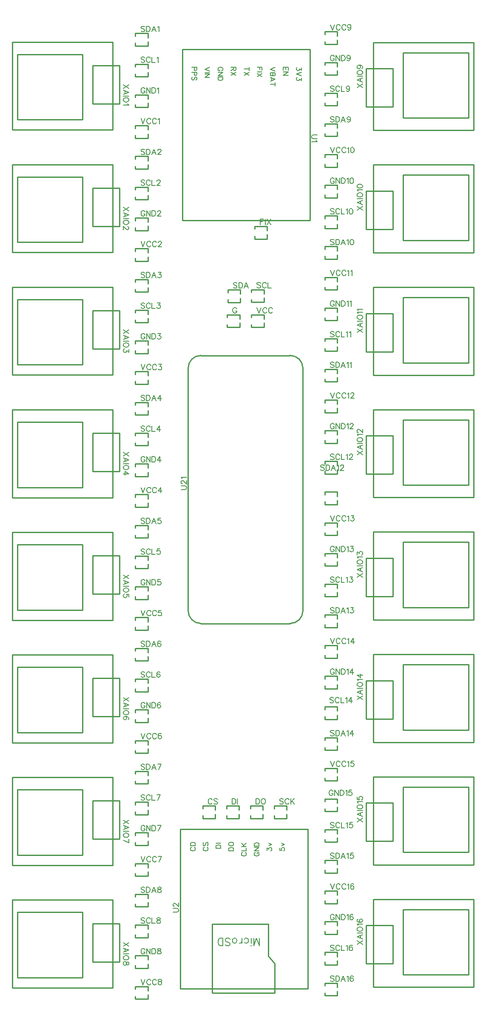
<source format=gto>
G04 Layer: TopSilkscreenLayer*
G04 EasyEDA v6.5.34, 2023-08-01 23:06:14*
G04 37820599d03b44ba85b54b625c5d4239,e19817772a2549008f3c800b4464b236,10*
G04 Gerber Generator version 0.2*
G04 Scale: 100 percent, Rotated: No, Reflected: No *
G04 Dimensions in millimeters *
G04 leading zeros omitted , absolute positions ,4 integer and 5 decimal *
%FSLAX45Y45*%
%MOMM*%

%ADD10C,0.1524*%
%ADD11C,0.2032*%
%ADD12C,0.2540*%

%LPD*%
D10*
X-676889Y-4789152D02*
G01*
X-682223Y-4778738D01*
X-692637Y-4768324D01*
X-702797Y-4763244D01*
X-723625Y-4763244D01*
X-734039Y-4768324D01*
X-744453Y-4778738D01*
X-749787Y-4789152D01*
X-754867Y-4804900D01*
X-754867Y-4830808D01*
X-749787Y-4846302D01*
X-744453Y-4856716D01*
X-734039Y-4867130D01*
X-723625Y-4872210D01*
X-702797Y-4872210D01*
X-692637Y-4867130D01*
X-682223Y-4856716D01*
X-676889Y-4846302D01*
X-569955Y-4778738D02*
G01*
X-580369Y-4768324D01*
X-595863Y-4763244D01*
X-616691Y-4763244D01*
X-632185Y-4768324D01*
X-642599Y-4778738D01*
X-642599Y-4789152D01*
X-637519Y-4799566D01*
X-632185Y-4804900D01*
X-621771Y-4809980D01*
X-590783Y-4820394D01*
X-580369Y-4825474D01*
X-575035Y-4830808D01*
X-569955Y-4841222D01*
X-569955Y-4856716D01*
X-580369Y-4867130D01*
X-595863Y-4872210D01*
X-616691Y-4872210D01*
X-632185Y-4867130D01*
X-642599Y-4856716D01*
X-280733Y-4763244D02*
G01*
X-280733Y-4872210D01*
X-280733Y-4763244D02*
G01*
X-244411Y-4763244D01*
X-228663Y-4768324D01*
X-218503Y-4778738D01*
X-213169Y-4789152D01*
X-208089Y-4804900D01*
X-208089Y-4830808D01*
X-213169Y-4846302D01*
X-218503Y-4856716D01*
X-228663Y-4867130D01*
X-244411Y-4872210D01*
X-280733Y-4872210D01*
X-173799Y-4763244D02*
G01*
X-173799Y-4872210D01*
X193398Y-4763244D02*
G01*
X193398Y-4872210D01*
X193398Y-4763244D02*
G01*
X229720Y-4763244D01*
X245468Y-4768324D01*
X255628Y-4778738D01*
X260962Y-4789152D01*
X266042Y-4804900D01*
X266042Y-4830808D01*
X260962Y-4846302D01*
X255628Y-4856716D01*
X245468Y-4867130D01*
X229720Y-4872210D01*
X193398Y-4872210D01*
X331574Y-4763244D02*
G01*
X321160Y-4768324D01*
X310746Y-4778738D01*
X305666Y-4789152D01*
X300332Y-4804900D01*
X300332Y-4830808D01*
X305666Y-4846302D01*
X310746Y-4856716D01*
X321160Y-4867130D01*
X331574Y-4872210D01*
X352402Y-4872210D01*
X362816Y-4867130D01*
X373230Y-4856716D01*
X378310Y-4846302D01*
X383644Y-4830808D01*
X383644Y-4804900D01*
X378310Y-4789152D01*
X373230Y-4778738D01*
X362816Y-4768324D01*
X352402Y-4763244D01*
X331574Y-4763244D01*
X279400Y6770115D02*
G01*
X279400Y6661150D01*
X279400Y6770115D02*
G01*
X346963Y6770115D01*
X279400Y6718300D02*
G01*
X321055Y6718300D01*
X381254Y6770115D02*
G01*
X381254Y6661150D01*
X415544Y6770115D02*
G01*
X488187Y6661150D01*
X488187Y6770115D02*
G01*
X415544Y6661150D01*
X-189590Y4985275D02*
G01*
X-194924Y4995689D01*
X-205338Y5006103D01*
X-215498Y5011183D01*
X-236326Y5011183D01*
X-246740Y5006103D01*
X-257154Y4995689D01*
X-262488Y4985275D01*
X-267568Y4969527D01*
X-267568Y4943619D01*
X-262488Y4928125D01*
X-257154Y4917711D01*
X-246740Y4907297D01*
X-236326Y4902217D01*
X-215498Y4902217D01*
X-205338Y4907297D01*
X-194924Y4917711D01*
X-189590Y4928125D01*
X-189590Y4943619D01*
X-215498Y4943619D02*
G01*
X-189590Y4943619D01*
X-2017521Y9360834D02*
G01*
X-2022855Y9371248D01*
X-2033270Y9381662D01*
X-2043429Y9386742D01*
X-2064257Y9386742D01*
X-2074671Y9381662D01*
X-2085086Y9371248D01*
X-2090420Y9360834D01*
X-2095500Y9345086D01*
X-2095500Y9319178D01*
X-2090420Y9303684D01*
X-2085086Y9293270D01*
X-2074671Y9282856D01*
X-2064257Y9277776D01*
X-2043429Y9277776D01*
X-2033270Y9282856D01*
X-2022855Y9293270D01*
X-2017521Y9303684D01*
X-2017521Y9319178D01*
X-2043429Y9319178D02*
G01*
X-2017521Y9319178D01*
X-1983231Y9386742D02*
G01*
X-1983231Y9277776D01*
X-1983231Y9386742D02*
G01*
X-1910587Y9277776D01*
X-1910587Y9386742D02*
G01*
X-1910587Y9277776D01*
X-1876297Y9386742D02*
G01*
X-1876297Y9277776D01*
X-1876297Y9386742D02*
G01*
X-1839976Y9386742D01*
X-1824228Y9381662D01*
X-1813813Y9371248D01*
X-1808734Y9360834D01*
X-1803400Y9345086D01*
X-1803400Y9319178D01*
X-1808734Y9303684D01*
X-1813813Y9293270D01*
X-1824228Y9282856D01*
X-1839976Y9277776D01*
X-1876297Y9277776D01*
X-1769110Y9365914D02*
G01*
X-1758950Y9371248D01*
X-1743202Y9386742D01*
X-1743202Y9277776D01*
X-2017521Y6913445D02*
G01*
X-2022855Y6923859D01*
X-2033270Y6934273D01*
X-2043429Y6939353D01*
X-2064257Y6939353D01*
X-2074671Y6934273D01*
X-2085086Y6923859D01*
X-2090420Y6913445D01*
X-2095500Y6897697D01*
X-2095500Y6871789D01*
X-2090420Y6856295D01*
X-2085086Y6845881D01*
X-2074671Y6835467D01*
X-2064257Y6830387D01*
X-2043429Y6830387D01*
X-2033270Y6835467D01*
X-2022855Y6845881D01*
X-2017521Y6856295D01*
X-2017521Y6871789D01*
X-2043429Y6871789D02*
G01*
X-2017521Y6871789D01*
X-1983231Y6939353D02*
G01*
X-1983231Y6830387D01*
X-1983231Y6939353D02*
G01*
X-1910587Y6830387D01*
X-1910587Y6939353D02*
G01*
X-1910587Y6830387D01*
X-1876297Y6939353D02*
G01*
X-1876297Y6830387D01*
X-1876297Y6939353D02*
G01*
X-1839976Y6939353D01*
X-1824228Y6934273D01*
X-1813813Y6923859D01*
X-1808734Y6913445D01*
X-1803400Y6897697D01*
X-1803400Y6871789D01*
X-1808734Y6856295D01*
X-1813813Y6845881D01*
X-1824228Y6835467D01*
X-1839976Y6830387D01*
X-1876297Y6830387D01*
X-1764029Y6913445D02*
G01*
X-1764029Y6918525D01*
X-1758950Y6928939D01*
X-1753615Y6934273D01*
X-1743202Y6939353D01*
X-1722373Y6939353D01*
X-1711960Y6934273D01*
X-1706879Y6928939D01*
X-1701800Y6918525D01*
X-1701800Y6908111D01*
X-1706879Y6897697D01*
X-1717294Y6882203D01*
X-1769110Y6830387D01*
X-1696465Y6830387D01*
X-2017521Y4466056D02*
G01*
X-2022855Y4476470D01*
X-2033270Y4486884D01*
X-2043429Y4491964D01*
X-2064257Y4491964D01*
X-2074671Y4486884D01*
X-2085086Y4476470D01*
X-2090420Y4466056D01*
X-2095500Y4450308D01*
X-2095500Y4424400D01*
X-2090420Y4408906D01*
X-2085086Y4398492D01*
X-2074671Y4388078D01*
X-2064257Y4382998D01*
X-2043429Y4382998D01*
X-2033270Y4388078D01*
X-2022855Y4398492D01*
X-2017521Y4408906D01*
X-2017521Y4424400D01*
X-2043429Y4424400D02*
G01*
X-2017521Y4424400D01*
X-1983231Y4491964D02*
G01*
X-1983231Y4382998D01*
X-1983231Y4491964D02*
G01*
X-1910587Y4382998D01*
X-1910587Y4491964D02*
G01*
X-1910587Y4382998D01*
X-1876297Y4491964D02*
G01*
X-1876297Y4382998D01*
X-1876297Y4491964D02*
G01*
X-1839976Y4491964D01*
X-1824228Y4486884D01*
X-1813813Y4476470D01*
X-1808734Y4466056D01*
X-1803400Y4450308D01*
X-1803400Y4424400D01*
X-1808734Y4408906D01*
X-1813813Y4398492D01*
X-1824228Y4388078D01*
X-1839976Y4382998D01*
X-1876297Y4382998D01*
X-1758950Y4491964D02*
G01*
X-1701800Y4491964D01*
X-1732787Y4450308D01*
X-1717294Y4450308D01*
X-1706879Y4445228D01*
X-1701800Y4440148D01*
X-1696465Y4424400D01*
X-1696465Y4413986D01*
X-1701800Y4398492D01*
X-1711960Y4388078D01*
X-1727707Y4382998D01*
X-1743202Y4382998D01*
X-1758950Y4388078D01*
X-1764029Y4393158D01*
X-1769110Y4403572D01*
X-2017521Y2018670D02*
G01*
X-2022855Y2029084D01*
X-2033270Y2039498D01*
X-2043429Y2044578D01*
X-2064257Y2044578D01*
X-2074671Y2039498D01*
X-2085086Y2029084D01*
X-2090420Y2018670D01*
X-2095500Y2002922D01*
X-2095500Y1977014D01*
X-2090420Y1961520D01*
X-2085086Y1951106D01*
X-2074671Y1940692D01*
X-2064257Y1935612D01*
X-2043429Y1935612D01*
X-2033270Y1940692D01*
X-2022855Y1951106D01*
X-2017521Y1961520D01*
X-2017521Y1977014D01*
X-2043429Y1977014D02*
G01*
X-2017521Y1977014D01*
X-1983231Y2044578D02*
G01*
X-1983231Y1935612D01*
X-1983231Y2044578D02*
G01*
X-1910587Y1935612D01*
X-1910587Y2044578D02*
G01*
X-1910587Y1935612D01*
X-1876297Y2044578D02*
G01*
X-1876297Y1935612D01*
X-1876297Y2044578D02*
G01*
X-1839976Y2044578D01*
X-1824228Y2039498D01*
X-1813813Y2029084D01*
X-1808734Y2018670D01*
X-1803400Y2002922D01*
X-1803400Y1977014D01*
X-1808734Y1961520D01*
X-1813813Y1951106D01*
X-1824228Y1940692D01*
X-1839976Y1935612D01*
X-1876297Y1935612D01*
X-1717294Y2044578D02*
G01*
X-1769110Y1971934D01*
X-1691386Y1971934D01*
X-1717294Y2044578D02*
G01*
X-1717294Y1935612D01*
X-2017521Y-428718D02*
G01*
X-2022855Y-418304D01*
X-2033270Y-407890D01*
X-2043429Y-402810D01*
X-2064257Y-402810D01*
X-2074671Y-407890D01*
X-2085086Y-418304D01*
X-2090420Y-428718D01*
X-2095500Y-444466D01*
X-2095500Y-470374D01*
X-2090420Y-485868D01*
X-2085086Y-496282D01*
X-2074671Y-506696D01*
X-2064257Y-511776D01*
X-2043429Y-511776D01*
X-2033270Y-506696D01*
X-2022855Y-496282D01*
X-2017521Y-485868D01*
X-2017521Y-470374D01*
X-2043429Y-470374D02*
G01*
X-2017521Y-470374D01*
X-1983231Y-402810D02*
G01*
X-1983231Y-511776D01*
X-1983231Y-402810D02*
G01*
X-1910587Y-511776D01*
X-1910587Y-402810D02*
G01*
X-1910587Y-511776D01*
X-1876297Y-402810D02*
G01*
X-1876297Y-511776D01*
X-1876297Y-402810D02*
G01*
X-1839976Y-402810D01*
X-1824228Y-407890D01*
X-1813813Y-418304D01*
X-1808734Y-428718D01*
X-1803400Y-444466D01*
X-1803400Y-470374D01*
X-1808734Y-485868D01*
X-1813813Y-496282D01*
X-1824228Y-506696D01*
X-1839976Y-511776D01*
X-1876297Y-511776D01*
X-1706879Y-402810D02*
G01*
X-1758950Y-402810D01*
X-1764029Y-449546D01*
X-1758950Y-444466D01*
X-1743202Y-439132D01*
X-1727707Y-439132D01*
X-1711960Y-444466D01*
X-1701800Y-454626D01*
X-1696465Y-470374D01*
X-1696465Y-480788D01*
X-1701800Y-496282D01*
X-1711960Y-506696D01*
X-1727707Y-511776D01*
X-1743202Y-511776D01*
X-1758950Y-506696D01*
X-1764029Y-501616D01*
X-1769110Y-491202D01*
X-2017521Y-2876100D02*
G01*
X-2022855Y-2865686D01*
X-2033270Y-2855272D01*
X-2043429Y-2850192D01*
X-2064257Y-2850192D01*
X-2074671Y-2855272D01*
X-2085086Y-2865686D01*
X-2090420Y-2876100D01*
X-2095500Y-2891848D01*
X-2095500Y-2917756D01*
X-2090420Y-2933250D01*
X-2085086Y-2943664D01*
X-2074671Y-2954078D01*
X-2064257Y-2959158D01*
X-2043429Y-2959158D01*
X-2033270Y-2954078D01*
X-2022855Y-2943664D01*
X-2017521Y-2933250D01*
X-2017521Y-2917756D01*
X-2043429Y-2917756D02*
G01*
X-2017521Y-2917756D01*
X-1983231Y-2850192D02*
G01*
X-1983231Y-2959158D01*
X-1983231Y-2850192D02*
G01*
X-1910587Y-2959158D01*
X-1910587Y-2850192D02*
G01*
X-1910587Y-2959158D01*
X-1876297Y-2850192D02*
G01*
X-1876297Y-2959158D01*
X-1876297Y-2850192D02*
G01*
X-1839976Y-2850192D01*
X-1824228Y-2855272D01*
X-1813813Y-2865686D01*
X-1808734Y-2876100D01*
X-1803400Y-2891848D01*
X-1803400Y-2917756D01*
X-1808734Y-2933250D01*
X-1813813Y-2943664D01*
X-1824228Y-2954078D01*
X-1839976Y-2959158D01*
X-1876297Y-2959158D01*
X-1706879Y-2865686D02*
G01*
X-1711960Y-2855272D01*
X-1727707Y-2850192D01*
X-1738121Y-2850192D01*
X-1753615Y-2855272D01*
X-1764029Y-2871020D01*
X-1769110Y-2896928D01*
X-1769110Y-2922836D01*
X-1764029Y-2943664D01*
X-1753615Y-2954078D01*
X-1738121Y-2959158D01*
X-1732787Y-2959158D01*
X-1717294Y-2954078D01*
X-1706879Y-2943664D01*
X-1701800Y-2928170D01*
X-1701800Y-2922836D01*
X-1706879Y-2907342D01*
X-1717294Y-2896928D01*
X-1732787Y-2891848D01*
X-1738121Y-2891848D01*
X-1753615Y-2896928D01*
X-1764029Y-2907342D01*
X-1769110Y-2922836D01*
X-2017521Y-5323484D02*
G01*
X-2022855Y-5313070D01*
X-2033270Y-5302656D01*
X-2043429Y-5297576D01*
X-2064257Y-5297576D01*
X-2074671Y-5302656D01*
X-2085086Y-5313070D01*
X-2090420Y-5323484D01*
X-2095500Y-5339232D01*
X-2095500Y-5365140D01*
X-2090420Y-5380634D01*
X-2085086Y-5391048D01*
X-2074671Y-5401462D01*
X-2064257Y-5406542D01*
X-2043429Y-5406542D01*
X-2033270Y-5401462D01*
X-2022855Y-5391048D01*
X-2017521Y-5380634D01*
X-2017521Y-5365140D01*
X-2043429Y-5365140D02*
G01*
X-2017521Y-5365140D01*
X-1983231Y-5297576D02*
G01*
X-1983231Y-5406542D01*
X-1983231Y-5297576D02*
G01*
X-1910587Y-5406542D01*
X-1910587Y-5297576D02*
G01*
X-1910587Y-5406542D01*
X-1876297Y-5297576D02*
G01*
X-1876297Y-5406542D01*
X-1876297Y-5297576D02*
G01*
X-1839976Y-5297576D01*
X-1824228Y-5302656D01*
X-1813813Y-5313070D01*
X-1808734Y-5323484D01*
X-1803400Y-5339232D01*
X-1803400Y-5365140D01*
X-1808734Y-5380634D01*
X-1813813Y-5391048D01*
X-1824228Y-5401462D01*
X-1839976Y-5406542D01*
X-1876297Y-5406542D01*
X-1696465Y-5297576D02*
G01*
X-1748536Y-5406542D01*
X-1769110Y-5297576D02*
G01*
X-1696465Y-5297576D01*
X-2017521Y-7770870D02*
G01*
X-2022855Y-7760456D01*
X-2033270Y-7750042D01*
X-2043429Y-7744962D01*
X-2064257Y-7744962D01*
X-2074671Y-7750042D01*
X-2085086Y-7760456D01*
X-2090420Y-7770870D01*
X-2095500Y-7786618D01*
X-2095500Y-7812526D01*
X-2090420Y-7828020D01*
X-2085086Y-7838434D01*
X-2074671Y-7848848D01*
X-2064257Y-7853928D01*
X-2043429Y-7853928D01*
X-2033270Y-7848848D01*
X-2022855Y-7838434D01*
X-2017521Y-7828020D01*
X-2017521Y-7812526D01*
X-2043429Y-7812526D02*
G01*
X-2017521Y-7812526D01*
X-1983231Y-7744962D02*
G01*
X-1983231Y-7853928D01*
X-1983231Y-7744962D02*
G01*
X-1910587Y-7853928D01*
X-1910587Y-7744962D02*
G01*
X-1910587Y-7853928D01*
X-1876297Y-7744962D02*
G01*
X-1876297Y-7853928D01*
X-1876297Y-7744962D02*
G01*
X-1839976Y-7744962D01*
X-1824228Y-7750042D01*
X-1813813Y-7760456D01*
X-1808734Y-7770870D01*
X-1803400Y-7786618D01*
X-1803400Y-7812526D01*
X-1808734Y-7828020D01*
X-1813813Y-7838434D01*
X-1824228Y-7848848D01*
X-1839976Y-7853928D01*
X-1876297Y-7853928D01*
X-1743202Y-7744962D02*
G01*
X-1758950Y-7750042D01*
X-1764029Y-7760456D01*
X-1764029Y-7770870D01*
X-1758950Y-7781284D01*
X-1748536Y-7786618D01*
X-1727707Y-7791698D01*
X-1711960Y-7796778D01*
X-1701800Y-7807192D01*
X-1696465Y-7817606D01*
X-1696465Y-7833354D01*
X-1701800Y-7843768D01*
X-1706879Y-7848848D01*
X-1722373Y-7853928D01*
X-1743202Y-7853928D01*
X-1758950Y-7848848D01*
X-1764029Y-7843768D01*
X-1769110Y-7833354D01*
X-1769110Y-7817606D01*
X-1764029Y-7807192D01*
X-1753615Y-7796778D01*
X-1738121Y-7791698D01*
X-1717294Y-7786618D01*
X-1706879Y-7781284D01*
X-1701800Y-7770870D01*
X-1701800Y-7760456D01*
X-1706879Y-7750042D01*
X-1722373Y-7744962D01*
X-1743202Y-7744962D01*
X1754378Y10007000D02*
G01*
X1749044Y10017414D01*
X1738629Y10027828D01*
X1728470Y10032908D01*
X1707642Y10032908D01*
X1697228Y10027828D01*
X1686813Y10017414D01*
X1681479Y10007000D01*
X1676400Y9991252D01*
X1676400Y9965344D01*
X1681479Y9949850D01*
X1686813Y9939436D01*
X1697228Y9929022D01*
X1707642Y9923942D01*
X1728470Y9923942D01*
X1738629Y9929022D01*
X1749044Y9939436D01*
X1754378Y9949850D01*
X1754378Y9965344D01*
X1728470Y9965344D02*
G01*
X1754378Y9965344D01*
X1788668Y10032908D02*
G01*
X1788668Y9923942D01*
X1788668Y10032908D02*
G01*
X1861312Y9923942D01*
X1861312Y10032908D02*
G01*
X1861312Y9923942D01*
X1895602Y10032908D02*
G01*
X1895602Y9923942D01*
X1895602Y10032908D02*
G01*
X1931924Y10032908D01*
X1947672Y10027828D01*
X1958086Y10017414D01*
X1963165Y10007000D01*
X1968500Y9991252D01*
X1968500Y9965344D01*
X1963165Y9949850D01*
X1958086Y9939436D01*
X1947672Y9929022D01*
X1931924Y9923942D01*
X1895602Y9923942D01*
X2070100Y9996586D02*
G01*
X2065020Y9981092D01*
X2054606Y9970678D01*
X2039111Y9965344D01*
X2033777Y9965344D01*
X2018284Y9970678D01*
X2007870Y9981092D01*
X2002790Y9996586D01*
X2002790Y10001666D01*
X2007870Y10017414D01*
X2018284Y10027828D01*
X2033777Y10032908D01*
X2039111Y10032908D01*
X2054606Y10027828D01*
X2065020Y10017414D01*
X2070100Y9996586D01*
X2070100Y9970678D01*
X2065020Y9944516D01*
X2054606Y9929022D01*
X2039111Y9923942D01*
X2028697Y9923942D01*
X2012950Y9929022D01*
X2007870Y9939436D01*
X1754378Y7564165D02*
G01*
X1749044Y7574579D01*
X1738629Y7584993D01*
X1728470Y7590073D01*
X1707642Y7590073D01*
X1697228Y7584993D01*
X1686813Y7574579D01*
X1681479Y7564165D01*
X1676400Y7548417D01*
X1676400Y7522509D01*
X1681479Y7507015D01*
X1686813Y7496601D01*
X1697228Y7486187D01*
X1707642Y7481107D01*
X1728470Y7481107D01*
X1738629Y7486187D01*
X1749044Y7496601D01*
X1754378Y7507015D01*
X1754378Y7522509D01*
X1728470Y7522509D02*
G01*
X1754378Y7522509D01*
X1788668Y7590073D02*
G01*
X1788668Y7481107D01*
X1788668Y7590073D02*
G01*
X1861312Y7481107D01*
X1861312Y7590073D02*
G01*
X1861312Y7481107D01*
X1895602Y7590073D02*
G01*
X1895602Y7481107D01*
X1895602Y7590073D02*
G01*
X1931924Y7590073D01*
X1947672Y7584993D01*
X1958086Y7574579D01*
X1963165Y7564165D01*
X1968500Y7548417D01*
X1968500Y7522509D01*
X1963165Y7507015D01*
X1958086Y7496601D01*
X1947672Y7486187D01*
X1931924Y7481107D01*
X1895602Y7481107D01*
X2002790Y7569245D02*
G01*
X2012950Y7574579D01*
X2028697Y7590073D01*
X2028697Y7481107D01*
X2094229Y7590073D02*
G01*
X2078481Y7584993D01*
X2068068Y7569245D01*
X2062988Y7543337D01*
X2062988Y7527843D01*
X2068068Y7501681D01*
X2078481Y7486187D01*
X2094229Y7481107D01*
X2104390Y7481107D01*
X2120138Y7486187D01*
X2130552Y7501681D01*
X2135631Y7527843D01*
X2135631Y7543337D01*
X2130552Y7569245D01*
X2120138Y7584993D01*
X2104390Y7590073D01*
X2094229Y7590073D01*
X1754378Y5121330D02*
G01*
X1749044Y5131744D01*
X1738629Y5142158D01*
X1728470Y5147238D01*
X1707642Y5147238D01*
X1697228Y5142158D01*
X1686813Y5131744D01*
X1681479Y5121330D01*
X1676400Y5105582D01*
X1676400Y5079674D01*
X1681479Y5064180D01*
X1686813Y5053766D01*
X1697228Y5043352D01*
X1707642Y5038272D01*
X1728470Y5038272D01*
X1738629Y5043352D01*
X1749044Y5053766D01*
X1754378Y5064180D01*
X1754378Y5079674D01*
X1728470Y5079674D02*
G01*
X1754378Y5079674D01*
X1788668Y5147238D02*
G01*
X1788668Y5038272D01*
X1788668Y5147238D02*
G01*
X1861312Y5038272D01*
X1861312Y5147238D02*
G01*
X1861312Y5038272D01*
X1895602Y5147238D02*
G01*
X1895602Y5038272D01*
X1895602Y5147238D02*
G01*
X1931924Y5147238D01*
X1947672Y5142158D01*
X1958086Y5131744D01*
X1963165Y5121330D01*
X1968500Y5105582D01*
X1968500Y5079674D01*
X1963165Y5064180D01*
X1958086Y5053766D01*
X1947672Y5043352D01*
X1931924Y5038272D01*
X1895602Y5038272D01*
X2002790Y5126410D02*
G01*
X2012950Y5131744D01*
X2028697Y5147238D01*
X2028697Y5038272D01*
X2062988Y5126410D02*
G01*
X2073402Y5131744D01*
X2088895Y5147238D01*
X2088895Y5038272D01*
X1754378Y2678498D02*
G01*
X1749044Y2688912D01*
X1738629Y2699326D01*
X1728470Y2704406D01*
X1707642Y2704406D01*
X1697228Y2699326D01*
X1686813Y2688912D01*
X1681479Y2678498D01*
X1676400Y2662750D01*
X1676400Y2636842D01*
X1681479Y2621348D01*
X1686813Y2610934D01*
X1697228Y2600520D01*
X1707642Y2595440D01*
X1728470Y2595440D01*
X1738629Y2600520D01*
X1749044Y2610934D01*
X1754378Y2621348D01*
X1754378Y2636842D01*
X1728470Y2636842D02*
G01*
X1754378Y2636842D01*
X1788668Y2704406D02*
G01*
X1788668Y2595440D01*
X1788668Y2704406D02*
G01*
X1861312Y2595440D01*
X1861312Y2704406D02*
G01*
X1861312Y2595440D01*
X1895602Y2704406D02*
G01*
X1895602Y2595440D01*
X1895602Y2704406D02*
G01*
X1931924Y2704406D01*
X1947672Y2699326D01*
X1958086Y2688912D01*
X1963165Y2678498D01*
X1968500Y2662750D01*
X1968500Y2636842D01*
X1963165Y2621348D01*
X1958086Y2610934D01*
X1947672Y2600520D01*
X1931924Y2595440D01*
X1895602Y2595440D01*
X2002790Y2683578D02*
G01*
X2012950Y2688912D01*
X2028697Y2704406D01*
X2028697Y2595440D01*
X2068068Y2678498D02*
G01*
X2068068Y2683578D01*
X2073402Y2693992D01*
X2078481Y2699326D01*
X2088895Y2704406D01*
X2109724Y2704406D01*
X2120138Y2699326D01*
X2125218Y2693992D01*
X2130552Y2683578D01*
X2130552Y2673164D01*
X2125218Y2662750D01*
X2114804Y2647256D01*
X2062988Y2595440D01*
X2135631Y2595440D01*
X1754378Y235676D02*
G01*
X1749044Y246090D01*
X1738629Y256504D01*
X1728470Y261584D01*
X1707642Y261584D01*
X1697228Y256504D01*
X1686813Y246090D01*
X1681479Y235676D01*
X1676400Y219928D01*
X1676400Y194020D01*
X1681479Y178526D01*
X1686813Y168112D01*
X1697228Y157698D01*
X1707642Y152618D01*
X1728470Y152618D01*
X1738629Y157698D01*
X1749044Y168112D01*
X1754378Y178526D01*
X1754378Y194020D01*
X1728470Y194020D02*
G01*
X1754378Y194020D01*
X1788668Y261584D02*
G01*
X1788668Y152618D01*
X1788668Y261584D02*
G01*
X1861312Y152618D01*
X1861312Y261584D02*
G01*
X1861312Y152618D01*
X1895602Y261584D02*
G01*
X1895602Y152618D01*
X1895602Y261584D02*
G01*
X1931924Y261584D01*
X1947672Y256504D01*
X1958086Y246090D01*
X1963165Y235676D01*
X1968500Y219928D01*
X1968500Y194020D01*
X1963165Y178526D01*
X1958086Y168112D01*
X1947672Y157698D01*
X1931924Y152618D01*
X1895602Y152618D01*
X2002790Y240756D02*
G01*
X2012950Y246090D01*
X2028697Y261584D01*
X2028697Y152618D01*
X2073402Y261584D02*
G01*
X2130552Y261584D01*
X2099309Y219928D01*
X2114804Y219928D01*
X2125218Y214848D01*
X2130552Y209768D01*
X2135631Y194020D01*
X2135631Y183606D01*
X2130552Y168112D01*
X2120138Y157698D01*
X2104390Y152618D01*
X2088895Y152618D01*
X2073402Y157698D01*
X2068068Y162778D01*
X2062988Y173192D01*
X1754378Y-2207150D02*
G01*
X1749044Y-2196736D01*
X1738629Y-2186322D01*
X1728470Y-2181242D01*
X1707642Y-2181242D01*
X1697228Y-2186322D01*
X1686813Y-2196736D01*
X1681479Y-2207150D01*
X1676400Y-2222898D01*
X1676400Y-2248806D01*
X1681479Y-2264300D01*
X1686813Y-2274714D01*
X1697228Y-2285128D01*
X1707642Y-2290208D01*
X1728470Y-2290208D01*
X1738629Y-2285128D01*
X1749044Y-2274714D01*
X1754378Y-2264300D01*
X1754378Y-2248806D01*
X1728470Y-2248806D02*
G01*
X1754378Y-2248806D01*
X1788668Y-2181242D02*
G01*
X1788668Y-2290208D01*
X1788668Y-2181242D02*
G01*
X1861312Y-2290208D01*
X1861312Y-2181242D02*
G01*
X1861312Y-2290208D01*
X1895602Y-2181242D02*
G01*
X1895602Y-2290208D01*
X1895602Y-2181242D02*
G01*
X1931924Y-2181242D01*
X1947672Y-2186322D01*
X1958086Y-2196736D01*
X1963165Y-2207150D01*
X1968500Y-2222898D01*
X1968500Y-2248806D01*
X1963165Y-2264300D01*
X1958086Y-2274714D01*
X1947672Y-2285128D01*
X1931924Y-2290208D01*
X1895602Y-2290208D01*
X2002790Y-2202070D02*
G01*
X2012950Y-2196736D01*
X2028697Y-2181242D01*
X2028697Y-2290208D01*
X2114804Y-2181242D02*
G01*
X2062988Y-2253886D01*
X2140965Y-2253886D01*
X2114804Y-2181242D02*
G01*
X2114804Y-2290208D01*
X1728980Y-4617074D02*
G01*
X1723646Y-4606660D01*
X1713232Y-4596246D01*
X1703072Y-4591166D01*
X1682244Y-4591166D01*
X1671830Y-4596246D01*
X1661416Y-4606660D01*
X1656082Y-4617074D01*
X1651002Y-4632822D01*
X1651002Y-4658730D01*
X1656082Y-4674224D01*
X1661416Y-4684638D01*
X1671830Y-4695052D01*
X1682244Y-4700132D01*
X1703072Y-4700132D01*
X1713232Y-4695052D01*
X1723646Y-4684638D01*
X1728980Y-4674224D01*
X1728980Y-4658730D01*
X1703072Y-4658730D02*
G01*
X1728980Y-4658730D01*
X1763270Y-4591166D02*
G01*
X1763270Y-4700132D01*
X1763270Y-4591166D02*
G01*
X1835914Y-4700132D01*
X1835914Y-4591166D02*
G01*
X1835914Y-4700132D01*
X1870204Y-4591166D02*
G01*
X1870204Y-4700132D01*
X1870204Y-4591166D02*
G01*
X1906526Y-4591166D01*
X1922274Y-4596246D01*
X1932688Y-4606660D01*
X1937768Y-4617074D01*
X1943102Y-4632822D01*
X1943102Y-4658730D01*
X1937768Y-4674224D01*
X1932688Y-4684638D01*
X1922274Y-4695052D01*
X1906526Y-4700132D01*
X1870204Y-4700132D01*
X1977392Y-4611994D02*
G01*
X1987552Y-4606660D01*
X2003300Y-4591166D01*
X2003300Y-4700132D01*
X2099820Y-4591166D02*
G01*
X2048004Y-4591166D01*
X2042670Y-4637902D01*
X2048004Y-4632822D01*
X2063498Y-4627488D01*
X2078992Y-4627488D01*
X2094740Y-4632822D01*
X2105154Y-4642982D01*
X2110234Y-4658730D01*
X2110234Y-4669144D01*
X2105154Y-4684638D01*
X2094740Y-4695052D01*
X2078992Y-4700132D01*
X2063498Y-4700132D01*
X2048004Y-4695052D01*
X2042670Y-4689972D01*
X2037590Y-4679558D01*
X1754378Y-7092820D02*
G01*
X1749044Y-7082406D01*
X1738629Y-7071992D01*
X1728470Y-7066912D01*
X1707642Y-7066912D01*
X1697228Y-7071992D01*
X1686813Y-7082406D01*
X1681479Y-7092820D01*
X1676400Y-7108568D01*
X1676400Y-7134476D01*
X1681479Y-7149970D01*
X1686813Y-7160384D01*
X1697228Y-7170798D01*
X1707642Y-7175878D01*
X1728470Y-7175878D01*
X1738629Y-7170798D01*
X1749044Y-7160384D01*
X1754378Y-7149970D01*
X1754378Y-7134476D01*
X1728470Y-7134476D02*
G01*
X1754378Y-7134476D01*
X1788668Y-7066912D02*
G01*
X1788668Y-7175878D01*
X1788668Y-7066912D02*
G01*
X1861312Y-7175878D01*
X1861312Y-7066912D02*
G01*
X1861312Y-7175878D01*
X1895602Y-7066912D02*
G01*
X1895602Y-7175878D01*
X1895602Y-7066912D02*
G01*
X1931924Y-7066912D01*
X1947672Y-7071992D01*
X1958086Y-7082406D01*
X1963165Y-7092820D01*
X1968500Y-7108568D01*
X1968500Y-7134476D01*
X1963165Y-7149970D01*
X1958086Y-7160384D01*
X1947672Y-7170798D01*
X1931924Y-7175878D01*
X1895602Y-7175878D01*
X2002790Y-7087740D02*
G01*
X2012950Y-7082406D01*
X2028697Y-7066912D01*
X2028697Y-7175878D01*
X2125218Y-7082406D02*
G01*
X2120138Y-7071992D01*
X2104390Y-7066912D01*
X2094229Y-7066912D01*
X2078481Y-7071992D01*
X2068068Y-7087740D01*
X2062988Y-7113648D01*
X2062988Y-7139556D01*
X2068068Y-7160384D01*
X2078481Y-7170798D01*
X2094229Y-7175878D01*
X2099309Y-7175878D01*
X2114804Y-7170798D01*
X2125218Y-7160384D01*
X2130552Y-7144890D01*
X2130552Y-7139556D01*
X2125218Y-7124062D01*
X2114804Y-7113648D01*
X2099309Y-7108568D01*
X2094229Y-7108568D01*
X2078481Y-7113648D01*
X2068068Y-7124062D01*
X2062988Y-7139556D01*
X740176Y-4778738D02*
G01*
X729762Y-4768324D01*
X714268Y-4763244D01*
X693440Y-4763244D01*
X677946Y-4768324D01*
X667532Y-4778738D01*
X667532Y-4789152D01*
X672612Y-4799566D01*
X677946Y-4804900D01*
X688360Y-4809980D01*
X719602Y-4820394D01*
X729762Y-4825474D01*
X735096Y-4830808D01*
X740176Y-4841222D01*
X740176Y-4856716D01*
X729762Y-4867130D01*
X714268Y-4872210D01*
X693440Y-4872210D01*
X677946Y-4867130D01*
X667532Y-4856716D01*
X852444Y-4789152D02*
G01*
X847364Y-4778738D01*
X836950Y-4768324D01*
X826536Y-4763244D01*
X805708Y-4763244D01*
X795294Y-4768324D01*
X784880Y-4778738D01*
X779800Y-4789152D01*
X774466Y-4804900D01*
X774466Y-4830808D01*
X779800Y-4846302D01*
X784880Y-4856716D01*
X795294Y-4867130D01*
X805708Y-4872210D01*
X826536Y-4872210D01*
X836950Y-4867130D01*
X847364Y-4856716D01*
X852444Y-4846302D01*
X886734Y-4763244D02*
G01*
X886734Y-4872210D01*
X959632Y-4763244D02*
G01*
X886734Y-4835888D01*
X912642Y-4809980D02*
G01*
X959632Y-4872210D01*
X287675Y5495688D02*
G01*
X277261Y5506102D01*
X261767Y5511182D01*
X240939Y5511182D01*
X225445Y5506102D01*
X215031Y5495688D01*
X215031Y5485274D01*
X220111Y5474860D01*
X225445Y5469526D01*
X235859Y5464446D01*
X267101Y5454032D01*
X277261Y5448952D01*
X282595Y5443618D01*
X287675Y5433204D01*
X287675Y5417710D01*
X277261Y5407296D01*
X261767Y5402216D01*
X240939Y5402216D01*
X225445Y5407296D01*
X215031Y5417710D01*
X399943Y5485274D02*
G01*
X394863Y5495688D01*
X384449Y5506102D01*
X374035Y5511182D01*
X353207Y5511182D01*
X342793Y5506102D01*
X332379Y5495688D01*
X327299Y5485274D01*
X321965Y5469526D01*
X321965Y5443618D01*
X327299Y5428124D01*
X332379Y5417710D01*
X342793Y5407296D01*
X353207Y5402216D01*
X374035Y5402216D01*
X384449Y5407296D01*
X394863Y5417710D01*
X399943Y5428124D01*
X434233Y5511182D02*
G01*
X434233Y5402216D01*
X434233Y5402216D02*
G01*
X496717Y5402216D01*
X-2022855Y9983094D02*
G01*
X-2033270Y9993508D01*
X-2048763Y9998588D01*
X-2069592Y9998588D01*
X-2085086Y9993508D01*
X-2095500Y9983094D01*
X-2095500Y9972680D01*
X-2090420Y9962266D01*
X-2085086Y9956932D01*
X-2074671Y9951852D01*
X-2043429Y9941438D01*
X-2033270Y9936358D01*
X-2027936Y9931024D01*
X-2022855Y9920610D01*
X-2022855Y9905116D01*
X-2033270Y9894702D01*
X-2048763Y9889622D01*
X-2069592Y9889622D01*
X-2085086Y9894702D01*
X-2095500Y9905116D01*
X-1910587Y9972680D02*
G01*
X-1915668Y9983094D01*
X-1926081Y9993508D01*
X-1936495Y9998588D01*
X-1957323Y9998588D01*
X-1967737Y9993508D01*
X-1978152Y9983094D01*
X-1983231Y9972680D01*
X-1988565Y9956932D01*
X-1988565Y9931024D01*
X-1983231Y9915530D01*
X-1978152Y9905116D01*
X-1967737Y9894702D01*
X-1957323Y9889622D01*
X-1936495Y9889622D01*
X-1926081Y9894702D01*
X-1915668Y9905116D01*
X-1910587Y9915530D01*
X-1876297Y9998588D02*
G01*
X-1876297Y9889622D01*
X-1876297Y9889622D02*
G01*
X-1813813Y9889622D01*
X-1779523Y9977760D02*
G01*
X-1769110Y9983094D01*
X-1753615Y9998588D01*
X-1753615Y9889622D01*
X-2022855Y7535707D02*
G01*
X-2033270Y7546121D01*
X-2048763Y7551201D01*
X-2069592Y7551201D01*
X-2085086Y7546121D01*
X-2095500Y7535707D01*
X-2095500Y7525293D01*
X-2090420Y7514879D01*
X-2085086Y7509545D01*
X-2074671Y7504465D01*
X-2043429Y7494051D01*
X-2033270Y7488971D01*
X-2027936Y7483637D01*
X-2022855Y7473223D01*
X-2022855Y7457729D01*
X-2033270Y7447315D01*
X-2048763Y7442235D01*
X-2069592Y7442235D01*
X-2085086Y7447315D01*
X-2095500Y7457729D01*
X-1910587Y7525293D02*
G01*
X-1915668Y7535707D01*
X-1926081Y7546121D01*
X-1936495Y7551201D01*
X-1957323Y7551201D01*
X-1967737Y7546121D01*
X-1978152Y7535707D01*
X-1983231Y7525293D01*
X-1988565Y7509545D01*
X-1988565Y7483637D01*
X-1983231Y7468143D01*
X-1978152Y7457729D01*
X-1967737Y7447315D01*
X-1957323Y7442235D01*
X-1936495Y7442235D01*
X-1926081Y7447315D01*
X-1915668Y7457729D01*
X-1910587Y7468143D01*
X-1876297Y7551201D02*
G01*
X-1876297Y7442235D01*
X-1876297Y7442235D02*
G01*
X-1813813Y7442235D01*
X-1774444Y7525293D02*
G01*
X-1774444Y7530373D01*
X-1769110Y7540787D01*
X-1764029Y7546121D01*
X-1753615Y7551201D01*
X-1732787Y7551201D01*
X-1722373Y7546121D01*
X-1717294Y7540787D01*
X-1711960Y7530373D01*
X-1711960Y7519959D01*
X-1717294Y7509545D01*
X-1727707Y7494051D01*
X-1779523Y7442235D01*
X-1706879Y7442235D01*
X-2022855Y5088318D02*
G01*
X-2033270Y5098732D01*
X-2048763Y5103812D01*
X-2069592Y5103812D01*
X-2085086Y5098732D01*
X-2095500Y5088318D01*
X-2095500Y5077904D01*
X-2090420Y5067490D01*
X-2085086Y5062156D01*
X-2074671Y5057076D01*
X-2043429Y5046662D01*
X-2033270Y5041582D01*
X-2027936Y5036248D01*
X-2022855Y5025834D01*
X-2022855Y5010340D01*
X-2033270Y4999926D01*
X-2048763Y4994846D01*
X-2069592Y4994846D01*
X-2085086Y4999926D01*
X-2095500Y5010340D01*
X-1910587Y5077904D02*
G01*
X-1915668Y5088318D01*
X-1926081Y5098732D01*
X-1936495Y5103812D01*
X-1957323Y5103812D01*
X-1967737Y5098732D01*
X-1978152Y5088318D01*
X-1983231Y5077904D01*
X-1988565Y5062156D01*
X-1988565Y5036248D01*
X-1983231Y5020754D01*
X-1978152Y5010340D01*
X-1967737Y4999926D01*
X-1957323Y4994846D01*
X-1936495Y4994846D01*
X-1926081Y4999926D01*
X-1915668Y5010340D01*
X-1910587Y5020754D01*
X-1876297Y5103812D02*
G01*
X-1876297Y4994846D01*
X-1876297Y4994846D02*
G01*
X-1813813Y4994846D01*
X-1769110Y5103812D02*
G01*
X-1711960Y5103812D01*
X-1743202Y5062156D01*
X-1727707Y5062156D01*
X-1717294Y5057076D01*
X-1711960Y5051996D01*
X-1706879Y5036248D01*
X-1706879Y5025834D01*
X-1711960Y5010340D01*
X-1722373Y4999926D01*
X-1738121Y4994846D01*
X-1753615Y4994846D01*
X-1769110Y4999926D01*
X-1774444Y5005006D01*
X-1779523Y5015420D01*
X-2022855Y2640929D02*
G01*
X-2033270Y2651343D01*
X-2048763Y2656423D01*
X-2069592Y2656423D01*
X-2085086Y2651343D01*
X-2095500Y2640929D01*
X-2095500Y2630515D01*
X-2090420Y2620101D01*
X-2085086Y2614767D01*
X-2074671Y2609687D01*
X-2043429Y2599273D01*
X-2033270Y2594193D01*
X-2027936Y2588859D01*
X-2022855Y2578445D01*
X-2022855Y2562951D01*
X-2033270Y2552537D01*
X-2048763Y2547457D01*
X-2069592Y2547457D01*
X-2085086Y2552537D01*
X-2095500Y2562951D01*
X-1910587Y2630515D02*
G01*
X-1915668Y2640929D01*
X-1926081Y2651343D01*
X-1936495Y2656423D01*
X-1957323Y2656423D01*
X-1967737Y2651343D01*
X-1978152Y2640929D01*
X-1983231Y2630515D01*
X-1988565Y2614767D01*
X-1988565Y2588859D01*
X-1983231Y2573365D01*
X-1978152Y2562951D01*
X-1967737Y2552537D01*
X-1957323Y2547457D01*
X-1936495Y2547457D01*
X-1926081Y2552537D01*
X-1915668Y2562951D01*
X-1910587Y2573365D01*
X-1876297Y2656423D02*
G01*
X-1876297Y2547457D01*
X-1876297Y2547457D02*
G01*
X-1813813Y2547457D01*
X-1727707Y2656423D02*
G01*
X-1779523Y2583779D01*
X-1701800Y2583779D01*
X-1727707Y2656423D02*
G01*
X-1727707Y2547457D01*
X-2022855Y193542D02*
G01*
X-2033270Y203956D01*
X-2048763Y209036D01*
X-2069592Y209036D01*
X-2085086Y203956D01*
X-2095500Y193542D01*
X-2095500Y183128D01*
X-2090420Y172714D01*
X-2085086Y167380D01*
X-2074671Y162300D01*
X-2043429Y151886D01*
X-2033270Y146806D01*
X-2027936Y141472D01*
X-2022855Y131058D01*
X-2022855Y115564D01*
X-2033270Y105150D01*
X-2048763Y100070D01*
X-2069592Y100070D01*
X-2085086Y105150D01*
X-2095500Y115564D01*
X-1910587Y183128D02*
G01*
X-1915668Y193542D01*
X-1926081Y203956D01*
X-1936495Y209036D01*
X-1957323Y209036D01*
X-1967737Y203956D01*
X-1978152Y193542D01*
X-1983231Y183128D01*
X-1988565Y167380D01*
X-1988565Y141472D01*
X-1983231Y125978D01*
X-1978152Y115564D01*
X-1967737Y105150D01*
X-1957323Y100070D01*
X-1936495Y100070D01*
X-1926081Y105150D01*
X-1915668Y115564D01*
X-1910587Y125978D01*
X-1876297Y209036D02*
G01*
X-1876297Y100070D01*
X-1876297Y100070D02*
G01*
X-1813813Y100070D01*
X-1717294Y209036D02*
G01*
X-1769110Y209036D01*
X-1774444Y162300D01*
X-1769110Y167380D01*
X-1753615Y172714D01*
X-1738121Y172714D01*
X-1722373Y167380D01*
X-1711960Y157220D01*
X-1706879Y141472D01*
X-1706879Y131058D01*
X-1711960Y115564D01*
X-1722373Y105150D01*
X-1738121Y100070D01*
X-1753615Y100070D01*
X-1769110Y105150D01*
X-1774444Y110230D01*
X-1779523Y120644D01*
X-2022855Y-2253843D02*
G01*
X-2033270Y-2243429D01*
X-2048763Y-2238349D01*
X-2069592Y-2238349D01*
X-2085086Y-2243429D01*
X-2095500Y-2253843D01*
X-2095500Y-2264257D01*
X-2090420Y-2274671D01*
X-2085086Y-2280005D01*
X-2074671Y-2285085D01*
X-2043429Y-2295499D01*
X-2033270Y-2300579D01*
X-2027936Y-2305913D01*
X-2022855Y-2316327D01*
X-2022855Y-2331821D01*
X-2033270Y-2342235D01*
X-2048763Y-2347315D01*
X-2069592Y-2347315D01*
X-2085086Y-2342235D01*
X-2095500Y-2331821D01*
X-1910587Y-2264257D02*
G01*
X-1915668Y-2253843D01*
X-1926081Y-2243429D01*
X-1936495Y-2238349D01*
X-1957323Y-2238349D01*
X-1967737Y-2243429D01*
X-1978152Y-2253843D01*
X-1983231Y-2264257D01*
X-1988565Y-2280005D01*
X-1988565Y-2305913D01*
X-1983231Y-2321407D01*
X-1978152Y-2331821D01*
X-1967737Y-2342235D01*
X-1957323Y-2347315D01*
X-1936495Y-2347315D01*
X-1926081Y-2342235D01*
X-1915668Y-2331821D01*
X-1910587Y-2321407D01*
X-1876297Y-2238349D02*
G01*
X-1876297Y-2347315D01*
X-1876297Y-2347315D02*
G01*
X-1813813Y-2347315D01*
X-1717294Y-2253843D02*
G01*
X-1722373Y-2243429D01*
X-1738121Y-2238349D01*
X-1748536Y-2238349D01*
X-1764029Y-2243429D01*
X-1774444Y-2259177D01*
X-1779523Y-2285085D01*
X-1779523Y-2310993D01*
X-1774444Y-2331821D01*
X-1764029Y-2342235D01*
X-1748536Y-2347315D01*
X-1743202Y-2347315D01*
X-1727707Y-2342235D01*
X-1717294Y-2331821D01*
X-1711960Y-2316327D01*
X-1711960Y-2310993D01*
X-1717294Y-2295499D01*
X-1727707Y-2285085D01*
X-1743202Y-2280005D01*
X-1748536Y-2280005D01*
X-1764029Y-2285085D01*
X-1774444Y-2295499D01*
X-1779523Y-2310993D01*
X-2022855Y-4701225D02*
G01*
X-2033270Y-4690811D01*
X-2048763Y-4685731D01*
X-2069592Y-4685731D01*
X-2085086Y-4690811D01*
X-2095500Y-4701225D01*
X-2095500Y-4711639D01*
X-2090420Y-4722053D01*
X-2085086Y-4727387D01*
X-2074671Y-4732467D01*
X-2043429Y-4742881D01*
X-2033270Y-4747961D01*
X-2027936Y-4753295D01*
X-2022855Y-4763709D01*
X-2022855Y-4779203D01*
X-2033270Y-4789617D01*
X-2048763Y-4794697D01*
X-2069592Y-4794697D01*
X-2085086Y-4789617D01*
X-2095500Y-4779203D01*
X-1910587Y-4711639D02*
G01*
X-1915668Y-4701225D01*
X-1926081Y-4690811D01*
X-1936495Y-4685731D01*
X-1957323Y-4685731D01*
X-1967737Y-4690811D01*
X-1978152Y-4701225D01*
X-1983231Y-4711639D01*
X-1988565Y-4727387D01*
X-1988565Y-4753295D01*
X-1983231Y-4768789D01*
X-1978152Y-4779203D01*
X-1967737Y-4789617D01*
X-1957323Y-4794697D01*
X-1936495Y-4794697D01*
X-1926081Y-4789617D01*
X-1915668Y-4779203D01*
X-1910587Y-4768789D01*
X-1876297Y-4685731D02*
G01*
X-1876297Y-4794697D01*
X-1876297Y-4794697D02*
G01*
X-1813813Y-4794697D01*
X-1706879Y-4685731D02*
G01*
X-1758950Y-4794697D01*
X-1779523Y-4685731D02*
G01*
X-1706879Y-4685731D01*
X-2022855Y-7148606D02*
G01*
X-2033270Y-7138192D01*
X-2048763Y-7133112D01*
X-2069592Y-7133112D01*
X-2085086Y-7138192D01*
X-2095500Y-7148606D01*
X-2095500Y-7159020D01*
X-2090420Y-7169434D01*
X-2085086Y-7174768D01*
X-2074671Y-7179848D01*
X-2043429Y-7190262D01*
X-2033270Y-7195342D01*
X-2027936Y-7200676D01*
X-2022855Y-7211090D01*
X-2022855Y-7226584D01*
X-2033270Y-7236998D01*
X-2048763Y-7242078D01*
X-2069592Y-7242078D01*
X-2085086Y-7236998D01*
X-2095500Y-7226584D01*
X-1910587Y-7159020D02*
G01*
X-1915668Y-7148606D01*
X-1926081Y-7138192D01*
X-1936495Y-7133112D01*
X-1957323Y-7133112D01*
X-1967737Y-7138192D01*
X-1978152Y-7148606D01*
X-1983231Y-7159020D01*
X-1988565Y-7174768D01*
X-1988565Y-7200676D01*
X-1983231Y-7216170D01*
X-1978152Y-7226584D01*
X-1967737Y-7236998D01*
X-1957323Y-7242078D01*
X-1936495Y-7242078D01*
X-1926081Y-7236998D01*
X-1915668Y-7226584D01*
X-1910587Y-7216170D01*
X-1876297Y-7133112D02*
G01*
X-1876297Y-7242078D01*
X-1876297Y-7242078D02*
G01*
X-1813813Y-7242078D01*
X-1753615Y-7133112D02*
G01*
X-1769110Y-7138192D01*
X-1774444Y-7148606D01*
X-1774444Y-7159020D01*
X-1769110Y-7169434D01*
X-1758950Y-7174768D01*
X-1738121Y-7179848D01*
X-1722373Y-7184928D01*
X-1711960Y-7195342D01*
X-1706879Y-7205756D01*
X-1706879Y-7221504D01*
X-1711960Y-7231918D01*
X-1717294Y-7236998D01*
X-1732787Y-7242078D01*
X-1753615Y-7242078D01*
X-1769110Y-7236998D01*
X-1774444Y-7231918D01*
X-1779523Y-7221504D01*
X-1779523Y-7205756D01*
X-1774444Y-7195342D01*
X-1764029Y-7184928D01*
X-1748536Y-7179848D01*
X-1727707Y-7174768D01*
X-1717294Y-7169434D01*
X-1711960Y-7159020D01*
X-1711960Y-7148606D01*
X-1717294Y-7138192D01*
X-1732787Y-7133112D01*
X-1753615Y-7133112D01*
X1749044Y9406704D02*
G01*
X1738629Y9417118D01*
X1723136Y9422198D01*
X1702307Y9422198D01*
X1686813Y9417118D01*
X1676400Y9406704D01*
X1676400Y9396290D01*
X1681479Y9385876D01*
X1686813Y9380542D01*
X1697228Y9375462D01*
X1728470Y9365048D01*
X1738629Y9359968D01*
X1743963Y9354634D01*
X1749044Y9344220D01*
X1749044Y9328726D01*
X1738629Y9318312D01*
X1723136Y9313232D01*
X1702307Y9313232D01*
X1686813Y9318312D01*
X1676400Y9328726D01*
X1861312Y9396290D02*
G01*
X1856231Y9406704D01*
X1845818Y9417118D01*
X1835404Y9422198D01*
X1814576Y9422198D01*
X1804162Y9417118D01*
X1793747Y9406704D01*
X1788668Y9396290D01*
X1783334Y9380542D01*
X1783334Y9354634D01*
X1788668Y9339140D01*
X1793747Y9328726D01*
X1804162Y9318312D01*
X1814576Y9313232D01*
X1835404Y9313232D01*
X1845818Y9318312D01*
X1856231Y9328726D01*
X1861312Y9339140D01*
X1895602Y9422198D02*
G01*
X1895602Y9313232D01*
X1895602Y9313232D02*
G01*
X1958086Y9313232D01*
X2059940Y9385876D02*
G01*
X2054606Y9370382D01*
X2044191Y9359968D01*
X2028697Y9354634D01*
X2023363Y9354634D01*
X2007870Y9359968D01*
X1997456Y9370382D01*
X1992375Y9385876D01*
X1992375Y9390956D01*
X1997456Y9406704D01*
X2007870Y9417118D01*
X2023363Y9422198D01*
X2028697Y9422198D01*
X2044191Y9417118D01*
X2054606Y9406704D01*
X2059940Y9385876D01*
X2059940Y9359968D01*
X2054606Y9333806D01*
X2044191Y9318312D01*
X2028697Y9313232D01*
X2018284Y9313232D01*
X2002790Y9318312D01*
X1997456Y9328726D01*
X1749044Y6963872D02*
G01*
X1738629Y6974286D01*
X1723136Y6979366D01*
X1702307Y6979366D01*
X1686813Y6974286D01*
X1676400Y6963872D01*
X1676400Y6953458D01*
X1681479Y6943044D01*
X1686813Y6937710D01*
X1697228Y6932630D01*
X1728470Y6922216D01*
X1738629Y6917136D01*
X1743963Y6911802D01*
X1749044Y6901388D01*
X1749044Y6885894D01*
X1738629Y6875480D01*
X1723136Y6870400D01*
X1702307Y6870400D01*
X1686813Y6875480D01*
X1676400Y6885894D01*
X1861312Y6953458D02*
G01*
X1856231Y6963872D01*
X1845818Y6974286D01*
X1835404Y6979366D01*
X1814576Y6979366D01*
X1804162Y6974286D01*
X1793747Y6963872D01*
X1788668Y6953458D01*
X1783334Y6937710D01*
X1783334Y6911802D01*
X1788668Y6896308D01*
X1793747Y6885894D01*
X1804162Y6875480D01*
X1814576Y6870400D01*
X1835404Y6870400D01*
X1845818Y6875480D01*
X1856231Y6885894D01*
X1861312Y6896308D01*
X1895602Y6979366D02*
G01*
X1895602Y6870400D01*
X1895602Y6870400D02*
G01*
X1958086Y6870400D01*
X1992375Y6958538D02*
G01*
X2002790Y6963872D01*
X2018284Y6979366D01*
X2018284Y6870400D01*
X2083815Y6979366D02*
G01*
X2068068Y6974286D01*
X2057654Y6958538D01*
X2052574Y6932630D01*
X2052574Y6917136D01*
X2057654Y6890974D01*
X2068068Y6875480D01*
X2083815Y6870400D01*
X2094229Y6870400D01*
X2109724Y6875480D01*
X2120138Y6890974D01*
X2125218Y6917136D01*
X2125218Y6932630D01*
X2120138Y6958538D01*
X2109724Y6974286D01*
X2094229Y6979366D01*
X2083815Y6979366D01*
X1749044Y4521039D02*
G01*
X1738629Y4531453D01*
X1723136Y4536533D01*
X1702307Y4536533D01*
X1686813Y4531453D01*
X1676400Y4521039D01*
X1676400Y4510625D01*
X1681479Y4500211D01*
X1686813Y4494877D01*
X1697228Y4489797D01*
X1728470Y4479383D01*
X1738629Y4474303D01*
X1743963Y4468969D01*
X1749044Y4458555D01*
X1749044Y4443061D01*
X1738629Y4432647D01*
X1723136Y4427567D01*
X1702307Y4427567D01*
X1686813Y4432647D01*
X1676400Y4443061D01*
X1861312Y4510625D02*
G01*
X1856231Y4521039D01*
X1845818Y4531453D01*
X1835404Y4536533D01*
X1814576Y4536533D01*
X1804162Y4531453D01*
X1793747Y4521039D01*
X1788668Y4510625D01*
X1783334Y4494877D01*
X1783334Y4468969D01*
X1788668Y4453475D01*
X1793747Y4443061D01*
X1804162Y4432647D01*
X1814576Y4427567D01*
X1835404Y4427567D01*
X1845818Y4432647D01*
X1856231Y4443061D01*
X1861312Y4453475D01*
X1895602Y4536533D02*
G01*
X1895602Y4427567D01*
X1895602Y4427567D02*
G01*
X1958086Y4427567D01*
X1992375Y4515705D02*
G01*
X2002790Y4521039D01*
X2018284Y4536533D01*
X2018284Y4427567D01*
X2052574Y4515705D02*
G01*
X2062988Y4521039D01*
X2078481Y4536533D01*
X2078481Y4427567D01*
X1749044Y2078207D02*
G01*
X1738629Y2088621D01*
X1723136Y2093701D01*
X1702307Y2093701D01*
X1686813Y2088621D01*
X1676400Y2078207D01*
X1676400Y2067793D01*
X1681479Y2057379D01*
X1686813Y2052045D01*
X1697228Y2046965D01*
X1728470Y2036551D01*
X1738629Y2031471D01*
X1743963Y2026137D01*
X1749044Y2015723D01*
X1749044Y2000229D01*
X1738629Y1989815D01*
X1723136Y1984735D01*
X1702307Y1984735D01*
X1686813Y1989815D01*
X1676400Y2000229D01*
X1861312Y2067793D02*
G01*
X1856231Y2078207D01*
X1845818Y2088621D01*
X1835404Y2093701D01*
X1814576Y2093701D01*
X1804162Y2088621D01*
X1793747Y2078207D01*
X1788668Y2067793D01*
X1783334Y2052045D01*
X1783334Y2026137D01*
X1788668Y2010643D01*
X1793747Y2000229D01*
X1804162Y1989815D01*
X1814576Y1984735D01*
X1835404Y1984735D01*
X1845818Y1989815D01*
X1856231Y2000229D01*
X1861312Y2010643D01*
X1895602Y2093701D02*
G01*
X1895602Y1984735D01*
X1895602Y1984735D02*
G01*
X1958086Y1984735D01*
X1992375Y2072873D02*
G01*
X2002790Y2078207D01*
X2018284Y2093701D01*
X2018284Y1984735D01*
X2057654Y2067793D02*
G01*
X2057654Y2072873D01*
X2062988Y2083287D01*
X2068068Y2088621D01*
X2078481Y2093701D01*
X2099309Y2093701D01*
X2109724Y2088621D01*
X2114804Y2083287D01*
X2120138Y2072873D01*
X2120138Y2062459D01*
X2114804Y2052045D01*
X2104390Y2036551D01*
X2052574Y1984735D01*
X2125218Y1984735D01*
X1749044Y-364614D02*
G01*
X1738629Y-354200D01*
X1723136Y-349120D01*
X1702307Y-349120D01*
X1686813Y-354200D01*
X1676400Y-364614D01*
X1676400Y-375028D01*
X1681479Y-385442D01*
X1686813Y-390776D01*
X1697228Y-395856D01*
X1728470Y-406270D01*
X1738629Y-411350D01*
X1743963Y-416684D01*
X1749044Y-427098D01*
X1749044Y-442592D01*
X1738629Y-453006D01*
X1723136Y-458086D01*
X1702307Y-458086D01*
X1686813Y-453006D01*
X1676400Y-442592D01*
X1861312Y-375028D02*
G01*
X1856231Y-364614D01*
X1845818Y-354200D01*
X1835404Y-349120D01*
X1814576Y-349120D01*
X1804162Y-354200D01*
X1793747Y-364614D01*
X1788668Y-375028D01*
X1783334Y-390776D01*
X1783334Y-416684D01*
X1788668Y-432178D01*
X1793747Y-442592D01*
X1804162Y-453006D01*
X1814576Y-458086D01*
X1835404Y-458086D01*
X1845818Y-453006D01*
X1856231Y-442592D01*
X1861312Y-432178D01*
X1895602Y-349120D02*
G01*
X1895602Y-458086D01*
X1895602Y-458086D02*
G01*
X1958086Y-458086D01*
X1992375Y-369948D02*
G01*
X2002790Y-364614D01*
X2018284Y-349120D01*
X2018284Y-458086D01*
X2062988Y-349120D02*
G01*
X2120138Y-349120D01*
X2088895Y-390776D01*
X2104390Y-390776D01*
X2114804Y-395856D01*
X2120138Y-400936D01*
X2125218Y-416684D01*
X2125218Y-427098D01*
X2120138Y-442592D01*
X2109724Y-453006D01*
X2094229Y-458086D01*
X2078481Y-458086D01*
X2062988Y-453006D01*
X2057654Y-447926D01*
X2052574Y-437512D01*
X1737774Y-2763959D02*
G01*
X1727360Y-2753545D01*
X1711866Y-2748465D01*
X1691038Y-2748465D01*
X1675544Y-2753545D01*
X1665130Y-2763959D01*
X1665130Y-2774373D01*
X1670210Y-2784787D01*
X1675544Y-2790121D01*
X1685958Y-2795201D01*
X1717200Y-2805615D01*
X1727360Y-2810695D01*
X1732694Y-2816029D01*
X1737774Y-2826443D01*
X1737774Y-2841937D01*
X1727360Y-2852351D01*
X1711866Y-2857431D01*
X1691038Y-2857431D01*
X1675544Y-2852351D01*
X1665130Y-2841937D01*
X1850042Y-2774373D02*
G01*
X1844962Y-2763959D01*
X1834548Y-2753545D01*
X1824134Y-2748465D01*
X1803306Y-2748465D01*
X1792892Y-2753545D01*
X1782478Y-2763959D01*
X1777398Y-2774373D01*
X1772064Y-2790121D01*
X1772064Y-2816029D01*
X1777398Y-2831523D01*
X1782478Y-2841937D01*
X1792892Y-2852351D01*
X1803306Y-2857431D01*
X1824134Y-2857431D01*
X1834548Y-2852351D01*
X1844962Y-2841937D01*
X1850042Y-2831523D01*
X1884332Y-2748465D02*
G01*
X1884332Y-2857431D01*
X1884332Y-2857431D02*
G01*
X1946816Y-2857431D01*
X1981106Y-2769293D02*
G01*
X1991520Y-2763959D01*
X2007014Y-2748465D01*
X2007014Y-2857431D01*
X2093120Y-2748465D02*
G01*
X2041304Y-2821109D01*
X2119282Y-2821109D01*
X2093120Y-2748465D02*
G01*
X2093120Y-2857431D01*
X1749044Y-5250279D02*
G01*
X1738629Y-5239865D01*
X1723136Y-5234785D01*
X1702307Y-5234785D01*
X1686813Y-5239865D01*
X1676400Y-5250279D01*
X1676400Y-5260693D01*
X1681479Y-5271107D01*
X1686813Y-5276441D01*
X1697228Y-5281521D01*
X1728470Y-5291935D01*
X1738629Y-5297015D01*
X1743963Y-5302349D01*
X1749044Y-5312763D01*
X1749044Y-5328257D01*
X1738629Y-5338671D01*
X1723136Y-5343751D01*
X1702307Y-5343751D01*
X1686813Y-5338671D01*
X1676400Y-5328257D01*
X1861312Y-5260693D02*
G01*
X1856231Y-5250279D01*
X1845818Y-5239865D01*
X1835404Y-5234785D01*
X1814576Y-5234785D01*
X1804162Y-5239865D01*
X1793747Y-5250279D01*
X1788668Y-5260693D01*
X1783334Y-5276441D01*
X1783334Y-5302349D01*
X1788668Y-5317843D01*
X1793747Y-5328257D01*
X1804162Y-5338671D01*
X1814576Y-5343751D01*
X1835404Y-5343751D01*
X1845818Y-5338671D01*
X1856231Y-5328257D01*
X1861312Y-5317843D01*
X1895602Y-5234785D02*
G01*
X1895602Y-5343751D01*
X1895602Y-5343751D02*
G01*
X1958086Y-5343751D01*
X1992375Y-5255613D02*
G01*
X2002790Y-5250279D01*
X2018284Y-5234785D01*
X2018284Y-5343751D01*
X2114804Y-5234785D02*
G01*
X2062988Y-5234785D01*
X2057654Y-5281521D01*
X2062988Y-5276441D01*
X2078481Y-5271107D01*
X2094229Y-5271107D01*
X2109724Y-5276441D01*
X2120138Y-5286601D01*
X2125218Y-5302349D01*
X2125218Y-5312763D01*
X2120138Y-5328257D01*
X2109724Y-5338671D01*
X2094229Y-5343751D01*
X2078481Y-5343751D01*
X2062988Y-5338671D01*
X2057654Y-5333591D01*
X2052574Y-5323177D01*
X1749044Y-7693111D02*
G01*
X1738629Y-7682697D01*
X1723136Y-7677617D01*
X1702307Y-7677617D01*
X1686813Y-7682697D01*
X1676400Y-7693111D01*
X1676400Y-7703525D01*
X1681479Y-7713939D01*
X1686813Y-7719273D01*
X1697228Y-7724353D01*
X1728470Y-7734767D01*
X1738629Y-7739847D01*
X1743963Y-7745181D01*
X1749044Y-7755595D01*
X1749044Y-7771089D01*
X1738629Y-7781503D01*
X1723136Y-7786583D01*
X1702307Y-7786583D01*
X1686813Y-7781503D01*
X1676400Y-7771089D01*
X1861312Y-7703525D02*
G01*
X1856231Y-7693111D01*
X1845818Y-7682697D01*
X1835404Y-7677617D01*
X1814576Y-7677617D01*
X1804162Y-7682697D01*
X1793747Y-7693111D01*
X1788668Y-7703525D01*
X1783334Y-7719273D01*
X1783334Y-7745181D01*
X1788668Y-7760675D01*
X1793747Y-7771089D01*
X1804162Y-7781503D01*
X1814576Y-7786583D01*
X1835404Y-7786583D01*
X1845818Y-7781503D01*
X1856231Y-7771089D01*
X1861312Y-7760675D01*
X1895602Y-7677617D02*
G01*
X1895602Y-7786583D01*
X1895602Y-7786583D02*
G01*
X1958086Y-7786583D01*
X1992375Y-7698445D02*
G01*
X2002790Y-7693111D01*
X2018284Y-7677617D01*
X2018284Y-7786583D01*
X2114804Y-7693111D02*
G01*
X2109724Y-7682697D01*
X2094229Y-7677617D01*
X2083815Y-7677617D01*
X2068068Y-7682697D01*
X2057654Y-7698445D01*
X2052574Y-7724353D01*
X2052574Y-7750261D01*
X2057654Y-7771089D01*
X2068068Y-7781503D01*
X2083815Y-7786583D01*
X2088895Y-7786583D01*
X2104390Y-7781503D01*
X2114804Y-7771089D01*
X2120138Y-7755595D01*
X2120138Y-7750261D01*
X2114804Y-7734767D01*
X2104390Y-7724353D01*
X2088895Y-7719273D01*
X2083815Y-7719273D01*
X2068068Y-7724353D01*
X2057654Y-7734767D01*
X2052574Y-7750261D01*
X-182224Y5490989D02*
G01*
X-192638Y5501403D01*
X-208132Y5506483D01*
X-228960Y5506483D01*
X-244454Y5501403D01*
X-254868Y5490989D01*
X-254868Y5480575D01*
X-249788Y5470161D01*
X-244454Y5464827D01*
X-234040Y5459747D01*
X-202798Y5449333D01*
X-192638Y5444253D01*
X-187304Y5438919D01*
X-182224Y5428505D01*
X-182224Y5413011D01*
X-192638Y5402597D01*
X-208132Y5397517D01*
X-228960Y5397517D01*
X-244454Y5402597D01*
X-254868Y5413011D01*
X-147934Y5506483D02*
G01*
X-147934Y5397517D01*
X-147934Y5506483D02*
G01*
X-111358Y5506483D01*
X-95864Y5501403D01*
X-85450Y5490989D01*
X-80370Y5480575D01*
X-75036Y5464827D01*
X-75036Y5438919D01*
X-80370Y5423425D01*
X-85450Y5413011D01*
X-95864Y5402597D01*
X-111358Y5397517D01*
X-147934Y5397517D01*
X655Y5506483D02*
G01*
X-40746Y5397517D01*
X655Y5506483D02*
G01*
X42311Y5397517D01*
X-25252Y5433839D02*
G01*
X26817Y5433839D01*
X-2022855Y10594941D02*
G01*
X-2033270Y10605355D01*
X-2048763Y10610435D01*
X-2069592Y10610435D01*
X-2085086Y10605355D01*
X-2095500Y10594941D01*
X-2095500Y10584527D01*
X-2090420Y10574113D01*
X-2085086Y10568779D01*
X-2074671Y10563699D01*
X-2043429Y10553285D01*
X-2033270Y10548205D01*
X-2027936Y10542871D01*
X-2022855Y10532457D01*
X-2022855Y10516963D01*
X-2033270Y10506549D01*
X-2048763Y10501469D01*
X-2069592Y10501469D01*
X-2085086Y10506549D01*
X-2095500Y10516963D01*
X-1988565Y10610435D02*
G01*
X-1988565Y10501469D01*
X-1988565Y10610435D02*
G01*
X-1951989Y10610435D01*
X-1936495Y10605355D01*
X-1926081Y10594941D01*
X-1921002Y10584527D01*
X-1915668Y10568779D01*
X-1915668Y10542871D01*
X-1921002Y10527377D01*
X-1926081Y10516963D01*
X-1936495Y10506549D01*
X-1951989Y10501469D01*
X-1988565Y10501469D01*
X-1839976Y10610435D02*
G01*
X-1881378Y10501469D01*
X-1839976Y10610435D02*
G01*
X-1798320Y10501469D01*
X-1865884Y10537791D02*
G01*
X-1813813Y10537791D01*
X-1764029Y10589607D02*
G01*
X-1753615Y10594941D01*
X-1738121Y10610435D01*
X-1738121Y10501469D01*
X-2022855Y8147552D02*
G01*
X-2033270Y8157966D01*
X-2048763Y8163046D01*
X-2069592Y8163046D01*
X-2085086Y8157966D01*
X-2095500Y8147552D01*
X-2095500Y8137138D01*
X-2090420Y8126724D01*
X-2085086Y8121390D01*
X-2074671Y8116310D01*
X-2043429Y8105896D01*
X-2033270Y8100816D01*
X-2027936Y8095482D01*
X-2022855Y8085068D01*
X-2022855Y8069574D01*
X-2033270Y8059160D01*
X-2048763Y8054080D01*
X-2069592Y8054080D01*
X-2085086Y8059160D01*
X-2095500Y8069574D01*
X-1988565Y8163046D02*
G01*
X-1988565Y8054080D01*
X-1988565Y8163046D02*
G01*
X-1951989Y8163046D01*
X-1936495Y8157966D01*
X-1926081Y8147552D01*
X-1921002Y8137138D01*
X-1915668Y8121390D01*
X-1915668Y8095482D01*
X-1921002Y8079988D01*
X-1926081Y8069574D01*
X-1936495Y8059160D01*
X-1951989Y8054080D01*
X-1988565Y8054080D01*
X-1839976Y8163046D02*
G01*
X-1881378Y8054080D01*
X-1839976Y8163046D02*
G01*
X-1798320Y8054080D01*
X-1865884Y8090402D02*
G01*
X-1813813Y8090402D01*
X-1758950Y8137138D02*
G01*
X-1758950Y8142218D01*
X-1753615Y8152632D01*
X-1748536Y8157966D01*
X-1738121Y8163046D01*
X-1717294Y8163046D01*
X-1706879Y8157966D01*
X-1701800Y8152632D01*
X-1696465Y8142218D01*
X-1696465Y8131804D01*
X-1701800Y8121390D01*
X-1711960Y8105896D01*
X-1764029Y8054080D01*
X-1691386Y8054080D01*
X-2022855Y5700166D02*
G01*
X-2033270Y5710580D01*
X-2048763Y5715660D01*
X-2069592Y5715660D01*
X-2085086Y5710580D01*
X-2095500Y5700166D01*
X-2095500Y5689752D01*
X-2090420Y5679338D01*
X-2085086Y5674004D01*
X-2074671Y5668924D01*
X-2043429Y5658510D01*
X-2033270Y5653430D01*
X-2027936Y5648096D01*
X-2022855Y5637682D01*
X-2022855Y5622188D01*
X-2033270Y5611774D01*
X-2048763Y5606694D01*
X-2069592Y5606694D01*
X-2085086Y5611774D01*
X-2095500Y5622188D01*
X-1988565Y5715660D02*
G01*
X-1988565Y5606694D01*
X-1988565Y5715660D02*
G01*
X-1951989Y5715660D01*
X-1936495Y5710580D01*
X-1926081Y5700166D01*
X-1921002Y5689752D01*
X-1915668Y5674004D01*
X-1915668Y5648096D01*
X-1921002Y5632602D01*
X-1926081Y5622188D01*
X-1936495Y5611774D01*
X-1951989Y5606694D01*
X-1988565Y5606694D01*
X-1839976Y5715660D02*
G01*
X-1881378Y5606694D01*
X-1839976Y5715660D02*
G01*
X-1798320Y5606694D01*
X-1865884Y5643016D02*
G01*
X-1813813Y5643016D01*
X-1753615Y5715660D02*
G01*
X-1696465Y5715660D01*
X-1727707Y5674004D01*
X-1711960Y5674004D01*
X-1701800Y5668924D01*
X-1696465Y5663844D01*
X-1691386Y5648096D01*
X-1691386Y5637682D01*
X-1696465Y5622188D01*
X-1706879Y5611774D01*
X-1722373Y5606694D01*
X-1738121Y5606694D01*
X-1753615Y5611774D01*
X-1758950Y5616854D01*
X-1764029Y5627268D01*
X-2022855Y3252777D02*
G01*
X-2033270Y3263191D01*
X-2048763Y3268271D01*
X-2069592Y3268271D01*
X-2085086Y3263191D01*
X-2095500Y3252777D01*
X-2095500Y3242363D01*
X-2090420Y3231949D01*
X-2085086Y3226615D01*
X-2074671Y3221535D01*
X-2043429Y3211121D01*
X-2033270Y3206041D01*
X-2027936Y3200707D01*
X-2022855Y3190293D01*
X-2022855Y3174799D01*
X-2033270Y3164385D01*
X-2048763Y3159305D01*
X-2069592Y3159305D01*
X-2085086Y3164385D01*
X-2095500Y3174799D01*
X-1988565Y3268271D02*
G01*
X-1988565Y3159305D01*
X-1988565Y3268271D02*
G01*
X-1951989Y3268271D01*
X-1936495Y3263191D01*
X-1926081Y3252777D01*
X-1921002Y3242363D01*
X-1915668Y3226615D01*
X-1915668Y3200707D01*
X-1921002Y3185213D01*
X-1926081Y3174799D01*
X-1936495Y3164385D01*
X-1951989Y3159305D01*
X-1988565Y3159305D01*
X-1839976Y3268271D02*
G01*
X-1881378Y3159305D01*
X-1839976Y3268271D02*
G01*
X-1798320Y3159305D01*
X-1865884Y3195627D02*
G01*
X-1813813Y3195627D01*
X-1711960Y3268271D02*
G01*
X-1764029Y3195627D01*
X-1686052Y3195627D01*
X-1711960Y3268271D02*
G01*
X-1711960Y3159305D01*
X-2022855Y805390D02*
G01*
X-2033270Y815804D01*
X-2048763Y820884D01*
X-2069592Y820884D01*
X-2085086Y815804D01*
X-2095500Y805390D01*
X-2095500Y794976D01*
X-2090420Y784562D01*
X-2085086Y779228D01*
X-2074671Y774148D01*
X-2043429Y763734D01*
X-2033270Y758654D01*
X-2027936Y753320D01*
X-2022855Y742906D01*
X-2022855Y727412D01*
X-2033270Y716998D01*
X-2048763Y711918D01*
X-2069592Y711918D01*
X-2085086Y716998D01*
X-2095500Y727412D01*
X-1988565Y820884D02*
G01*
X-1988565Y711918D01*
X-1988565Y820884D02*
G01*
X-1951989Y820884D01*
X-1936495Y815804D01*
X-1926081Y805390D01*
X-1921002Y794976D01*
X-1915668Y779228D01*
X-1915668Y753320D01*
X-1921002Y737826D01*
X-1926081Y727412D01*
X-1936495Y716998D01*
X-1951989Y711918D01*
X-1988565Y711918D01*
X-1839976Y820884D02*
G01*
X-1881378Y711918D01*
X-1839976Y820884D02*
G01*
X-1798320Y711918D01*
X-1865884Y748240D02*
G01*
X-1813813Y748240D01*
X-1701800Y820884D02*
G01*
X-1753615Y820884D01*
X-1758950Y774148D01*
X-1753615Y779228D01*
X-1738121Y784562D01*
X-1722373Y784562D01*
X-1706879Y779228D01*
X-1696465Y769068D01*
X-1691386Y753320D01*
X-1691386Y742906D01*
X-1696465Y727412D01*
X-1706879Y716998D01*
X-1722373Y711918D01*
X-1738121Y711918D01*
X-1753615Y716998D01*
X-1758950Y722078D01*
X-1764029Y732492D01*
X-2022858Y-1641995D02*
G01*
X-2033272Y-1631581D01*
X-2048766Y-1626501D01*
X-2069594Y-1626501D01*
X-2085088Y-1631581D01*
X-2095502Y-1641995D01*
X-2095502Y-1652409D01*
X-2090422Y-1662823D01*
X-2085088Y-1668157D01*
X-2074674Y-1673237D01*
X-2043432Y-1683651D01*
X-2033272Y-1688731D01*
X-2027938Y-1694065D01*
X-2022858Y-1704479D01*
X-2022858Y-1719973D01*
X-2033272Y-1730387D01*
X-2048766Y-1735467D01*
X-2069594Y-1735467D01*
X-2085088Y-1730387D01*
X-2095502Y-1719973D01*
X-1988568Y-1626501D02*
G01*
X-1988568Y-1735467D01*
X-1988568Y-1626501D02*
G01*
X-1951992Y-1626501D01*
X-1936498Y-1631581D01*
X-1926084Y-1641995D01*
X-1921004Y-1652409D01*
X-1915670Y-1668157D01*
X-1915670Y-1694065D01*
X-1921004Y-1709559D01*
X-1926084Y-1719973D01*
X-1936498Y-1730387D01*
X-1951992Y-1735467D01*
X-1988568Y-1735467D01*
X-1839978Y-1626501D02*
G01*
X-1881380Y-1735467D01*
X-1839978Y-1626501D02*
G01*
X-1798322Y-1735467D01*
X-1865886Y-1699145D02*
G01*
X-1813816Y-1699145D01*
X-1701802Y-1641995D02*
G01*
X-1706882Y-1631581D01*
X-1722376Y-1626501D01*
X-1732790Y-1626501D01*
X-1748538Y-1631581D01*
X-1758952Y-1647329D01*
X-1764032Y-1673237D01*
X-1764032Y-1699145D01*
X-1758952Y-1719973D01*
X-1748538Y-1730387D01*
X-1732790Y-1735467D01*
X-1727710Y-1735467D01*
X-1711962Y-1730387D01*
X-1701802Y-1719973D01*
X-1696468Y-1704479D01*
X-1696468Y-1699145D01*
X-1701802Y-1683651D01*
X-1711962Y-1673237D01*
X-1727710Y-1668157D01*
X-1732790Y-1668157D01*
X-1748538Y-1673237D01*
X-1758952Y-1683651D01*
X-1764032Y-1699145D01*
X-2022855Y-4089377D02*
G01*
X-2033270Y-4078963D01*
X-2048763Y-4073883D01*
X-2069592Y-4073883D01*
X-2085086Y-4078963D01*
X-2095500Y-4089377D01*
X-2095500Y-4099791D01*
X-2090420Y-4110205D01*
X-2085086Y-4115539D01*
X-2074671Y-4120619D01*
X-2043429Y-4131033D01*
X-2033270Y-4136113D01*
X-2027936Y-4141447D01*
X-2022855Y-4151861D01*
X-2022855Y-4167355D01*
X-2033270Y-4177769D01*
X-2048763Y-4182849D01*
X-2069592Y-4182849D01*
X-2085086Y-4177769D01*
X-2095500Y-4167355D01*
X-1988565Y-4073883D02*
G01*
X-1988565Y-4182849D01*
X-1988565Y-4073883D02*
G01*
X-1951989Y-4073883D01*
X-1936495Y-4078963D01*
X-1926081Y-4089377D01*
X-1921002Y-4099791D01*
X-1915668Y-4115539D01*
X-1915668Y-4141447D01*
X-1921002Y-4156941D01*
X-1926081Y-4167355D01*
X-1936495Y-4177769D01*
X-1951989Y-4182849D01*
X-1988565Y-4182849D01*
X-1839976Y-4073883D02*
G01*
X-1881378Y-4182849D01*
X-1839976Y-4073883D02*
G01*
X-1798320Y-4182849D01*
X-1865884Y-4146527D02*
G01*
X-1813813Y-4146527D01*
X-1691386Y-4073883D02*
G01*
X-1743202Y-4182849D01*
X-1764029Y-4073883D02*
G01*
X-1691386Y-4073883D01*
X-2022855Y-6536761D02*
G01*
X-2033270Y-6526347D01*
X-2048763Y-6521267D01*
X-2069592Y-6521267D01*
X-2085086Y-6526347D01*
X-2095500Y-6536761D01*
X-2095500Y-6547175D01*
X-2090420Y-6557589D01*
X-2085086Y-6562923D01*
X-2074671Y-6568003D01*
X-2043429Y-6578417D01*
X-2033270Y-6583497D01*
X-2027936Y-6588831D01*
X-2022855Y-6599245D01*
X-2022855Y-6614739D01*
X-2033270Y-6625153D01*
X-2048763Y-6630233D01*
X-2069592Y-6630233D01*
X-2085086Y-6625153D01*
X-2095500Y-6614739D01*
X-1988565Y-6521267D02*
G01*
X-1988565Y-6630233D01*
X-1988565Y-6521267D02*
G01*
X-1951989Y-6521267D01*
X-1936495Y-6526347D01*
X-1926081Y-6536761D01*
X-1921002Y-6547175D01*
X-1915668Y-6562923D01*
X-1915668Y-6588831D01*
X-1921002Y-6604325D01*
X-1926081Y-6614739D01*
X-1936495Y-6625153D01*
X-1951989Y-6630233D01*
X-1988565Y-6630233D01*
X-1839976Y-6521267D02*
G01*
X-1881378Y-6630233D01*
X-1839976Y-6521267D02*
G01*
X-1798320Y-6630233D01*
X-1865884Y-6593911D02*
G01*
X-1813813Y-6593911D01*
X-1738121Y-6521267D02*
G01*
X-1753615Y-6526347D01*
X-1758950Y-6536761D01*
X-1758950Y-6547175D01*
X-1753615Y-6557589D01*
X-1743202Y-6562923D01*
X-1722373Y-6568003D01*
X-1706879Y-6573083D01*
X-1696465Y-6583497D01*
X-1691386Y-6593911D01*
X-1691386Y-6609659D01*
X-1696465Y-6620073D01*
X-1701800Y-6625153D01*
X-1717294Y-6630233D01*
X-1738121Y-6630233D01*
X-1753615Y-6625153D01*
X-1758950Y-6620073D01*
X-1764029Y-6609659D01*
X-1764029Y-6593911D01*
X-1758950Y-6583497D01*
X-1748536Y-6573083D01*
X-1732787Y-6568003D01*
X-1711960Y-6562923D01*
X-1701800Y-6557589D01*
X-1696465Y-6547175D01*
X-1696465Y-6536761D01*
X-1701800Y-6526347D01*
X-1717294Y-6521267D01*
X-1738121Y-6521267D01*
X1749044Y8795997D02*
G01*
X1738629Y8806411D01*
X1723136Y8811491D01*
X1702307Y8811491D01*
X1686813Y8806411D01*
X1676400Y8795997D01*
X1676400Y8785583D01*
X1681479Y8775169D01*
X1686813Y8769835D01*
X1697228Y8764755D01*
X1728470Y8754341D01*
X1738629Y8749261D01*
X1743963Y8743927D01*
X1749044Y8733513D01*
X1749044Y8718019D01*
X1738629Y8707605D01*
X1723136Y8702525D01*
X1702307Y8702525D01*
X1686813Y8707605D01*
X1676400Y8718019D01*
X1783334Y8811491D02*
G01*
X1783334Y8702525D01*
X1783334Y8811491D02*
G01*
X1819910Y8811491D01*
X1835404Y8806411D01*
X1845818Y8795997D01*
X1850897Y8785583D01*
X1856231Y8769835D01*
X1856231Y8743927D01*
X1850897Y8728433D01*
X1845818Y8718019D01*
X1835404Y8707605D01*
X1819910Y8702525D01*
X1783334Y8702525D01*
X1931924Y8811491D02*
G01*
X1890521Y8702525D01*
X1931924Y8811491D02*
G01*
X1973579Y8702525D01*
X1906015Y8738847D02*
G01*
X1958086Y8738847D01*
X2075434Y8775169D02*
G01*
X2070100Y8759675D01*
X2059940Y8749261D01*
X2044191Y8743927D01*
X2039111Y8743927D01*
X2023363Y8749261D01*
X2012950Y8759675D01*
X2007870Y8775169D01*
X2007870Y8780249D01*
X2012950Y8795997D01*
X2023363Y8806411D01*
X2039111Y8811491D01*
X2044191Y8811491D01*
X2059940Y8806411D01*
X2070100Y8795997D01*
X2075434Y8775169D01*
X2075434Y8749261D01*
X2070100Y8723099D01*
X2059940Y8707605D01*
X2044191Y8702525D01*
X2033777Y8702525D01*
X2018284Y8707605D01*
X2012950Y8718019D01*
X1749044Y6353164D02*
G01*
X1738629Y6363578D01*
X1723136Y6368658D01*
X1702307Y6368658D01*
X1686813Y6363578D01*
X1676400Y6353164D01*
X1676400Y6342750D01*
X1681479Y6332336D01*
X1686813Y6327002D01*
X1697228Y6321922D01*
X1728470Y6311508D01*
X1738629Y6306428D01*
X1743963Y6301094D01*
X1749044Y6290680D01*
X1749044Y6275186D01*
X1738629Y6264772D01*
X1723136Y6259692D01*
X1702307Y6259692D01*
X1686813Y6264772D01*
X1676400Y6275186D01*
X1783334Y6368658D02*
G01*
X1783334Y6259692D01*
X1783334Y6368658D02*
G01*
X1819910Y6368658D01*
X1835404Y6363578D01*
X1845818Y6353164D01*
X1850897Y6342750D01*
X1856231Y6327002D01*
X1856231Y6301094D01*
X1850897Y6285600D01*
X1845818Y6275186D01*
X1835404Y6264772D01*
X1819910Y6259692D01*
X1783334Y6259692D01*
X1931924Y6368658D02*
G01*
X1890521Y6259692D01*
X1931924Y6368658D02*
G01*
X1973579Y6259692D01*
X1906015Y6296014D02*
G01*
X1958086Y6296014D01*
X2007870Y6347830D02*
G01*
X2018284Y6353164D01*
X2033777Y6368658D01*
X2033777Y6259692D01*
X2099309Y6368658D02*
G01*
X2083815Y6363578D01*
X2073402Y6347830D01*
X2068068Y6321922D01*
X2068068Y6306428D01*
X2073402Y6280266D01*
X2083815Y6264772D01*
X2099309Y6259692D01*
X2109724Y6259692D01*
X2125218Y6264772D01*
X2135631Y6280266D01*
X2140965Y6306428D01*
X2140965Y6321922D01*
X2135631Y6347830D01*
X2125218Y6363578D01*
X2109724Y6368658D01*
X2099309Y6368658D01*
X1749044Y3910327D02*
G01*
X1738629Y3920741D01*
X1723136Y3925821D01*
X1702307Y3925821D01*
X1686813Y3920741D01*
X1676400Y3910327D01*
X1676400Y3899913D01*
X1681479Y3889499D01*
X1686813Y3884165D01*
X1697228Y3879085D01*
X1728470Y3868671D01*
X1738629Y3863591D01*
X1743963Y3858257D01*
X1749044Y3847843D01*
X1749044Y3832349D01*
X1738629Y3821935D01*
X1723136Y3816855D01*
X1702307Y3816855D01*
X1686813Y3821935D01*
X1676400Y3832349D01*
X1783334Y3925821D02*
G01*
X1783334Y3816855D01*
X1783334Y3925821D02*
G01*
X1819910Y3925821D01*
X1835404Y3920741D01*
X1845818Y3910327D01*
X1850897Y3899913D01*
X1856231Y3884165D01*
X1856231Y3858257D01*
X1850897Y3842763D01*
X1845818Y3832349D01*
X1835404Y3821935D01*
X1819910Y3816855D01*
X1783334Y3816855D01*
X1931924Y3925821D02*
G01*
X1890521Y3816855D01*
X1931924Y3925821D02*
G01*
X1973579Y3816855D01*
X1906015Y3853177D02*
G01*
X1958086Y3853177D01*
X2007870Y3904993D02*
G01*
X2018284Y3910327D01*
X2033777Y3925821D01*
X2033777Y3816855D01*
X2068068Y3904993D02*
G01*
X2078481Y3910327D01*
X2094229Y3925821D01*
X2094229Y3816855D01*
X1555102Y1864268D02*
G01*
X1544688Y1874682D01*
X1529194Y1879762D01*
X1508366Y1879762D01*
X1492872Y1874682D01*
X1482458Y1864268D01*
X1482458Y1853854D01*
X1487538Y1843440D01*
X1492872Y1838106D01*
X1503286Y1833026D01*
X1534528Y1822612D01*
X1544688Y1817532D01*
X1550022Y1812198D01*
X1555102Y1801784D01*
X1555102Y1786290D01*
X1544688Y1775876D01*
X1529194Y1770796D01*
X1508366Y1770796D01*
X1492872Y1775876D01*
X1482458Y1786290D01*
X1589392Y1879762D02*
G01*
X1589392Y1770796D01*
X1589392Y1879762D02*
G01*
X1625968Y1879762D01*
X1641462Y1874682D01*
X1651876Y1864268D01*
X1656956Y1853854D01*
X1662290Y1838106D01*
X1662290Y1812198D01*
X1656956Y1796704D01*
X1651876Y1786290D01*
X1641462Y1775876D01*
X1625968Y1770796D01*
X1589392Y1770796D01*
X1737982Y1879762D02*
G01*
X1696580Y1770796D01*
X1737982Y1879762D02*
G01*
X1779638Y1770796D01*
X1712074Y1807118D02*
G01*
X1764144Y1807118D01*
X1813928Y1858934D02*
G01*
X1824342Y1864268D01*
X1839836Y1879762D01*
X1839836Y1770796D01*
X1879460Y1853854D02*
G01*
X1879460Y1858934D01*
X1884540Y1869348D01*
X1889874Y1874682D01*
X1900288Y1879762D01*
X1920862Y1879762D01*
X1931276Y1874682D01*
X1936610Y1869348D01*
X1941690Y1858934D01*
X1941690Y1848520D01*
X1936610Y1838106D01*
X1926196Y1822612D01*
X1874126Y1770796D01*
X1947024Y1770796D01*
X1749044Y-975321D02*
G01*
X1738629Y-964907D01*
X1723136Y-959827D01*
X1702307Y-959827D01*
X1686813Y-964907D01*
X1676400Y-975321D01*
X1676400Y-985735D01*
X1681479Y-996149D01*
X1686813Y-1001483D01*
X1697228Y-1006563D01*
X1728470Y-1016977D01*
X1738629Y-1022057D01*
X1743963Y-1027391D01*
X1749044Y-1037805D01*
X1749044Y-1053299D01*
X1738629Y-1063713D01*
X1723136Y-1068793D01*
X1702307Y-1068793D01*
X1686813Y-1063713D01*
X1676400Y-1053299D01*
X1783334Y-959827D02*
G01*
X1783334Y-1068793D01*
X1783334Y-959827D02*
G01*
X1819910Y-959827D01*
X1835404Y-964907D01*
X1845818Y-975321D01*
X1850897Y-985735D01*
X1856231Y-1001483D01*
X1856231Y-1027391D01*
X1850897Y-1042885D01*
X1845818Y-1053299D01*
X1835404Y-1063713D01*
X1819910Y-1068793D01*
X1783334Y-1068793D01*
X1931924Y-959827D02*
G01*
X1890521Y-1068793D01*
X1931924Y-959827D02*
G01*
X1973579Y-1068793D01*
X1906015Y-1032471D02*
G01*
X1958086Y-1032471D01*
X2007870Y-980655D02*
G01*
X2018284Y-975321D01*
X2033777Y-959827D01*
X2033777Y-1068793D01*
X2078481Y-959827D02*
G01*
X2135631Y-959827D01*
X2104390Y-1001483D01*
X2120138Y-1001483D01*
X2130552Y-1006563D01*
X2135631Y-1011643D01*
X2140965Y-1027391D01*
X2140965Y-1037805D01*
X2135631Y-1053299D01*
X2125218Y-1063713D01*
X2109724Y-1068793D01*
X2094229Y-1068793D01*
X2078481Y-1063713D01*
X2073402Y-1058633D01*
X2068068Y-1048219D01*
X1749044Y-3418154D02*
G01*
X1738629Y-3407740D01*
X1723136Y-3402660D01*
X1702307Y-3402660D01*
X1686813Y-3407740D01*
X1676400Y-3418154D01*
X1676400Y-3428568D01*
X1681479Y-3438982D01*
X1686813Y-3444316D01*
X1697228Y-3449396D01*
X1728470Y-3459810D01*
X1738629Y-3464890D01*
X1743963Y-3470224D01*
X1749044Y-3480638D01*
X1749044Y-3496132D01*
X1738629Y-3506546D01*
X1723136Y-3511626D01*
X1702307Y-3511626D01*
X1686813Y-3506546D01*
X1676400Y-3496132D01*
X1783334Y-3402660D02*
G01*
X1783334Y-3511626D01*
X1783334Y-3402660D02*
G01*
X1819910Y-3402660D01*
X1835404Y-3407740D01*
X1845818Y-3418154D01*
X1850897Y-3428568D01*
X1856231Y-3444316D01*
X1856231Y-3470224D01*
X1850897Y-3485718D01*
X1845818Y-3496132D01*
X1835404Y-3506546D01*
X1819910Y-3511626D01*
X1783334Y-3511626D01*
X1931924Y-3402660D02*
G01*
X1890521Y-3511626D01*
X1931924Y-3402660D02*
G01*
X1973579Y-3511626D01*
X1906015Y-3475304D02*
G01*
X1958086Y-3475304D01*
X2007870Y-3423488D02*
G01*
X2018284Y-3418154D01*
X2033777Y-3402660D01*
X2033777Y-3511626D01*
X2120138Y-3402660D02*
G01*
X2068068Y-3475304D01*
X2146045Y-3475304D01*
X2120138Y-3402660D02*
G01*
X2120138Y-3511626D01*
X1749044Y-5860989D02*
G01*
X1738629Y-5850575D01*
X1723136Y-5845495D01*
X1702307Y-5845495D01*
X1686813Y-5850575D01*
X1676400Y-5860989D01*
X1676400Y-5871403D01*
X1681479Y-5881817D01*
X1686813Y-5887151D01*
X1697228Y-5892231D01*
X1728470Y-5902645D01*
X1738629Y-5907725D01*
X1743963Y-5913059D01*
X1749044Y-5923473D01*
X1749044Y-5938967D01*
X1738629Y-5949381D01*
X1723136Y-5954461D01*
X1702307Y-5954461D01*
X1686813Y-5949381D01*
X1676400Y-5938967D01*
X1783334Y-5845495D02*
G01*
X1783334Y-5954461D01*
X1783334Y-5845495D02*
G01*
X1819910Y-5845495D01*
X1835404Y-5850575D01*
X1845818Y-5860989D01*
X1850897Y-5871403D01*
X1856231Y-5887151D01*
X1856231Y-5913059D01*
X1850897Y-5928553D01*
X1845818Y-5938967D01*
X1835404Y-5949381D01*
X1819910Y-5954461D01*
X1783334Y-5954461D01*
X1931924Y-5845495D02*
G01*
X1890521Y-5954461D01*
X1931924Y-5845495D02*
G01*
X1973579Y-5954461D01*
X1906015Y-5918139D02*
G01*
X1958086Y-5918139D01*
X2007870Y-5866323D02*
G01*
X2018284Y-5860989D01*
X2033777Y-5845495D01*
X2033777Y-5954461D01*
X2130552Y-5845495D02*
G01*
X2078481Y-5845495D01*
X2073402Y-5892231D01*
X2078481Y-5887151D01*
X2094229Y-5881817D01*
X2109724Y-5881817D01*
X2125218Y-5887151D01*
X2135631Y-5897311D01*
X2140965Y-5913059D01*
X2140965Y-5923473D01*
X2135631Y-5938967D01*
X2125218Y-5949381D01*
X2109724Y-5954461D01*
X2094229Y-5954461D01*
X2078481Y-5949381D01*
X2073402Y-5944301D01*
X2068068Y-5933887D01*
X1749044Y-8303821D02*
G01*
X1738629Y-8293407D01*
X1723136Y-8288327D01*
X1702307Y-8288327D01*
X1686813Y-8293407D01*
X1676400Y-8303821D01*
X1676400Y-8314235D01*
X1681479Y-8324649D01*
X1686813Y-8329983D01*
X1697228Y-8335063D01*
X1728470Y-8345477D01*
X1738629Y-8350557D01*
X1743963Y-8355891D01*
X1749044Y-8366305D01*
X1749044Y-8381799D01*
X1738629Y-8392213D01*
X1723136Y-8397293D01*
X1702307Y-8397293D01*
X1686813Y-8392213D01*
X1676400Y-8381799D01*
X1783334Y-8288327D02*
G01*
X1783334Y-8397293D01*
X1783334Y-8288327D02*
G01*
X1819910Y-8288327D01*
X1835404Y-8293407D01*
X1845818Y-8303821D01*
X1850897Y-8314235D01*
X1856231Y-8329983D01*
X1856231Y-8355891D01*
X1850897Y-8371385D01*
X1845818Y-8381799D01*
X1835404Y-8392213D01*
X1819910Y-8397293D01*
X1783334Y-8397293D01*
X1931924Y-8288327D02*
G01*
X1890521Y-8397293D01*
X1931924Y-8288327D02*
G01*
X1973579Y-8397293D01*
X1906015Y-8360971D02*
G01*
X1958086Y-8360971D01*
X2007870Y-8309155D02*
G01*
X2018284Y-8303821D01*
X2033777Y-8288327D01*
X2033777Y-8397293D01*
X2130552Y-8303821D02*
G01*
X2125218Y-8293407D01*
X2109724Y-8288327D01*
X2099309Y-8288327D01*
X2083815Y-8293407D01*
X2073402Y-8309155D01*
X2068068Y-8335063D01*
X2068068Y-8360971D01*
X2073402Y-8381799D01*
X2083815Y-8392213D01*
X2099309Y-8397293D01*
X2104390Y-8397293D01*
X2120138Y-8392213D01*
X2130552Y-8381799D01*
X2135631Y-8366305D01*
X2135631Y-8360971D01*
X2130552Y-8345477D01*
X2120138Y-8335063D01*
X2104390Y-8329983D01*
X2099309Y-8329983D01*
X2083815Y-8335063D01*
X2073402Y-8345477D01*
X2068068Y-8360971D01*
X215031Y5011183D02*
G01*
X256687Y4902217D01*
X298089Y5011183D02*
G01*
X256687Y4902217D01*
X410357Y4985275D02*
G01*
X405277Y4995689D01*
X394863Y5006103D01*
X384449Y5011183D01*
X363621Y5011183D01*
X353207Y5006103D01*
X342793Y4995689D01*
X337713Y4985275D01*
X332379Y4969527D01*
X332379Y4943619D01*
X337713Y4928125D01*
X342793Y4917711D01*
X353207Y4907297D01*
X363621Y4902217D01*
X384449Y4902217D01*
X394863Y4907297D01*
X405277Y4917711D01*
X410357Y4928125D01*
X522625Y4985275D02*
G01*
X517291Y4995689D01*
X507131Y5006103D01*
X496717Y5011183D01*
X475889Y5011183D01*
X465475Y5006103D01*
X455061Y4995689D01*
X449981Y4985275D01*
X444647Y4969527D01*
X444647Y4943619D01*
X449981Y4928125D01*
X455061Y4917711D01*
X465475Y4907297D01*
X475889Y4902217D01*
X496717Y4902217D01*
X507131Y4907297D01*
X517291Y4917711D01*
X522625Y4928125D01*
X-2095500Y8774894D02*
G01*
X-2053844Y8665928D01*
X-2012442Y8774894D02*
G01*
X-2053844Y8665928D01*
X-1900173Y8748986D02*
G01*
X-1905254Y8759400D01*
X-1915668Y8769814D01*
X-1926081Y8774894D01*
X-1946910Y8774894D01*
X-1957323Y8769814D01*
X-1967737Y8759400D01*
X-1972818Y8748986D01*
X-1978152Y8733238D01*
X-1978152Y8707330D01*
X-1972818Y8691836D01*
X-1967737Y8681422D01*
X-1957323Y8671008D01*
X-1946910Y8665928D01*
X-1926081Y8665928D01*
X-1915668Y8671008D01*
X-1905254Y8681422D01*
X-1900173Y8691836D01*
X-1787905Y8748986D02*
G01*
X-1793239Y8759400D01*
X-1803400Y8769814D01*
X-1813813Y8774894D01*
X-1834642Y8774894D01*
X-1845055Y8769814D01*
X-1855470Y8759400D01*
X-1860550Y8748986D01*
X-1865884Y8733238D01*
X-1865884Y8707330D01*
X-1860550Y8691836D01*
X-1855470Y8681422D01*
X-1845055Y8671008D01*
X-1834642Y8665928D01*
X-1813813Y8665928D01*
X-1803400Y8671008D01*
X-1793239Y8681422D01*
X-1787905Y8691836D01*
X-1753615Y8754066D02*
G01*
X-1743202Y8759400D01*
X-1727707Y8774894D01*
X-1727707Y8665928D01*
X-2095500Y6327505D02*
G01*
X-2053844Y6218539D01*
X-2012442Y6327505D02*
G01*
X-2053844Y6218539D01*
X-1900173Y6301597D02*
G01*
X-1905254Y6312011D01*
X-1915668Y6322425D01*
X-1926081Y6327505D01*
X-1946910Y6327505D01*
X-1957323Y6322425D01*
X-1967737Y6312011D01*
X-1972818Y6301597D01*
X-1978152Y6285849D01*
X-1978152Y6259941D01*
X-1972818Y6244447D01*
X-1967737Y6234033D01*
X-1957323Y6223619D01*
X-1946910Y6218539D01*
X-1926081Y6218539D01*
X-1915668Y6223619D01*
X-1905254Y6234033D01*
X-1900173Y6244447D01*
X-1787905Y6301597D02*
G01*
X-1793239Y6312011D01*
X-1803400Y6322425D01*
X-1813813Y6327505D01*
X-1834642Y6327505D01*
X-1845055Y6322425D01*
X-1855470Y6312011D01*
X-1860550Y6301597D01*
X-1865884Y6285849D01*
X-1865884Y6259941D01*
X-1860550Y6244447D01*
X-1855470Y6234033D01*
X-1845055Y6223619D01*
X-1834642Y6218539D01*
X-1813813Y6218539D01*
X-1803400Y6223619D01*
X-1793239Y6234033D01*
X-1787905Y6244447D01*
X-1748536Y6301597D02*
G01*
X-1748536Y6306677D01*
X-1743202Y6317091D01*
X-1738121Y6322425D01*
X-1727707Y6327505D01*
X-1706879Y6327505D01*
X-1696465Y6322425D01*
X-1691386Y6317091D01*
X-1686052Y6306677D01*
X-1686052Y6296263D01*
X-1691386Y6285849D01*
X-1701800Y6270355D01*
X-1753615Y6218539D01*
X-1680971Y6218539D01*
X-2095500Y3880119D02*
G01*
X-2053844Y3771153D01*
X-2012442Y3880119D02*
G01*
X-2053844Y3771153D01*
X-1900173Y3854211D02*
G01*
X-1905254Y3864625D01*
X-1915668Y3875039D01*
X-1926081Y3880119D01*
X-1946910Y3880119D01*
X-1957323Y3875039D01*
X-1967737Y3864625D01*
X-1972818Y3854211D01*
X-1978152Y3838463D01*
X-1978152Y3812555D01*
X-1972818Y3797061D01*
X-1967737Y3786647D01*
X-1957323Y3776233D01*
X-1946910Y3771153D01*
X-1926081Y3771153D01*
X-1915668Y3776233D01*
X-1905254Y3786647D01*
X-1900173Y3797061D01*
X-1787905Y3854211D02*
G01*
X-1793239Y3864625D01*
X-1803400Y3875039D01*
X-1813813Y3880119D01*
X-1834642Y3880119D01*
X-1845055Y3875039D01*
X-1855470Y3864625D01*
X-1860550Y3854211D01*
X-1865884Y3838463D01*
X-1865884Y3812555D01*
X-1860550Y3797061D01*
X-1855470Y3786647D01*
X-1845055Y3776233D01*
X-1834642Y3771153D01*
X-1813813Y3771153D01*
X-1803400Y3776233D01*
X-1793239Y3786647D01*
X-1787905Y3797061D01*
X-1743202Y3880119D02*
G01*
X-1686052Y3880119D01*
X-1717294Y3838463D01*
X-1701800Y3838463D01*
X-1691386Y3833383D01*
X-1686052Y3828303D01*
X-1680971Y3812555D01*
X-1680971Y3802141D01*
X-1686052Y3786647D01*
X-1696465Y3776233D01*
X-1711960Y3771153D01*
X-1727707Y3771153D01*
X-1743202Y3776233D01*
X-1748536Y3781313D01*
X-1753615Y3791727D01*
X-2095500Y1432730D02*
G01*
X-2053844Y1323764D01*
X-2012442Y1432730D02*
G01*
X-2053844Y1323764D01*
X-1900173Y1406822D02*
G01*
X-1905254Y1417236D01*
X-1915668Y1427650D01*
X-1926081Y1432730D01*
X-1946910Y1432730D01*
X-1957323Y1427650D01*
X-1967737Y1417236D01*
X-1972818Y1406822D01*
X-1978152Y1391074D01*
X-1978152Y1365166D01*
X-1972818Y1349672D01*
X-1967737Y1339258D01*
X-1957323Y1328844D01*
X-1946910Y1323764D01*
X-1926081Y1323764D01*
X-1915668Y1328844D01*
X-1905254Y1339258D01*
X-1900173Y1349672D01*
X-1787905Y1406822D02*
G01*
X-1793239Y1417236D01*
X-1803400Y1427650D01*
X-1813813Y1432730D01*
X-1834642Y1432730D01*
X-1845055Y1427650D01*
X-1855470Y1417236D01*
X-1860550Y1406822D01*
X-1865884Y1391074D01*
X-1865884Y1365166D01*
X-1860550Y1349672D01*
X-1855470Y1339258D01*
X-1845055Y1328844D01*
X-1834642Y1323764D01*
X-1813813Y1323764D01*
X-1803400Y1328844D01*
X-1793239Y1339258D01*
X-1787905Y1349672D01*
X-1701800Y1432730D02*
G01*
X-1753615Y1360086D01*
X-1675637Y1360086D01*
X-1701800Y1432730D02*
G01*
X-1701800Y1323764D01*
X-2095500Y-1014656D02*
G01*
X-2053844Y-1123622D01*
X-2012442Y-1014656D02*
G01*
X-2053844Y-1123622D01*
X-1900173Y-1040564D02*
G01*
X-1905254Y-1030150D01*
X-1915668Y-1019736D01*
X-1926081Y-1014656D01*
X-1946910Y-1014656D01*
X-1957323Y-1019736D01*
X-1967737Y-1030150D01*
X-1972818Y-1040564D01*
X-1978152Y-1056312D01*
X-1978152Y-1082220D01*
X-1972818Y-1097714D01*
X-1967737Y-1108128D01*
X-1957323Y-1118542D01*
X-1946910Y-1123622D01*
X-1926081Y-1123622D01*
X-1915668Y-1118542D01*
X-1905254Y-1108128D01*
X-1900173Y-1097714D01*
X-1787905Y-1040564D02*
G01*
X-1793239Y-1030150D01*
X-1803400Y-1019736D01*
X-1813813Y-1014656D01*
X-1834642Y-1014656D01*
X-1845055Y-1019736D01*
X-1855470Y-1030150D01*
X-1860550Y-1040564D01*
X-1865884Y-1056312D01*
X-1865884Y-1082220D01*
X-1860550Y-1097714D01*
X-1855470Y-1108128D01*
X-1845055Y-1118542D01*
X-1834642Y-1123622D01*
X-1813813Y-1123622D01*
X-1803400Y-1118542D01*
X-1793239Y-1108128D01*
X-1787905Y-1097714D01*
X-1691386Y-1014656D02*
G01*
X-1743202Y-1014656D01*
X-1748536Y-1061392D01*
X-1743202Y-1056312D01*
X-1727707Y-1050978D01*
X-1711960Y-1050978D01*
X-1696465Y-1056312D01*
X-1686052Y-1066472D01*
X-1680971Y-1082220D01*
X-1680971Y-1092634D01*
X-1686052Y-1108128D01*
X-1696465Y-1118542D01*
X-1711960Y-1123622D01*
X-1727707Y-1123622D01*
X-1743202Y-1118542D01*
X-1748536Y-1113462D01*
X-1753615Y-1103048D01*
X-2095500Y-3462037D02*
G01*
X-2053844Y-3571003D01*
X-2012442Y-3462037D02*
G01*
X-2053844Y-3571003D01*
X-1900173Y-3487945D02*
G01*
X-1905254Y-3477531D01*
X-1915668Y-3467117D01*
X-1926081Y-3462037D01*
X-1946910Y-3462037D01*
X-1957323Y-3467117D01*
X-1967737Y-3477531D01*
X-1972818Y-3487945D01*
X-1978152Y-3503693D01*
X-1978152Y-3529601D01*
X-1972818Y-3545095D01*
X-1967737Y-3555509D01*
X-1957323Y-3565923D01*
X-1946910Y-3571003D01*
X-1926081Y-3571003D01*
X-1915668Y-3565923D01*
X-1905254Y-3555509D01*
X-1900173Y-3545095D01*
X-1787905Y-3487945D02*
G01*
X-1793239Y-3477531D01*
X-1803400Y-3467117D01*
X-1813813Y-3462037D01*
X-1834642Y-3462037D01*
X-1845055Y-3467117D01*
X-1855470Y-3477531D01*
X-1860550Y-3487945D01*
X-1865884Y-3503693D01*
X-1865884Y-3529601D01*
X-1860550Y-3545095D01*
X-1855470Y-3555509D01*
X-1845055Y-3565923D01*
X-1834642Y-3571003D01*
X-1813813Y-3571003D01*
X-1803400Y-3565923D01*
X-1793239Y-3555509D01*
X-1787905Y-3545095D01*
X-1691386Y-3477531D02*
G01*
X-1696465Y-3467117D01*
X-1711960Y-3462037D01*
X-1722373Y-3462037D01*
X-1738121Y-3467117D01*
X-1748536Y-3482865D01*
X-1753615Y-3508773D01*
X-1753615Y-3534681D01*
X-1748536Y-3555509D01*
X-1738121Y-3565923D01*
X-1722373Y-3571003D01*
X-1717294Y-3571003D01*
X-1701800Y-3565923D01*
X-1691386Y-3555509D01*
X-1686052Y-3540015D01*
X-1686052Y-3534681D01*
X-1691386Y-3519187D01*
X-1701800Y-3508773D01*
X-1717294Y-3503693D01*
X-1722373Y-3503693D01*
X-1738121Y-3508773D01*
X-1748536Y-3519187D01*
X-1753615Y-3534681D01*
X-2095500Y-5909419D02*
G01*
X-2053844Y-6018385D01*
X-2012442Y-5909419D02*
G01*
X-2053844Y-6018385D01*
X-1900173Y-5935327D02*
G01*
X-1905254Y-5924913D01*
X-1915668Y-5914499D01*
X-1926081Y-5909419D01*
X-1946910Y-5909419D01*
X-1957323Y-5914499D01*
X-1967737Y-5924913D01*
X-1972818Y-5935327D01*
X-1978152Y-5951075D01*
X-1978152Y-5976983D01*
X-1972818Y-5992477D01*
X-1967737Y-6002891D01*
X-1957323Y-6013305D01*
X-1946910Y-6018385D01*
X-1926081Y-6018385D01*
X-1915668Y-6013305D01*
X-1905254Y-6002891D01*
X-1900173Y-5992477D01*
X-1787905Y-5935327D02*
G01*
X-1793239Y-5924913D01*
X-1803400Y-5914499D01*
X-1813813Y-5909419D01*
X-1834642Y-5909419D01*
X-1845055Y-5914499D01*
X-1855470Y-5924913D01*
X-1860550Y-5935327D01*
X-1865884Y-5951075D01*
X-1865884Y-5976983D01*
X-1860550Y-5992477D01*
X-1855470Y-6002891D01*
X-1845055Y-6013305D01*
X-1834642Y-6018385D01*
X-1813813Y-6018385D01*
X-1803400Y-6013305D01*
X-1793239Y-6002891D01*
X-1787905Y-5992477D01*
X-1680971Y-5909419D02*
G01*
X-1732787Y-6018385D01*
X-1753615Y-5909419D02*
G01*
X-1680971Y-5909419D01*
X-2095500Y-8356808D02*
G01*
X-2053844Y-8465774D01*
X-2012442Y-8356808D02*
G01*
X-2053844Y-8465774D01*
X-1900173Y-8382716D02*
G01*
X-1905254Y-8372302D01*
X-1915668Y-8361888D01*
X-1926081Y-8356808D01*
X-1946910Y-8356808D01*
X-1957323Y-8361888D01*
X-1967737Y-8372302D01*
X-1972818Y-8382716D01*
X-1978152Y-8398464D01*
X-1978152Y-8424372D01*
X-1972818Y-8439866D01*
X-1967737Y-8450280D01*
X-1957323Y-8460694D01*
X-1946910Y-8465774D01*
X-1926081Y-8465774D01*
X-1915668Y-8460694D01*
X-1905254Y-8450280D01*
X-1900173Y-8439866D01*
X-1787905Y-8382716D02*
G01*
X-1793239Y-8372302D01*
X-1803400Y-8361888D01*
X-1813813Y-8356808D01*
X-1834642Y-8356808D01*
X-1845055Y-8361888D01*
X-1855470Y-8372302D01*
X-1860550Y-8382716D01*
X-1865884Y-8398464D01*
X-1865884Y-8424372D01*
X-1860550Y-8439866D01*
X-1855470Y-8450280D01*
X-1845055Y-8460694D01*
X-1834642Y-8465774D01*
X-1813813Y-8465774D01*
X-1803400Y-8460694D01*
X-1793239Y-8450280D01*
X-1787905Y-8439866D01*
X-1727707Y-8356808D02*
G01*
X-1743202Y-8361888D01*
X-1748536Y-8372302D01*
X-1748536Y-8382716D01*
X-1743202Y-8393130D01*
X-1732787Y-8398464D01*
X-1711960Y-8403544D01*
X-1696465Y-8408624D01*
X-1686052Y-8419038D01*
X-1680971Y-8429452D01*
X-1680971Y-8445200D01*
X-1686052Y-8455614D01*
X-1691386Y-8460694D01*
X-1706879Y-8465774D01*
X-1727707Y-8465774D01*
X-1743202Y-8460694D01*
X-1748536Y-8455614D01*
X-1753615Y-8445200D01*
X-1753615Y-8429452D01*
X-1748536Y-8419038D01*
X-1738121Y-8408624D01*
X-1722373Y-8403544D01*
X-1701800Y-8398464D01*
X-1691386Y-8393130D01*
X-1686052Y-8382716D01*
X-1686052Y-8372302D01*
X-1691386Y-8361888D01*
X-1706879Y-8356808D01*
X-1727707Y-8356808D01*
X1676400Y10643615D02*
G01*
X1718055Y10534650D01*
X1759457Y10643615D02*
G01*
X1718055Y10534650D01*
X1871726Y10617708D02*
G01*
X1866645Y10628121D01*
X1856231Y10638536D01*
X1845818Y10643615D01*
X1824989Y10643615D01*
X1814576Y10638536D01*
X1804162Y10628121D01*
X1799081Y10617708D01*
X1793747Y10601960D01*
X1793747Y10576052D01*
X1799081Y10560558D01*
X1804162Y10550144D01*
X1814576Y10539729D01*
X1824989Y10534650D01*
X1845818Y10534650D01*
X1856231Y10539729D01*
X1866645Y10550144D01*
X1871726Y10560558D01*
X1983993Y10617708D02*
G01*
X1978659Y10628121D01*
X1968500Y10638536D01*
X1958086Y10643615D01*
X1937258Y10643615D01*
X1926844Y10638536D01*
X1916429Y10628121D01*
X1911350Y10617708D01*
X1906015Y10601960D01*
X1906015Y10576052D01*
X1911350Y10560558D01*
X1916429Y10550144D01*
X1926844Y10539729D01*
X1937258Y10534650D01*
X1958086Y10534650D01*
X1968500Y10539729D01*
X1978659Y10550144D01*
X1983993Y10560558D01*
X2085847Y10607294D02*
G01*
X2080513Y10591800D01*
X2070100Y10581386D01*
X2054606Y10576052D01*
X2049525Y10576052D01*
X2033777Y10581386D01*
X2023363Y10591800D01*
X2018284Y10607294D01*
X2018284Y10612374D01*
X2023363Y10628121D01*
X2033777Y10638536D01*
X2049525Y10643615D01*
X2054606Y10643615D01*
X2070100Y10638536D01*
X2080513Y10628121D01*
X2085847Y10607294D01*
X2085847Y10581386D01*
X2080513Y10555224D01*
X2070100Y10539729D01*
X2054606Y10534650D01*
X2044191Y10534650D01*
X2028697Y10539729D01*
X2023363Y10550144D01*
X1676400Y8200783D02*
G01*
X1718055Y8091817D01*
X1759457Y8200783D02*
G01*
X1718055Y8091817D01*
X1871726Y8174875D02*
G01*
X1866645Y8185289D01*
X1856231Y8195703D01*
X1845818Y8200783D01*
X1824989Y8200783D01*
X1814576Y8195703D01*
X1804162Y8185289D01*
X1799081Y8174875D01*
X1793747Y8159127D01*
X1793747Y8133219D01*
X1799081Y8117725D01*
X1804162Y8107311D01*
X1814576Y8096897D01*
X1824989Y8091817D01*
X1845818Y8091817D01*
X1856231Y8096897D01*
X1866645Y8107311D01*
X1871726Y8117725D01*
X1983993Y8174875D02*
G01*
X1978659Y8185289D01*
X1968500Y8195703D01*
X1958086Y8200783D01*
X1937258Y8200783D01*
X1926844Y8195703D01*
X1916429Y8185289D01*
X1911350Y8174875D01*
X1906015Y8159127D01*
X1906015Y8133219D01*
X1911350Y8117725D01*
X1916429Y8107311D01*
X1926844Y8096897D01*
X1937258Y8091817D01*
X1958086Y8091817D01*
X1968500Y8096897D01*
X1978659Y8107311D01*
X1983993Y8117725D01*
X2018284Y8179955D02*
G01*
X2028697Y8185289D01*
X2044191Y8200783D01*
X2044191Y8091817D01*
X2109724Y8200783D02*
G01*
X2094229Y8195703D01*
X2083815Y8179955D01*
X2078481Y8154047D01*
X2078481Y8138553D01*
X2083815Y8112391D01*
X2094229Y8096897D01*
X2109724Y8091817D01*
X2120138Y8091817D01*
X2135631Y8096897D01*
X2146045Y8112391D01*
X2151379Y8138553D01*
X2151379Y8154047D01*
X2146045Y8179955D01*
X2135631Y8195703D01*
X2120138Y8200783D01*
X2109724Y8200783D01*
X1676400Y5757951D02*
G01*
X1718055Y5648985D01*
X1759457Y5757951D02*
G01*
X1718055Y5648985D01*
X1871726Y5732043D02*
G01*
X1866645Y5742457D01*
X1856231Y5752871D01*
X1845818Y5757951D01*
X1824989Y5757951D01*
X1814576Y5752871D01*
X1804162Y5742457D01*
X1799081Y5732043D01*
X1793747Y5716295D01*
X1793747Y5690387D01*
X1799081Y5674893D01*
X1804162Y5664479D01*
X1814576Y5654065D01*
X1824989Y5648985D01*
X1845818Y5648985D01*
X1856231Y5654065D01*
X1866645Y5664479D01*
X1871726Y5674893D01*
X1983993Y5732043D02*
G01*
X1978659Y5742457D01*
X1968500Y5752871D01*
X1958086Y5757951D01*
X1937258Y5757951D01*
X1926844Y5752871D01*
X1916429Y5742457D01*
X1911350Y5732043D01*
X1906015Y5716295D01*
X1906015Y5690387D01*
X1911350Y5674893D01*
X1916429Y5664479D01*
X1926844Y5654065D01*
X1937258Y5648985D01*
X1958086Y5648985D01*
X1968500Y5654065D01*
X1978659Y5664479D01*
X1983993Y5674893D01*
X2018284Y5737123D02*
G01*
X2028697Y5742457D01*
X2044191Y5757951D01*
X2044191Y5648985D01*
X2078481Y5737123D02*
G01*
X2088895Y5742457D01*
X2104390Y5757951D01*
X2104390Y5648985D01*
X1676400Y3315119D02*
G01*
X1718055Y3206153D01*
X1759457Y3315119D02*
G01*
X1718055Y3206153D01*
X1871726Y3289211D02*
G01*
X1866645Y3299625D01*
X1856231Y3310039D01*
X1845818Y3315119D01*
X1824989Y3315119D01*
X1814576Y3310039D01*
X1804162Y3299625D01*
X1799081Y3289211D01*
X1793747Y3273463D01*
X1793747Y3247555D01*
X1799081Y3232061D01*
X1804162Y3221647D01*
X1814576Y3211233D01*
X1824989Y3206153D01*
X1845818Y3206153D01*
X1856231Y3211233D01*
X1866645Y3221647D01*
X1871726Y3232061D01*
X1983993Y3289211D02*
G01*
X1978659Y3299625D01*
X1968500Y3310039D01*
X1958086Y3315119D01*
X1937258Y3315119D01*
X1926844Y3310039D01*
X1916429Y3299625D01*
X1911350Y3289211D01*
X1906015Y3273463D01*
X1906015Y3247555D01*
X1911350Y3232061D01*
X1916429Y3221647D01*
X1926844Y3211233D01*
X1937258Y3206153D01*
X1958086Y3206153D01*
X1968500Y3211233D01*
X1978659Y3221647D01*
X1983993Y3232061D01*
X2018284Y3294291D02*
G01*
X2028697Y3299625D01*
X2044191Y3315119D01*
X2044191Y3206153D01*
X2083815Y3289211D02*
G01*
X2083815Y3294291D01*
X2088895Y3304705D01*
X2094229Y3310039D01*
X2104390Y3315119D01*
X2125218Y3315119D01*
X2135631Y3310039D01*
X2140965Y3304705D01*
X2146045Y3294291D01*
X2146045Y3283877D01*
X2140965Y3273463D01*
X2130552Y3257969D01*
X2078481Y3206153D01*
X2151379Y3206153D01*
X1676400Y872296D02*
G01*
X1718055Y763330D01*
X1759457Y872296D02*
G01*
X1718055Y763330D01*
X1871726Y846388D02*
G01*
X1866645Y856802D01*
X1856231Y867216D01*
X1845818Y872296D01*
X1824989Y872296D01*
X1814576Y867216D01*
X1804162Y856802D01*
X1799081Y846388D01*
X1793747Y830640D01*
X1793747Y804732D01*
X1799081Y789238D01*
X1804162Y778824D01*
X1814576Y768410D01*
X1824989Y763330D01*
X1845818Y763330D01*
X1856231Y768410D01*
X1866645Y778824D01*
X1871726Y789238D01*
X1983993Y846388D02*
G01*
X1978659Y856802D01*
X1968500Y867216D01*
X1958086Y872296D01*
X1937258Y872296D01*
X1926844Y867216D01*
X1916429Y856802D01*
X1911350Y846388D01*
X1906015Y830640D01*
X1906015Y804732D01*
X1911350Y789238D01*
X1916429Y778824D01*
X1926844Y768410D01*
X1937258Y763330D01*
X1958086Y763330D01*
X1968500Y768410D01*
X1978659Y778824D01*
X1983993Y789238D01*
X2018284Y851468D02*
G01*
X2028697Y856802D01*
X2044191Y872296D01*
X2044191Y763330D01*
X2088895Y872296D02*
G01*
X2146045Y872296D01*
X2114804Y830640D01*
X2130552Y830640D01*
X2140965Y825560D01*
X2146045Y820480D01*
X2151379Y804732D01*
X2151379Y794318D01*
X2146045Y778824D01*
X2135631Y768410D01*
X2120138Y763330D01*
X2104390Y763330D01*
X2088895Y768410D01*
X2083815Y773490D01*
X2078481Y783904D01*
X1676400Y-1570535D02*
G01*
X1718055Y-1679501D01*
X1759457Y-1570535D02*
G01*
X1718055Y-1679501D01*
X1871726Y-1596443D02*
G01*
X1866645Y-1586029D01*
X1856231Y-1575615D01*
X1845818Y-1570535D01*
X1824989Y-1570535D01*
X1814576Y-1575615D01*
X1804162Y-1586029D01*
X1799081Y-1596443D01*
X1793747Y-1612191D01*
X1793747Y-1638099D01*
X1799081Y-1653593D01*
X1804162Y-1664007D01*
X1814576Y-1674421D01*
X1824989Y-1679501D01*
X1845818Y-1679501D01*
X1856231Y-1674421D01*
X1866645Y-1664007D01*
X1871726Y-1653593D01*
X1983993Y-1596443D02*
G01*
X1978659Y-1586029D01*
X1968500Y-1575615D01*
X1958086Y-1570535D01*
X1937258Y-1570535D01*
X1926844Y-1575615D01*
X1916429Y-1586029D01*
X1911350Y-1596443D01*
X1906015Y-1612191D01*
X1906015Y-1638099D01*
X1911350Y-1653593D01*
X1916429Y-1664007D01*
X1926844Y-1674421D01*
X1937258Y-1679501D01*
X1958086Y-1679501D01*
X1968500Y-1674421D01*
X1978659Y-1664007D01*
X1983993Y-1653593D01*
X2018284Y-1591363D02*
G01*
X2028697Y-1586029D01*
X2044191Y-1570535D01*
X2044191Y-1679501D01*
X2130552Y-1570535D02*
G01*
X2078481Y-1643179D01*
X2156459Y-1643179D01*
X2130552Y-1570535D02*
G01*
X2130552Y-1679501D01*
X1676400Y-4013370D02*
G01*
X1718055Y-4122336D01*
X1759457Y-4013370D02*
G01*
X1718055Y-4122336D01*
X1871726Y-4039278D02*
G01*
X1866645Y-4028864D01*
X1856231Y-4018450D01*
X1845818Y-4013370D01*
X1824989Y-4013370D01*
X1814576Y-4018450D01*
X1804162Y-4028864D01*
X1799081Y-4039278D01*
X1793747Y-4055026D01*
X1793747Y-4080934D01*
X1799081Y-4096428D01*
X1804162Y-4106842D01*
X1814576Y-4117256D01*
X1824989Y-4122336D01*
X1845818Y-4122336D01*
X1856231Y-4117256D01*
X1866645Y-4106842D01*
X1871726Y-4096428D01*
X1983993Y-4039278D02*
G01*
X1978659Y-4028864D01*
X1968500Y-4018450D01*
X1958086Y-4013370D01*
X1937258Y-4013370D01*
X1926844Y-4018450D01*
X1916429Y-4028864D01*
X1911350Y-4039278D01*
X1906015Y-4055026D01*
X1906015Y-4080934D01*
X1911350Y-4096428D01*
X1916429Y-4106842D01*
X1926844Y-4117256D01*
X1937258Y-4122336D01*
X1958086Y-4122336D01*
X1968500Y-4117256D01*
X1978659Y-4106842D01*
X1983993Y-4096428D01*
X2018284Y-4034198D02*
G01*
X2028697Y-4028864D01*
X2044191Y-4013370D01*
X2044191Y-4122336D01*
X2140965Y-4013370D02*
G01*
X2088895Y-4013370D01*
X2083815Y-4060106D01*
X2088895Y-4055026D01*
X2104390Y-4049692D01*
X2120138Y-4049692D01*
X2135631Y-4055026D01*
X2146045Y-4065186D01*
X2151379Y-4080934D01*
X2151379Y-4091348D01*
X2146045Y-4106842D01*
X2135631Y-4117256D01*
X2120138Y-4122336D01*
X2104390Y-4122336D01*
X2088895Y-4117256D01*
X2083815Y-4112176D01*
X2078481Y-4101762D01*
X1676400Y-6456202D02*
G01*
X1718055Y-6565168D01*
X1759457Y-6456202D02*
G01*
X1718055Y-6565168D01*
X1871726Y-6482110D02*
G01*
X1866645Y-6471696D01*
X1856231Y-6461282D01*
X1845818Y-6456202D01*
X1824989Y-6456202D01*
X1814576Y-6461282D01*
X1804162Y-6471696D01*
X1799081Y-6482110D01*
X1793747Y-6497858D01*
X1793747Y-6523766D01*
X1799081Y-6539260D01*
X1804162Y-6549674D01*
X1814576Y-6560088D01*
X1824989Y-6565168D01*
X1845818Y-6565168D01*
X1856231Y-6560088D01*
X1866645Y-6549674D01*
X1871726Y-6539260D01*
X1983993Y-6482110D02*
G01*
X1978659Y-6471696D01*
X1968500Y-6461282D01*
X1958086Y-6456202D01*
X1937258Y-6456202D01*
X1926844Y-6461282D01*
X1916429Y-6471696D01*
X1911350Y-6482110D01*
X1906015Y-6497858D01*
X1906015Y-6523766D01*
X1911350Y-6539260D01*
X1916429Y-6549674D01*
X1926844Y-6560088D01*
X1937258Y-6565168D01*
X1958086Y-6565168D01*
X1968500Y-6560088D01*
X1978659Y-6549674D01*
X1983993Y-6539260D01*
X2018284Y-6477030D02*
G01*
X2028697Y-6471696D01*
X2044191Y-6456202D01*
X2044191Y-6565168D01*
X2140965Y-6471696D02*
G01*
X2135631Y-6461282D01*
X2120138Y-6456202D01*
X2109724Y-6456202D01*
X2094229Y-6461282D01*
X2083815Y-6477030D01*
X2078481Y-6502938D01*
X2078481Y-6528846D01*
X2083815Y-6549674D01*
X2094229Y-6560088D01*
X2109724Y-6565168D01*
X2114804Y-6565168D01*
X2130552Y-6560088D01*
X2140965Y-6549674D01*
X2146045Y-6534180D01*
X2146045Y-6528846D01*
X2140965Y-6513352D01*
X2130552Y-6502938D01*
X2114804Y-6497858D01*
X2109724Y-6497858D01*
X2094229Y-6502938D01*
X2083815Y-6513352D01*
X2078481Y-6528846D01*
X1410715Y8445500D02*
G01*
X1332737Y8445500D01*
X1317244Y8440420D01*
X1306829Y8430005D01*
X1301750Y8414258D01*
X1301750Y8403844D01*
X1306829Y8388350D01*
X1317244Y8377936D01*
X1332737Y8372855D01*
X1410715Y8372855D01*
X1389887Y8338565D02*
G01*
X1395221Y8328152D01*
X1410715Y8312404D01*
X1301750Y8312404D01*
D11*
X1096771Y9782555D02*
G01*
X1096771Y9731755D01*
X1059942Y9759442D01*
X1059942Y9745471D01*
X1055370Y9736328D01*
X1050544Y9731755D01*
X1036828Y9726929D01*
X1027429Y9726929D01*
X1013713Y9731755D01*
X1004570Y9740900D01*
X999744Y9754870D01*
X999744Y9768586D01*
X1004570Y9782555D01*
X1009142Y9787128D01*
X1018286Y9791700D01*
X1096771Y9696450D02*
G01*
X999744Y9659620D01*
X1096771Y9622789D02*
G01*
X999744Y9659620D01*
X1096771Y9582912D02*
G01*
X1096771Y9532112D01*
X1059942Y9559797D01*
X1059942Y9546081D01*
X1055370Y9536684D01*
X1050544Y9532112D01*
X1036828Y9527539D01*
X1027429Y9527539D01*
X1013713Y9532112D01*
X1004570Y9541510D01*
X999744Y9555226D01*
X999744Y9569195D01*
X1004570Y9582912D01*
X1009142Y9587484D01*
X1018286Y9592310D01*
X836421Y9791700D02*
G01*
X739394Y9791700D01*
X836421Y9791700D02*
G01*
X836421Y9731755D01*
X790194Y9791700D02*
G01*
X790194Y9754870D01*
X739394Y9791700D02*
G01*
X739394Y9731755D01*
X836421Y9701276D02*
G01*
X739394Y9701276D01*
X836421Y9701276D02*
G01*
X739394Y9636505D01*
X836421Y9636505D02*
G01*
X739394Y9636505D01*
X576071Y9791700D02*
G01*
X479044Y9754870D01*
X576071Y9717786D02*
G01*
X479044Y9754870D01*
X576071Y9687305D02*
G01*
X479044Y9687305D01*
X576071Y9687305D02*
G01*
X576071Y9645650D01*
X571500Y9631934D01*
X566928Y9627362D01*
X557529Y9622789D01*
X548386Y9622789D01*
X539242Y9627362D01*
X534670Y9631934D01*
X529844Y9645650D01*
X529844Y9687305D02*
G01*
X529844Y9645650D01*
X525271Y9631934D01*
X520700Y9627362D01*
X511555Y9622789D01*
X497586Y9622789D01*
X488442Y9627362D01*
X483870Y9631934D01*
X479044Y9645650D01*
X479044Y9687305D01*
X576071Y9555226D02*
G01*
X479044Y9592310D01*
X576071Y9555226D02*
G01*
X479044Y9518395D01*
X511555Y9578339D02*
G01*
X511555Y9532112D01*
X576071Y9455404D02*
G01*
X479044Y9455404D01*
X576071Y9487915D02*
G01*
X576071Y9423145D01*
X315721Y9791700D02*
G01*
X218694Y9791700D01*
X315721Y9791700D02*
G01*
X315721Y9731755D01*
X269494Y9791700D02*
G01*
X269494Y9754870D01*
X315721Y9701276D02*
G01*
X218694Y9701276D01*
X315721Y9670795D02*
G01*
X218694Y9606026D01*
X315721Y9606026D02*
G01*
X218694Y9670795D01*
X55371Y9759442D02*
G01*
X-41655Y9759442D01*
X55371Y9791700D02*
G01*
X55371Y9726929D01*
X55371Y9696450D02*
G01*
X-41655Y9631934D01*
X55371Y9631934D02*
G01*
X-41655Y9696450D01*
X-204978Y9791700D02*
G01*
X-302005Y9791700D01*
X-204978Y9791700D02*
G01*
X-204978Y9750044D01*
X-209550Y9736328D01*
X-214121Y9731755D01*
X-223520Y9726929D01*
X-232663Y9726929D01*
X-241807Y9731755D01*
X-246379Y9736328D01*
X-251205Y9750044D01*
X-251205Y9791700D01*
X-251205Y9759442D02*
G01*
X-302005Y9726929D01*
X-204978Y9696450D02*
G01*
X-302005Y9631934D01*
X-204978Y9631934D02*
G01*
X-302005Y9696450D01*
X-488442Y9722358D02*
G01*
X-479044Y9726929D01*
X-469900Y9736328D01*
X-465328Y9745471D01*
X-465328Y9764013D01*
X-469900Y9773158D01*
X-479044Y9782555D01*
X-488442Y9787128D01*
X-502157Y9791700D01*
X-525271Y9791700D01*
X-539242Y9787128D01*
X-548386Y9782555D01*
X-557529Y9773158D01*
X-562355Y9764013D01*
X-562355Y9745471D01*
X-557529Y9736328D01*
X-548386Y9726929D01*
X-539242Y9722358D01*
X-525271Y9722358D01*
X-525271Y9745471D02*
G01*
X-525271Y9722358D01*
X-465328Y9691878D02*
G01*
X-562355Y9691878D01*
X-465328Y9691878D02*
G01*
X-562355Y9627362D01*
X-465328Y9627362D02*
G01*
X-562355Y9627362D01*
X-465328Y9596881D02*
G01*
X-562355Y9596881D01*
X-465328Y9596881D02*
G01*
X-465328Y9564370D01*
X-469900Y9550654D01*
X-479044Y9541510D01*
X-488442Y9536684D01*
X-502157Y9532112D01*
X-525271Y9532112D01*
X-539242Y9536684D01*
X-548386Y9541510D01*
X-557529Y9550654D01*
X-562355Y9564370D01*
X-562355Y9596881D01*
X-725678Y9791700D02*
G01*
X-822705Y9754870D01*
X-725678Y9717786D02*
G01*
X-822705Y9754870D01*
X-725678Y9687305D02*
G01*
X-822705Y9687305D01*
X-725678Y9656826D02*
G01*
X-822705Y9656826D01*
X-725678Y9656826D02*
G01*
X-822705Y9592310D01*
X-725678Y9592310D02*
G01*
X-822705Y9592310D01*
X-986028Y9791700D02*
G01*
X-1083055Y9791700D01*
X-986028Y9791700D02*
G01*
X-986028Y9750044D01*
X-990600Y9736328D01*
X-995171Y9731755D01*
X-1004570Y9726929D01*
X-1018286Y9726929D01*
X-1027429Y9731755D01*
X-1032255Y9736328D01*
X-1036828Y9750044D01*
X-1036828Y9791700D01*
X-986028Y9696450D02*
G01*
X-1083055Y9696450D01*
X-986028Y9696450D02*
G01*
X-986028Y9655047D01*
X-990600Y9641078D01*
X-995171Y9636505D01*
X-1004570Y9631934D01*
X-1018286Y9631934D01*
X-1027429Y9636505D01*
X-1032255Y9641078D01*
X-1036828Y9655047D01*
X-1036828Y9696450D01*
X-999744Y9536684D02*
G01*
X-990600Y9546081D01*
X-986028Y9559797D01*
X-986028Y9578339D01*
X-990600Y9592310D01*
X-999744Y9601454D01*
X-1009142Y9601454D01*
X-1018286Y9596881D01*
X-1022857Y9592310D01*
X-1027429Y9582912D01*
X-1036828Y9555226D01*
X-1041400Y9546081D01*
X-1045971Y9541510D01*
X-1055370Y9536684D01*
X-1069086Y9536684D01*
X-1078229Y9546081D01*
X-1083055Y9559797D01*
X-1083055Y9578339D01*
X-1078229Y9592310D01*
X-1069086Y9601454D01*
D10*
X-1454383Y-7018510D02*
G01*
X-1376405Y-7018510D01*
X-1360911Y-7013430D01*
X-1350497Y-7003016D01*
X-1345417Y-6987268D01*
X-1345417Y-6976854D01*
X-1350497Y-6961360D01*
X-1360911Y-6950946D01*
X-1376405Y-6945866D01*
X-1454383Y-6945866D01*
X-1428475Y-6906242D02*
G01*
X-1433555Y-6906242D01*
X-1443969Y-6901162D01*
X-1449303Y-6895828D01*
X-1454383Y-6885414D01*
X-1454383Y-6864840D01*
X-1449303Y-6854426D01*
X-1443969Y-6849092D01*
X-1433555Y-6844012D01*
X-1423141Y-6844012D01*
X-1412727Y-6849092D01*
X-1397233Y-6859506D01*
X-1345417Y-6911576D01*
X-1345417Y-6838678D01*
D11*
X-1087351Y-5729968D02*
G01*
X-1096749Y-5734540D01*
X-1105893Y-5743938D01*
X-1110465Y-5753082D01*
X-1110465Y-5771624D01*
X-1105893Y-5780768D01*
X-1096749Y-5790166D01*
X-1087351Y-5794738D01*
X-1073635Y-5799310D01*
X-1050521Y-5799310D01*
X-1036551Y-5794738D01*
X-1027407Y-5790166D01*
X-1018263Y-5780768D01*
X-1013437Y-5771624D01*
X-1013437Y-5753082D01*
X-1018263Y-5743938D01*
X-1027407Y-5734540D01*
X-1036551Y-5729968D01*
X-1110465Y-5699488D02*
G01*
X-1013437Y-5699488D01*
X-1110465Y-5699488D02*
G01*
X-1110465Y-5667230D01*
X-1105893Y-5653260D01*
X-1096749Y-5644116D01*
X-1087351Y-5639544D01*
X-1073635Y-5634972D01*
X-1050521Y-5634972D01*
X-1036551Y-5639544D01*
X-1027407Y-5644116D01*
X-1018263Y-5653260D01*
X-1013437Y-5667230D01*
X-1013437Y-5699488D01*
X-833353Y-5729968D02*
G01*
X-842751Y-5734540D01*
X-851895Y-5743938D01*
X-856467Y-5753082D01*
X-856467Y-5771624D01*
X-851895Y-5780768D01*
X-842751Y-5790166D01*
X-833353Y-5794738D01*
X-819637Y-5799310D01*
X-796523Y-5799310D01*
X-782553Y-5794738D01*
X-773409Y-5790166D01*
X-764265Y-5780768D01*
X-759439Y-5771624D01*
X-759439Y-5753082D01*
X-764265Y-5743938D01*
X-773409Y-5734540D01*
X-782553Y-5729968D01*
X-842751Y-5634972D02*
G01*
X-851895Y-5644116D01*
X-856467Y-5658086D01*
X-856467Y-5676374D01*
X-851895Y-5690344D01*
X-842751Y-5699488D01*
X-833353Y-5699488D01*
X-824209Y-5694916D01*
X-819637Y-5690344D01*
X-815065Y-5681200D01*
X-805667Y-5653260D01*
X-801095Y-5644116D01*
X-796523Y-5639544D01*
X-787125Y-5634972D01*
X-773409Y-5634972D01*
X-764265Y-5644116D01*
X-759439Y-5658086D01*
X-759439Y-5676374D01*
X-764265Y-5690344D01*
X-773409Y-5699488D01*
X-602467Y-5748510D02*
G01*
X-505439Y-5748510D01*
X-602467Y-5748510D02*
G01*
X-602467Y-5716252D01*
X-597895Y-5702282D01*
X-588751Y-5693138D01*
X-579353Y-5688566D01*
X-565637Y-5683740D01*
X-542523Y-5683740D01*
X-528553Y-5688566D01*
X-519409Y-5693138D01*
X-510265Y-5702282D01*
X-505439Y-5716252D01*
X-505439Y-5748510D01*
X-602467Y-5653260D02*
G01*
X-505439Y-5653260D01*
X-348467Y-5799310D02*
G01*
X-251439Y-5799310D01*
X-348467Y-5799310D02*
G01*
X-348467Y-5767052D01*
X-343895Y-5753082D01*
X-334751Y-5743938D01*
X-325353Y-5739366D01*
X-311637Y-5734540D01*
X-288523Y-5734540D01*
X-274553Y-5739366D01*
X-265409Y-5743938D01*
X-256265Y-5753082D01*
X-251439Y-5767052D01*
X-251439Y-5799310D01*
X-348467Y-5676374D02*
G01*
X-343895Y-5685772D01*
X-334751Y-5694916D01*
X-325353Y-5699488D01*
X-311637Y-5704060D01*
X-288523Y-5704060D01*
X-274553Y-5699488D01*
X-265409Y-5694916D01*
X-256265Y-5685772D01*
X-251439Y-5676374D01*
X-251439Y-5658086D01*
X-256265Y-5648688D01*
X-265409Y-5639544D01*
X-274553Y-5634972D01*
X-288523Y-5630400D01*
X-311637Y-5630400D01*
X-325353Y-5634972D01*
X-334751Y-5639544D01*
X-343895Y-5648688D01*
X-348467Y-5658086D01*
X-348467Y-5676374D01*
X-71353Y-5831568D02*
G01*
X-80751Y-5836140D01*
X-89895Y-5845538D01*
X-94467Y-5854682D01*
X-94467Y-5873224D01*
X-89895Y-5882368D01*
X-80751Y-5891766D01*
X-71353Y-5896338D01*
X-57637Y-5900910D01*
X-34523Y-5900910D01*
X-20553Y-5896338D01*
X-11409Y-5891766D01*
X-2265Y-5882368D01*
X2560Y-5873224D01*
X2560Y-5854682D01*
X-2265Y-5845538D01*
X-11409Y-5836140D01*
X-20553Y-5831568D01*
X-94467Y-5801088D02*
G01*
X2560Y-5801088D01*
X2560Y-5801088D02*
G01*
X2560Y-5745716D01*
X-94467Y-5715236D02*
G01*
X2560Y-5715236D01*
X-94467Y-5650720D02*
G01*
X-29951Y-5715236D01*
X-53065Y-5692122D02*
G01*
X2560Y-5650720D01*
X182646Y-5831568D02*
G01*
X173248Y-5836140D01*
X164104Y-5845538D01*
X159532Y-5854682D01*
X159532Y-5873224D01*
X164104Y-5882368D01*
X173248Y-5891766D01*
X182646Y-5896338D01*
X196362Y-5900910D01*
X219476Y-5900910D01*
X233446Y-5896338D01*
X242590Y-5891766D01*
X251734Y-5882368D01*
X256560Y-5873224D01*
X256560Y-5854682D01*
X251734Y-5845538D01*
X242590Y-5836140D01*
X233446Y-5831568D01*
X219476Y-5831568D01*
X219476Y-5854682D02*
G01*
X219476Y-5831568D01*
X159532Y-5801088D02*
G01*
X256560Y-5801088D01*
X159532Y-5801088D02*
G01*
X256560Y-5736572D01*
X159532Y-5736572D02*
G01*
X256560Y-5736572D01*
X159532Y-5706092D02*
G01*
X256560Y-5706092D01*
X159532Y-5706092D02*
G01*
X159532Y-5673580D01*
X164104Y-5659864D01*
X173248Y-5650720D01*
X182646Y-5645894D01*
X196362Y-5641322D01*
X219476Y-5641322D01*
X233446Y-5645894D01*
X242590Y-5650720D01*
X251734Y-5659864D01*
X256560Y-5673580D01*
X256560Y-5706092D01*
X413532Y-5790166D02*
G01*
X413532Y-5739366D01*
X450362Y-5767052D01*
X450362Y-5753082D01*
X454934Y-5743938D01*
X459760Y-5739366D01*
X473476Y-5734540D01*
X482874Y-5734540D01*
X496590Y-5739366D01*
X505734Y-5748510D01*
X510560Y-5762480D01*
X510560Y-5776196D01*
X505734Y-5790166D01*
X501162Y-5794738D01*
X492018Y-5799310D01*
X445790Y-5704060D02*
G01*
X510560Y-5676374D01*
X445790Y-5648688D02*
G01*
X510560Y-5676374D01*
X261132Y-7685770D02*
G01*
X261132Y-7540482D01*
X261132Y-7685770D02*
G01*
X205760Y-7540482D01*
X150388Y-7685770D02*
G01*
X205760Y-7540482D01*
X150388Y-7685770D02*
G01*
X150388Y-7540482D01*
X104668Y-7685770D02*
G01*
X97556Y-7678912D01*
X90698Y-7685770D01*
X97556Y-7692882D01*
X104668Y-7685770D01*
X97556Y-7637256D02*
G01*
X97556Y-7540482D01*
X-38079Y-7616682D02*
G01*
X-24363Y-7630398D01*
X-10393Y-7637256D01*
X10434Y-7637256D01*
X24150Y-7630398D01*
X38120Y-7616682D01*
X44978Y-7595854D01*
X44978Y-7581884D01*
X38120Y-7561056D01*
X24150Y-7547340D01*
X10434Y-7540482D01*
X-10393Y-7540482D01*
X-24363Y-7547340D01*
X-38079Y-7561056D01*
X-83799Y-7637256D02*
G01*
X-83799Y-7540482D01*
X-83799Y-7595854D02*
G01*
X-90657Y-7616682D01*
X-104627Y-7630398D01*
X-118597Y-7637256D01*
X-139171Y-7637256D01*
X-219689Y-7637256D02*
G01*
X-205719Y-7630398D01*
X-192003Y-7616682D01*
X-184891Y-7595854D01*
X-184891Y-7581884D01*
X-192003Y-7561056D01*
X-205719Y-7547340D01*
X-219689Y-7540482D01*
X-240517Y-7540482D01*
X-254233Y-7547340D01*
X-268203Y-7561056D01*
X-275061Y-7581884D01*
X-275061Y-7595854D01*
X-268203Y-7616682D01*
X-254233Y-7630398D01*
X-240517Y-7637256D01*
X-219689Y-7637256D01*
X-417809Y-7664942D02*
G01*
X-403839Y-7678912D01*
X-383011Y-7685770D01*
X-355325Y-7685770D01*
X-334497Y-7678912D01*
X-320781Y-7664942D01*
X-320781Y-7651226D01*
X-327639Y-7637256D01*
X-334497Y-7630398D01*
X-348467Y-7623540D01*
X-390123Y-7609570D01*
X-403839Y-7602712D01*
X-410697Y-7595854D01*
X-417809Y-7581884D01*
X-417809Y-7561056D01*
X-403839Y-7547340D01*
X-383011Y-7540482D01*
X-355325Y-7540482D01*
X-334497Y-7547340D01*
X-320781Y-7561056D01*
X-463529Y-7685770D02*
G01*
X-463529Y-7540482D01*
X-463529Y-7685770D02*
G01*
X-512043Y-7685770D01*
X-532617Y-7678912D01*
X-546587Y-7664942D01*
X-553445Y-7651226D01*
X-560557Y-7630398D01*
X-560557Y-7595854D01*
X-553445Y-7575026D01*
X-546587Y-7561056D01*
X-532617Y-7547340D01*
X-512043Y-7540482D01*
X-463529Y-7540482D01*
X667532Y-5743938D02*
G01*
X667532Y-5790166D01*
X708934Y-5794738D01*
X704362Y-5790166D01*
X699790Y-5776196D01*
X699790Y-5762480D01*
X704362Y-5748510D01*
X713760Y-5739366D01*
X727476Y-5734540D01*
X736874Y-5734540D01*
X750590Y-5739366D01*
X759734Y-5748510D01*
X764560Y-5762480D01*
X764560Y-5776196D01*
X759734Y-5790166D01*
X755162Y-5794738D01*
X746018Y-5799310D01*
X699790Y-5704060D02*
G01*
X764560Y-5676374D01*
X699790Y-5648688D02*
G01*
X764560Y-5676374D01*
D10*
X-1297284Y1390667D02*
G01*
X-1219306Y1390667D01*
X-1203812Y1395747D01*
X-1193398Y1406161D01*
X-1188318Y1421909D01*
X-1188318Y1432323D01*
X-1193398Y1447817D01*
X-1203812Y1458231D01*
X-1219306Y1463311D01*
X-1297284Y1463311D01*
X-1271376Y1502935D02*
G01*
X-1276456Y1502935D01*
X-1286870Y1508015D01*
X-1292204Y1513349D01*
X-1297284Y1523763D01*
X-1297284Y1544337D01*
X-1292204Y1554751D01*
X-1286870Y1560085D01*
X-1276456Y1565165D01*
X-1266042Y1565165D01*
X-1255628Y1560085D01*
X-1240134Y1549671D01*
X-1188318Y1497601D01*
X-1188318Y1570499D01*
X-1276456Y1604789D02*
G01*
X-1281790Y1615203D01*
X-1297284Y1630697D01*
X-1188318Y1630697D01*
X-2337371Y9445500D02*
G01*
X-2446337Y9372856D01*
X-2337371Y9372856D02*
G01*
X-2446337Y9445500D01*
X-2337371Y9296910D02*
G01*
X-2446337Y9338566D01*
X-2337371Y9296910D02*
G01*
X-2446337Y9255254D01*
X-2410015Y9322818D02*
G01*
X-2410015Y9271002D01*
X-2337371Y9220964D02*
G01*
X-2446337Y9220964D01*
X-2337371Y9155686D02*
G01*
X-2342451Y9166100D01*
X-2352865Y9176260D01*
X-2363279Y9181594D01*
X-2379027Y9186674D01*
X-2404935Y9186674D01*
X-2420429Y9181594D01*
X-2430843Y9176260D01*
X-2441257Y9166100D01*
X-2446337Y9155686D01*
X-2446337Y9134858D01*
X-2441257Y9124444D01*
X-2430843Y9114030D01*
X-2420429Y9108950D01*
X-2404935Y9103616D01*
X-2379027Y9103616D01*
X-2363279Y9108950D01*
X-2352865Y9114030D01*
X-2342451Y9124444D01*
X-2337371Y9134858D01*
X-2337371Y9155686D01*
X-2358199Y9069326D02*
G01*
X-2352865Y9058912D01*
X-2337371Y9043418D01*
X-2446337Y9043418D01*
X-2337371Y7006193D02*
G01*
X-2446337Y6933549D01*
X-2337371Y6933549D02*
G01*
X-2446337Y7006193D01*
X-2337371Y6857603D02*
G01*
X-2446337Y6899259D01*
X-2337371Y6857603D02*
G01*
X-2446337Y6815947D01*
X-2410015Y6883511D02*
G01*
X-2410015Y6831695D01*
X-2337371Y6781657D02*
G01*
X-2446337Y6781657D01*
X-2337371Y6716379D02*
G01*
X-2342451Y6726793D01*
X-2352865Y6736953D01*
X-2363279Y6742287D01*
X-2379027Y6747367D01*
X-2404935Y6747367D01*
X-2420429Y6742287D01*
X-2430843Y6736953D01*
X-2441257Y6726793D01*
X-2446337Y6716379D01*
X-2446337Y6695551D01*
X-2441257Y6685137D01*
X-2430843Y6674723D01*
X-2420429Y6669643D01*
X-2404935Y6664309D01*
X-2379027Y6664309D01*
X-2363279Y6669643D01*
X-2352865Y6674723D01*
X-2342451Y6685137D01*
X-2337371Y6695551D01*
X-2337371Y6716379D01*
X-2363279Y6624939D02*
G01*
X-2358199Y6624939D01*
X-2347785Y6619605D01*
X-2342451Y6614525D01*
X-2337371Y6604111D01*
X-2337371Y6583283D01*
X-2342451Y6572869D01*
X-2347785Y6567789D01*
X-2358199Y6562455D01*
X-2368613Y6562455D01*
X-2379027Y6567789D01*
X-2394521Y6578203D01*
X-2446337Y6630019D01*
X-2446337Y6557375D01*
X-2337371Y4566886D02*
G01*
X-2446337Y4494242D01*
X-2337371Y4494242D02*
G01*
X-2446337Y4566886D01*
X-2337371Y4418296D02*
G01*
X-2446337Y4459952D01*
X-2337371Y4418296D02*
G01*
X-2446337Y4376640D01*
X-2410015Y4444204D02*
G01*
X-2410015Y4392388D01*
X-2337371Y4342350D02*
G01*
X-2446337Y4342350D01*
X-2337371Y4277072D02*
G01*
X-2342451Y4287486D01*
X-2352865Y4297646D01*
X-2363279Y4302980D01*
X-2379027Y4308060D01*
X-2404935Y4308060D01*
X-2420429Y4302980D01*
X-2430843Y4297646D01*
X-2441257Y4287486D01*
X-2446337Y4277072D01*
X-2446337Y4256244D01*
X-2441257Y4245830D01*
X-2430843Y4235416D01*
X-2420429Y4230336D01*
X-2404935Y4225002D01*
X-2379027Y4225002D01*
X-2363279Y4230336D01*
X-2352865Y4235416D01*
X-2342451Y4245830D01*
X-2337371Y4256244D01*
X-2337371Y4277072D01*
X-2337371Y4180298D02*
G01*
X-2337371Y4123148D01*
X-2379027Y4154390D01*
X-2379027Y4138896D01*
X-2384107Y4128482D01*
X-2389187Y4123148D01*
X-2404935Y4118068D01*
X-2415349Y4118068D01*
X-2430843Y4123148D01*
X-2441257Y4133562D01*
X-2446337Y4149056D01*
X-2446337Y4164804D01*
X-2441257Y4180298D01*
X-2436177Y4185632D01*
X-2425763Y4190712D01*
X-2337371Y2127580D02*
G01*
X-2446337Y2054936D01*
X-2337371Y2054936D02*
G01*
X-2446337Y2127580D01*
X-2337371Y1978990D02*
G01*
X-2446337Y2020646D01*
X-2337371Y1978990D02*
G01*
X-2446337Y1937334D01*
X-2410015Y2004898D02*
G01*
X-2410015Y1953082D01*
X-2337371Y1903044D02*
G01*
X-2446337Y1903044D01*
X-2337371Y1837766D02*
G01*
X-2342451Y1848180D01*
X-2352865Y1858340D01*
X-2363279Y1863674D01*
X-2379027Y1868754D01*
X-2404935Y1868754D01*
X-2420429Y1863674D01*
X-2430843Y1858340D01*
X-2441257Y1848180D01*
X-2446337Y1837766D01*
X-2446337Y1816938D01*
X-2441257Y1806524D01*
X-2430843Y1796110D01*
X-2420429Y1791030D01*
X-2404935Y1785696D01*
X-2379027Y1785696D01*
X-2363279Y1791030D01*
X-2352865Y1796110D01*
X-2342451Y1806524D01*
X-2337371Y1816938D01*
X-2337371Y1837766D01*
X-2337371Y1699590D02*
G01*
X-2410015Y1751406D01*
X-2410015Y1673428D01*
X-2337371Y1699590D02*
G01*
X-2446337Y1699590D01*
X-2337371Y-311729D02*
G01*
X-2446337Y-384373D01*
X-2337371Y-384373D02*
G01*
X-2446337Y-311729D01*
X-2337371Y-460319D02*
G01*
X-2446337Y-418663D01*
X-2337371Y-460319D02*
G01*
X-2446337Y-501975D01*
X-2410015Y-434411D02*
G01*
X-2410015Y-486227D01*
X-2337371Y-536265D02*
G01*
X-2446337Y-536265D01*
X-2337371Y-601543D02*
G01*
X-2342451Y-591129D01*
X-2352865Y-580969D01*
X-2363279Y-575635D01*
X-2379027Y-570555D01*
X-2404935Y-570555D01*
X-2420429Y-575635D01*
X-2430843Y-580969D01*
X-2441257Y-591129D01*
X-2446337Y-601543D01*
X-2446337Y-622371D01*
X-2441257Y-632785D01*
X-2430843Y-643199D01*
X-2420429Y-648279D01*
X-2404935Y-653613D01*
X-2379027Y-653613D01*
X-2363279Y-648279D01*
X-2352865Y-643199D01*
X-2342451Y-632785D01*
X-2337371Y-622371D01*
X-2337371Y-601543D01*
X-2337371Y-750133D02*
G01*
X-2337371Y-698317D01*
X-2384107Y-692983D01*
X-2379027Y-698317D01*
X-2373693Y-713811D01*
X-2373693Y-729559D01*
X-2379027Y-745053D01*
X-2389187Y-755467D01*
X-2404935Y-760547D01*
X-2415349Y-760547D01*
X-2430843Y-755467D01*
X-2441257Y-745053D01*
X-2446337Y-729559D01*
X-2446337Y-713811D01*
X-2441257Y-698317D01*
X-2436177Y-692983D01*
X-2425763Y-687903D01*
X-2337371Y-2751033D02*
G01*
X-2446337Y-2823677D01*
X-2337371Y-2823677D02*
G01*
X-2446337Y-2751033D01*
X-2337371Y-2899623D02*
G01*
X-2446337Y-2857967D01*
X-2337371Y-2899623D02*
G01*
X-2446337Y-2941279D01*
X-2410015Y-2873715D02*
G01*
X-2410015Y-2925531D01*
X-2337371Y-2975569D02*
G01*
X-2446337Y-2975569D01*
X-2337371Y-3040847D02*
G01*
X-2342451Y-3030433D01*
X-2352865Y-3020273D01*
X-2363279Y-3014939D01*
X-2379027Y-3009859D01*
X-2404935Y-3009859D01*
X-2420429Y-3014939D01*
X-2430843Y-3020273D01*
X-2441257Y-3030433D01*
X-2446337Y-3040847D01*
X-2446337Y-3061675D01*
X-2441257Y-3072089D01*
X-2430843Y-3082503D01*
X-2420429Y-3087583D01*
X-2404935Y-3092917D01*
X-2379027Y-3092917D01*
X-2363279Y-3087583D01*
X-2352865Y-3082503D01*
X-2342451Y-3072089D01*
X-2337371Y-3061675D01*
X-2337371Y-3040847D01*
X-2352865Y-3189437D02*
G01*
X-2342451Y-3184357D01*
X-2337371Y-3168863D01*
X-2337371Y-3158449D01*
X-2342451Y-3142701D01*
X-2358199Y-3132287D01*
X-2384107Y-3127207D01*
X-2410015Y-3127207D01*
X-2430843Y-3132287D01*
X-2441257Y-3142701D01*
X-2446337Y-3158449D01*
X-2446337Y-3163529D01*
X-2441257Y-3179023D01*
X-2430843Y-3189437D01*
X-2415349Y-3194771D01*
X-2410015Y-3194771D01*
X-2394521Y-3189437D01*
X-2384107Y-3179023D01*
X-2379027Y-3163529D01*
X-2379027Y-3158449D01*
X-2384107Y-3142701D01*
X-2394521Y-3132287D01*
X-2410015Y-3127207D01*
X-2337371Y-5190342D02*
G01*
X-2446337Y-5262986D01*
X-2337371Y-5262986D02*
G01*
X-2446337Y-5190342D01*
X-2337371Y-5338932D02*
G01*
X-2446337Y-5297276D01*
X-2337371Y-5338932D02*
G01*
X-2446337Y-5380588D01*
X-2410015Y-5313024D02*
G01*
X-2410015Y-5364840D01*
X-2337371Y-5414878D02*
G01*
X-2446337Y-5414878D01*
X-2337371Y-5480156D02*
G01*
X-2342451Y-5469742D01*
X-2352865Y-5459582D01*
X-2363279Y-5454248D01*
X-2379027Y-5449168D01*
X-2404935Y-5449168D01*
X-2420429Y-5454248D01*
X-2430843Y-5459582D01*
X-2441257Y-5469742D01*
X-2446337Y-5480156D01*
X-2446337Y-5500984D01*
X-2441257Y-5511398D01*
X-2430843Y-5521812D01*
X-2420429Y-5526892D01*
X-2404935Y-5532226D01*
X-2379027Y-5532226D01*
X-2363279Y-5526892D01*
X-2352865Y-5521812D01*
X-2342451Y-5511398D01*
X-2337371Y-5500984D01*
X-2337371Y-5480156D01*
X-2337371Y-5639160D02*
G01*
X-2446337Y-5587344D01*
X-2337371Y-5566516D02*
G01*
X-2337371Y-5639160D01*
X-2337371Y-7629649D02*
G01*
X-2446337Y-7702293D01*
X-2337371Y-7702293D02*
G01*
X-2446337Y-7629649D01*
X-2337371Y-7778239D02*
G01*
X-2446337Y-7736583D01*
X-2337371Y-7778239D02*
G01*
X-2446337Y-7819895D01*
X-2410015Y-7752331D02*
G01*
X-2410015Y-7804147D01*
X-2337371Y-7854185D02*
G01*
X-2446337Y-7854185D01*
X-2337371Y-7919463D02*
G01*
X-2342451Y-7909049D01*
X-2352865Y-7898889D01*
X-2363279Y-7893555D01*
X-2379027Y-7888475D01*
X-2404935Y-7888475D01*
X-2420429Y-7893555D01*
X-2430843Y-7898889D01*
X-2441257Y-7909049D01*
X-2446337Y-7919463D01*
X-2446337Y-7940291D01*
X-2441257Y-7950705D01*
X-2430843Y-7961119D01*
X-2420429Y-7966199D01*
X-2404935Y-7971533D01*
X-2379027Y-7971533D01*
X-2363279Y-7966199D01*
X-2352865Y-7961119D01*
X-2342451Y-7950705D01*
X-2337371Y-7940291D01*
X-2337371Y-7919463D01*
X-2337371Y-8031731D02*
G01*
X-2342451Y-8016237D01*
X-2352865Y-8010903D01*
X-2363279Y-8010903D01*
X-2373693Y-8016237D01*
X-2379027Y-8026651D01*
X-2384107Y-8047479D01*
X-2389187Y-8062973D01*
X-2399601Y-8073387D01*
X-2410015Y-8078467D01*
X-2425763Y-8078467D01*
X-2436177Y-8073387D01*
X-2441257Y-8068053D01*
X-2446337Y-8052559D01*
X-2446337Y-8031731D01*
X-2441257Y-8016237D01*
X-2436177Y-8010903D01*
X-2425763Y-8005823D01*
X-2410015Y-8005823D01*
X-2399601Y-8010903D01*
X-2389187Y-8021317D01*
X-2384107Y-8037065D01*
X-2379027Y-8057639D01*
X-2373693Y-8068053D01*
X-2363279Y-8073387D01*
X-2352865Y-8073387D01*
X-2342451Y-8068053D01*
X-2337371Y-8052559D01*
X-2337371Y-8031731D01*
X2208784Y9388599D02*
G01*
X2317750Y9461243D01*
X2208784Y9461243D02*
G01*
X2317750Y9388599D01*
X2208784Y9537189D02*
G01*
X2317750Y9495533D01*
X2208784Y9537189D02*
G01*
X2317750Y9578845D01*
X2281427Y9511281D02*
G01*
X2281427Y9563097D01*
X2208784Y9613135D02*
G01*
X2317750Y9613135D01*
X2208784Y9678413D02*
G01*
X2213863Y9667999D01*
X2224277Y9657839D01*
X2234691Y9652505D01*
X2250440Y9647425D01*
X2276347Y9647425D01*
X2291841Y9652505D01*
X2302256Y9657839D01*
X2312670Y9667999D01*
X2317750Y9678413D01*
X2317750Y9699241D01*
X2312670Y9709655D01*
X2302256Y9720069D01*
X2291841Y9725149D01*
X2276347Y9730483D01*
X2250440Y9730483D01*
X2234691Y9725149D01*
X2224277Y9720069D01*
X2213863Y9709655D01*
X2208784Y9699241D01*
X2208784Y9678413D01*
X2245106Y9832337D02*
G01*
X2260600Y9827003D01*
X2271013Y9816589D01*
X2276347Y9801095D01*
X2276347Y9796015D01*
X2271013Y9780267D01*
X2260600Y9769853D01*
X2245106Y9764773D01*
X2240025Y9764773D01*
X2224277Y9769853D01*
X2213863Y9780267D01*
X2208784Y9796015D01*
X2208784Y9801095D01*
X2213863Y9816589D01*
X2224277Y9827003D01*
X2245106Y9832337D01*
X2271013Y9832337D01*
X2297175Y9827003D01*
X2312670Y9816589D01*
X2317750Y9801095D01*
X2317750Y9790681D01*
X2312670Y9775187D01*
X2302256Y9769853D01*
X2208784Y6952927D02*
G01*
X2317750Y7025571D01*
X2208784Y7025571D02*
G01*
X2317750Y6952927D01*
X2208784Y7101517D02*
G01*
X2317750Y7059861D01*
X2208784Y7101517D02*
G01*
X2317750Y7143173D01*
X2281427Y7075609D02*
G01*
X2281427Y7127425D01*
X2208784Y7177463D02*
G01*
X2317750Y7177463D01*
X2208784Y7242741D02*
G01*
X2213863Y7232327D01*
X2224277Y7222167D01*
X2234691Y7216833D01*
X2250440Y7211753D01*
X2276347Y7211753D01*
X2291841Y7216833D01*
X2302256Y7222167D01*
X2312670Y7232327D01*
X2317750Y7242741D01*
X2317750Y7263569D01*
X2312670Y7273983D01*
X2302256Y7284397D01*
X2291841Y7289477D01*
X2276347Y7294811D01*
X2250440Y7294811D01*
X2234691Y7289477D01*
X2224277Y7284397D01*
X2213863Y7273983D01*
X2208784Y7263569D01*
X2208784Y7242741D01*
X2229611Y7329101D02*
G01*
X2224277Y7339515D01*
X2208784Y7355009D01*
X2317750Y7355009D01*
X2208784Y7420541D02*
G01*
X2213863Y7405047D01*
X2229611Y7394633D01*
X2255520Y7389299D01*
X2271013Y7389299D01*
X2297175Y7394633D01*
X2312670Y7405047D01*
X2317750Y7420541D01*
X2317750Y7430955D01*
X2312670Y7446449D01*
X2297175Y7456863D01*
X2271013Y7462197D01*
X2255520Y7462197D01*
X2229611Y7456863D01*
X2213863Y7446449D01*
X2208784Y7430955D01*
X2208784Y7420541D01*
X2208784Y4517247D02*
G01*
X2317750Y4589891D01*
X2208784Y4589891D02*
G01*
X2317750Y4517247D01*
X2208784Y4665837D02*
G01*
X2317750Y4624181D01*
X2208784Y4665837D02*
G01*
X2317750Y4707493D01*
X2281427Y4639929D02*
G01*
X2281427Y4691745D01*
X2208784Y4741783D02*
G01*
X2317750Y4741783D01*
X2208784Y4807061D02*
G01*
X2213863Y4796647D01*
X2224277Y4786487D01*
X2234691Y4781153D01*
X2250440Y4776073D01*
X2276347Y4776073D01*
X2291841Y4781153D01*
X2302256Y4786487D01*
X2312670Y4796647D01*
X2317750Y4807061D01*
X2317750Y4827889D01*
X2312670Y4838303D01*
X2302256Y4848717D01*
X2291841Y4853797D01*
X2276347Y4859131D01*
X2250440Y4859131D01*
X2234691Y4853797D01*
X2224277Y4848717D01*
X2213863Y4838303D01*
X2208784Y4827889D01*
X2208784Y4807061D01*
X2229611Y4893421D02*
G01*
X2224277Y4903835D01*
X2208784Y4919329D01*
X2317750Y4919329D01*
X2229611Y4953619D02*
G01*
X2224277Y4964033D01*
X2208784Y4979527D01*
X2317750Y4979527D01*
X2208784Y2081570D02*
G01*
X2317750Y2154214D01*
X2208784Y2154214D02*
G01*
X2317750Y2081570D01*
X2208784Y2230160D02*
G01*
X2317750Y2188504D01*
X2208784Y2230160D02*
G01*
X2317750Y2271816D01*
X2281427Y2204252D02*
G01*
X2281427Y2256068D01*
X2208784Y2306106D02*
G01*
X2317750Y2306106D01*
X2208784Y2371384D02*
G01*
X2213863Y2360970D01*
X2224277Y2350810D01*
X2234691Y2345476D01*
X2250440Y2340396D01*
X2276347Y2340396D01*
X2291841Y2345476D01*
X2302256Y2350810D01*
X2312670Y2360970D01*
X2317750Y2371384D01*
X2317750Y2392212D01*
X2312670Y2402626D01*
X2302256Y2413040D01*
X2291841Y2418120D01*
X2276347Y2423454D01*
X2250440Y2423454D01*
X2234691Y2418120D01*
X2224277Y2413040D01*
X2213863Y2402626D01*
X2208784Y2392212D01*
X2208784Y2371384D01*
X2229611Y2457744D02*
G01*
X2224277Y2468158D01*
X2208784Y2483652D01*
X2317750Y2483652D01*
X2234691Y2523276D02*
G01*
X2229611Y2523276D01*
X2219197Y2528356D01*
X2213863Y2533690D01*
X2208784Y2543850D01*
X2208784Y2564678D01*
X2213863Y2575092D01*
X2219197Y2580426D01*
X2229611Y2585506D01*
X2240025Y2585506D01*
X2250440Y2580426D01*
X2265934Y2570012D01*
X2317750Y2517942D01*
X2317750Y2590840D01*
X2208784Y-354109D02*
G01*
X2317750Y-281465D01*
X2208784Y-281465D02*
G01*
X2317750Y-354109D01*
X2208784Y-205519D02*
G01*
X2317750Y-247175D01*
X2208784Y-205519D02*
G01*
X2317750Y-163863D01*
X2281427Y-231427D02*
G01*
X2281427Y-179611D01*
X2208784Y-129573D02*
G01*
X2317750Y-129573D01*
X2208784Y-64295D02*
G01*
X2213863Y-74709D01*
X2224277Y-84869D01*
X2234691Y-90203D01*
X2250440Y-95283D01*
X2276347Y-95283D01*
X2291841Y-90203D01*
X2302256Y-84869D01*
X2312670Y-74709D01*
X2317750Y-64295D01*
X2317750Y-43467D01*
X2312670Y-33053D01*
X2302256Y-22639D01*
X2291841Y-17559D01*
X2276347Y-12225D01*
X2250440Y-12225D01*
X2234691Y-17559D01*
X2224277Y-22639D01*
X2213863Y-33053D01*
X2208784Y-43467D01*
X2208784Y-64295D01*
X2229611Y22064D02*
G01*
X2224277Y32478D01*
X2208784Y47972D01*
X2317750Y47972D01*
X2208784Y92676D02*
G01*
X2208784Y149826D01*
X2250440Y118584D01*
X2250440Y134332D01*
X2255520Y144746D01*
X2260600Y149826D01*
X2276347Y155160D01*
X2286761Y155160D01*
X2302256Y149826D01*
X2312670Y139412D01*
X2317750Y123918D01*
X2317750Y108170D01*
X2312670Y92676D01*
X2307590Y87596D01*
X2297175Y82262D01*
X2208784Y-2789788D02*
G01*
X2317750Y-2717144D01*
X2208784Y-2717144D02*
G01*
X2317750Y-2789788D01*
X2208784Y-2641198D02*
G01*
X2317750Y-2682854D01*
X2208784Y-2641198D02*
G01*
X2317750Y-2599542D01*
X2281427Y-2667106D02*
G01*
X2281427Y-2615290D01*
X2208784Y-2565252D02*
G01*
X2317750Y-2565252D01*
X2208784Y-2499974D02*
G01*
X2213863Y-2510388D01*
X2224277Y-2520548D01*
X2234691Y-2525882D01*
X2250440Y-2530962D01*
X2276347Y-2530962D01*
X2291841Y-2525882D01*
X2302256Y-2520548D01*
X2312670Y-2510388D01*
X2317750Y-2499974D01*
X2317750Y-2479146D01*
X2312670Y-2468732D01*
X2302256Y-2458318D01*
X2291841Y-2453238D01*
X2276347Y-2447904D01*
X2250440Y-2447904D01*
X2234691Y-2453238D01*
X2224277Y-2458318D01*
X2213863Y-2468732D01*
X2208784Y-2479146D01*
X2208784Y-2499974D01*
X2229611Y-2413614D02*
G01*
X2224277Y-2403200D01*
X2208784Y-2387706D01*
X2317750Y-2387706D01*
X2208784Y-2301346D02*
G01*
X2281427Y-2353416D01*
X2281427Y-2275438D01*
X2208784Y-2301346D02*
G01*
X2317750Y-2301346D01*
X2208784Y-5225465D02*
G01*
X2317750Y-5152821D01*
X2208784Y-5152821D02*
G01*
X2317750Y-5225465D01*
X2208784Y-5076875D02*
G01*
X2317750Y-5118531D01*
X2208784Y-5076875D02*
G01*
X2317750Y-5035219D01*
X2281427Y-5102783D02*
G01*
X2281427Y-5050967D01*
X2208784Y-5000929D02*
G01*
X2317750Y-5000929D01*
X2208784Y-4935651D02*
G01*
X2213863Y-4946065D01*
X2224277Y-4956225D01*
X2234691Y-4961559D01*
X2250440Y-4966639D01*
X2276347Y-4966639D01*
X2291841Y-4961559D01*
X2302256Y-4956225D01*
X2312670Y-4946065D01*
X2317750Y-4935651D01*
X2317750Y-4914823D01*
X2312670Y-4904409D01*
X2302256Y-4893995D01*
X2291841Y-4888915D01*
X2276347Y-4883581D01*
X2250440Y-4883581D01*
X2234691Y-4888915D01*
X2224277Y-4893995D01*
X2213863Y-4904409D01*
X2208784Y-4914823D01*
X2208784Y-4935651D01*
X2229611Y-4849291D02*
G01*
X2224277Y-4838877D01*
X2208784Y-4823383D01*
X2317750Y-4823383D01*
X2208784Y-4726609D02*
G01*
X2208784Y-4778679D01*
X2255520Y-4783759D01*
X2250440Y-4778679D01*
X2245106Y-4763185D01*
X2245106Y-4747437D01*
X2250440Y-4731943D01*
X2260600Y-4721529D01*
X2276347Y-4716195D01*
X2286761Y-4716195D01*
X2302256Y-4721529D01*
X2312670Y-4731943D01*
X2317750Y-4747437D01*
X2317750Y-4763185D01*
X2312670Y-4778679D01*
X2307590Y-4783759D01*
X2297175Y-4789093D01*
X2208784Y-7661150D02*
G01*
X2317750Y-7588506D01*
X2208784Y-7588506D02*
G01*
X2317750Y-7661150D01*
X2208784Y-7512560D02*
G01*
X2317750Y-7554216D01*
X2208784Y-7512560D02*
G01*
X2317750Y-7470904D01*
X2281427Y-7538468D02*
G01*
X2281427Y-7486652D01*
X2208784Y-7436614D02*
G01*
X2317750Y-7436614D01*
X2208784Y-7371336D02*
G01*
X2213863Y-7381750D01*
X2224277Y-7391910D01*
X2234691Y-7397244D01*
X2250440Y-7402324D01*
X2276347Y-7402324D01*
X2291841Y-7397244D01*
X2302256Y-7391910D01*
X2312670Y-7381750D01*
X2317750Y-7371336D01*
X2317750Y-7350508D01*
X2312670Y-7340094D01*
X2302256Y-7329680D01*
X2291841Y-7324600D01*
X2276347Y-7319266D01*
X2250440Y-7319266D01*
X2234691Y-7324600D01*
X2224277Y-7329680D01*
X2213863Y-7340094D01*
X2208784Y-7350508D01*
X2208784Y-7371336D01*
X2229611Y-7284976D02*
G01*
X2224277Y-7274562D01*
X2208784Y-7259068D01*
X2317750Y-7259068D01*
X2224277Y-7162294D02*
G01*
X2213863Y-7167628D01*
X2208784Y-7183122D01*
X2208784Y-7193536D01*
X2213863Y-7209030D01*
X2229611Y-7219444D01*
X2255520Y-7224778D01*
X2281427Y-7224778D01*
X2302256Y-7219444D01*
X2312670Y-7209030D01*
X2317750Y-7193536D01*
X2317750Y-7188456D01*
X2312670Y-7172708D01*
X2302256Y-7162294D01*
X2286761Y-7157214D01*
X2281427Y-7157214D01*
X2265934Y-7162294D01*
X2255520Y-7172708D01*
X2250440Y-7188456D01*
X2250440Y-7193536D01*
X2255520Y-7209030D01*
X2265934Y-7219444D01*
X2281427Y-7224778D01*
D12*
X-867166Y-5100972D02*
G01*
X-867166Y-5155961D01*
X-617166Y-4991638D02*
G01*
X-617166Y-4905961D01*
X-867166Y-4905961D01*
X-867166Y-4960947D01*
X-867166Y-5155961D02*
G01*
X-617166Y-5155961D01*
X-617166Y-5070281D01*
X-393031Y-5100972D02*
G01*
X-393031Y-5155961D01*
X-143032Y-4991638D02*
G01*
X-143032Y-4905961D01*
X-393031Y-4905961D01*
X-393031Y-4960947D01*
X-393031Y-5155961D02*
G01*
X-143032Y-5155961D01*
X-143032Y-5070281D01*
X81099Y-5100972D02*
G01*
X81099Y-5155961D01*
X331099Y-4991638D02*
G01*
X331099Y-4905961D01*
X81099Y-4905961D01*
X81099Y-4960947D01*
X81099Y-5155961D02*
G01*
X331099Y-5155961D01*
X331099Y-5070281D01*
X167101Y6432387D02*
G01*
X167101Y6377398D01*
X417101Y6541721D02*
G01*
X417101Y6627398D01*
X167101Y6627398D01*
X167101Y6572412D01*
X167101Y6377398D02*
G01*
X417101Y6377398D01*
X417101Y6463078D01*
X-379867Y4673455D02*
G01*
X-379867Y4618466D01*
X-129867Y4782789D02*
G01*
X-129867Y4868466D01*
X-379867Y4868466D01*
X-379867Y4813480D01*
X-379867Y4618466D02*
G01*
X-129867Y4618466D01*
X-129867Y4704146D01*
X-2207798Y9049014D02*
G01*
X-2207798Y8994025D01*
X-1957798Y9158348D02*
G01*
X-1957798Y9244025D01*
X-2207798Y9244025D01*
X-2207798Y9189039D01*
X-2207798Y8994025D02*
G01*
X-1957798Y8994025D01*
X-1957798Y9079704D01*
X-2207798Y6601625D02*
G01*
X-2207798Y6546636D01*
X-1957798Y6710959D02*
G01*
X-1957798Y6796636D01*
X-2207798Y6796636D01*
X-2207798Y6741650D01*
X-2207798Y6546636D02*
G01*
X-1957798Y6546636D01*
X-1957798Y6632315D01*
X-2207798Y4154236D02*
G01*
X-2207798Y4099247D01*
X-1957798Y4263570D02*
G01*
X-1957798Y4349247D01*
X-2207798Y4349247D01*
X-2207798Y4294261D01*
X-2207798Y4099247D02*
G01*
X-1957798Y4099247D01*
X-1957798Y4184926D01*
X-2207798Y1706849D02*
G01*
X-2207798Y1651861D01*
X-1957798Y1816183D02*
G01*
X-1957798Y1901860D01*
X-2207798Y1901860D01*
X-2207798Y1846874D01*
X-2207798Y1651861D02*
G01*
X-1957798Y1651861D01*
X-1957798Y1737540D01*
X-2207798Y-740539D02*
G01*
X-2207798Y-795528D01*
X-1957798Y-631205D02*
G01*
X-1957798Y-545528D01*
X-2207798Y-545528D01*
X-2207798Y-600514D01*
X-2207798Y-795528D02*
G01*
X-1957798Y-795528D01*
X-1957798Y-709848D01*
X-2207798Y-3187920D02*
G01*
X-2207798Y-3242909D01*
X-1957798Y-3078586D02*
G01*
X-1957798Y-2992909D01*
X-2207798Y-2992909D01*
X-2207798Y-3047895D01*
X-2207798Y-3242909D02*
G01*
X-1957798Y-3242909D01*
X-1957798Y-3157230D01*
X-2207798Y-5635304D02*
G01*
X-2207798Y-5690293D01*
X-1957798Y-5525970D02*
G01*
X-1957798Y-5440293D01*
X-2207798Y-5440293D01*
X-2207798Y-5495279D01*
X-2207798Y-5690293D02*
G01*
X-1957798Y-5690293D01*
X-1957798Y-5604614D01*
X-2207798Y-8082691D02*
G01*
X-2207798Y-8137679D01*
X-1957798Y-7973357D02*
G01*
X-1957798Y-7887680D01*
X-2207798Y-7887680D01*
X-2207798Y-7942666D01*
X-2207798Y-8137679D02*
G01*
X-1957798Y-8137679D01*
X-1957798Y-8052000D01*
X1564101Y9695179D02*
G01*
X1564101Y9640191D01*
X1814101Y9804514D02*
G01*
X1814101Y9890191D01*
X1564101Y9890191D01*
X1564101Y9835205D01*
X1564101Y9640191D02*
G01*
X1814101Y9640191D01*
X1814101Y9725870D01*
X1564101Y7252345D02*
G01*
X1564101Y7197356D01*
X1814101Y7361679D02*
G01*
X1814101Y7447356D01*
X1564101Y7447356D01*
X1564101Y7392370D01*
X1564101Y7197356D02*
G01*
X1814101Y7197356D01*
X1814101Y7283035D01*
X1564101Y4809510D02*
G01*
X1564101Y4754521D01*
X1814101Y4918844D02*
G01*
X1814101Y5004521D01*
X1564101Y5004521D01*
X1564101Y4949535D01*
X1564101Y4754521D02*
G01*
X1814101Y4754521D01*
X1814101Y4840201D01*
X1564101Y2366678D02*
G01*
X1564101Y2311689D01*
X1814101Y2476012D02*
G01*
X1814101Y2561689D01*
X1564101Y2561689D01*
X1564101Y2506703D01*
X1564101Y2311689D02*
G01*
X1814101Y2311689D01*
X1814101Y2397368D01*
X1564101Y-76144D02*
G01*
X1564101Y-131132D01*
X1814101Y33190D02*
G01*
X1814101Y118866D01*
X1564101Y118866D01*
X1564101Y63880D01*
X1564101Y-131132D02*
G01*
X1814101Y-131132D01*
X1814101Y-45453D01*
X1564101Y-2518971D02*
G01*
X1564101Y-2573959D01*
X1814101Y-2409637D02*
G01*
X1814101Y-2323960D01*
X1564101Y-2323960D01*
X1564101Y-2378946D01*
X1564101Y-2573959D02*
G01*
X1814101Y-2573959D01*
X1814101Y-2488280D01*
X1564101Y-4961806D02*
G01*
X1564101Y-5016794D01*
X1814101Y-4852471D02*
G01*
X1814101Y-4766795D01*
X1564101Y-4766795D01*
X1564101Y-4821781D01*
X1564101Y-5016794D02*
G01*
X1814101Y-5016794D01*
X1814101Y-4931115D01*
X1564101Y-7404641D02*
G01*
X1564101Y-7459629D01*
X1814101Y-7295306D02*
G01*
X1814101Y-7209629D01*
X1564101Y-7209629D01*
X1564101Y-7264615D01*
X1564101Y-7459629D02*
G01*
X1814101Y-7459629D01*
X1814101Y-7373950D01*
X555233Y-5100972D02*
G01*
X555233Y-5155961D01*
X805233Y-4991638D02*
G01*
X805233Y-4905961D01*
X555233Y-4905961D01*
X555233Y-4960947D01*
X555233Y-5155961D02*
G01*
X805233Y-5155961D01*
X805233Y-5070281D01*
X102732Y5173454D02*
G01*
X102732Y5118465D01*
X352732Y5282788D02*
G01*
X352732Y5368465D01*
X102732Y5368465D01*
X102732Y5313479D01*
X102732Y5118465D02*
G01*
X352732Y5118465D01*
X352732Y5204145D01*
X-2207798Y9660859D02*
G01*
X-2207798Y9605871D01*
X-1957798Y9770193D02*
G01*
X-1957798Y9855870D01*
X-2207798Y9855870D01*
X-2207798Y9800884D01*
X-2207798Y9605871D02*
G01*
X-1957798Y9605871D01*
X-1957798Y9691550D01*
X-2207798Y7213472D02*
G01*
X-2207798Y7158484D01*
X-1957798Y7322807D02*
G01*
X-1957798Y7408484D01*
X-2207798Y7408484D01*
X-2207798Y7353498D01*
X-2207798Y7158484D02*
G01*
X-1957798Y7158484D01*
X-1957798Y7244163D01*
X-2207798Y4766083D02*
G01*
X-2207798Y4711095D01*
X-1957798Y4875418D02*
G01*
X-1957798Y4961094D01*
X-2207798Y4961094D01*
X-2207798Y4906109D01*
X-2207798Y4711095D02*
G01*
X-1957798Y4711095D01*
X-1957798Y4796774D01*
X-2207798Y2318694D02*
G01*
X-2207798Y2263706D01*
X-1957798Y2428029D02*
G01*
X-1957798Y2513705D01*
X-2207798Y2513705D01*
X-2207798Y2458720D01*
X-2207798Y2263706D02*
G01*
X-1957798Y2263706D01*
X-1957798Y2349385D01*
X-2207798Y-128691D02*
G01*
X-2207798Y-183680D01*
X-1957798Y-19357D02*
G01*
X-1957798Y66319D01*
X-2207798Y66319D01*
X-2207798Y11333D01*
X-2207798Y-183680D02*
G01*
X-1957798Y-183680D01*
X-1957798Y-98000D01*
X-2207798Y-2576078D02*
G01*
X-2207798Y-2631066D01*
X-1957798Y-2466743D02*
G01*
X-1957798Y-2381067D01*
X-2207798Y-2381067D01*
X-2207798Y-2436053D01*
X-2207798Y-2631066D02*
G01*
X-1957798Y-2631066D01*
X-1957798Y-2545387D01*
X-2207798Y-5023459D02*
G01*
X-2207798Y-5078448D01*
X-1957798Y-4914125D02*
G01*
X-1957798Y-4828448D01*
X-2207798Y-4828448D01*
X-2207798Y-4883434D01*
X-2207798Y-5078448D02*
G01*
X-1957798Y-5078448D01*
X-1957798Y-4992768D01*
X-2207798Y-7470841D02*
G01*
X-2207798Y-7525829D01*
X-1957798Y-7361506D02*
G01*
X-1957798Y-7275829D01*
X-2207798Y-7275829D01*
X-2207798Y-7330815D01*
X-2207798Y-7525829D02*
G01*
X-1957798Y-7525829D01*
X-1957798Y-7440150D01*
X1564101Y9084470D02*
G01*
X1564101Y9029481D01*
X1814101Y9193804D02*
G01*
X1814101Y9279481D01*
X1564101Y9279481D01*
X1564101Y9224495D01*
X1564101Y9029481D02*
G01*
X1814101Y9029481D01*
X1814101Y9115160D01*
X1564101Y6641637D02*
G01*
X1564101Y6586649D01*
X1814101Y6750972D02*
G01*
X1814101Y6836648D01*
X1564101Y6836648D01*
X1564101Y6781662D01*
X1564101Y6586649D02*
G01*
X1814101Y6586649D01*
X1814101Y6672328D01*
X1564101Y4198805D02*
G01*
X1564101Y4143816D01*
X1814101Y4308139D02*
G01*
X1814101Y4393816D01*
X1564101Y4393816D01*
X1564101Y4338830D01*
X1564101Y4143816D02*
G01*
X1814101Y4143816D01*
X1814101Y4229496D01*
X1564101Y1755973D02*
G01*
X1564101Y1700984D01*
X1814101Y1865307D02*
G01*
X1814101Y1950984D01*
X1564101Y1950984D01*
X1564101Y1895998D01*
X1564101Y1700984D02*
G01*
X1814101Y1700984D01*
X1814101Y1786663D01*
X1564101Y-686849D02*
G01*
X1564101Y-741837D01*
X1814101Y-577514D02*
G01*
X1814101Y-491837D01*
X1564101Y-491837D01*
X1564101Y-546823D01*
X1564101Y-741837D02*
G01*
X1814101Y-741837D01*
X1814101Y-656158D01*
X1564101Y-3129681D02*
G01*
X1564101Y-3184669D01*
X1814101Y-3020347D02*
G01*
X1814101Y-2934670D01*
X1564101Y-2934670D01*
X1564101Y-2989656D01*
X1564101Y-3184669D02*
G01*
X1814101Y-3184669D01*
X1814101Y-3098990D01*
X1564101Y-5572513D02*
G01*
X1564101Y-5627502D01*
X1814101Y-5463179D02*
G01*
X1814101Y-5377502D01*
X1564101Y-5377502D01*
X1564101Y-5432488D01*
X1564101Y-5627502D02*
G01*
X1814101Y-5627502D01*
X1814101Y-5541822D01*
X1564101Y-8015345D02*
G01*
X1564101Y-8070334D01*
X1814101Y-7906011D02*
G01*
X1814101Y-7820334D01*
X1564101Y-7820334D01*
X1564101Y-7875320D01*
X1564101Y-8070334D02*
G01*
X1814101Y-8070334D01*
X1814101Y-7984655D01*
X-367167Y5168755D02*
G01*
X-367167Y5113766D01*
X-117167Y5278089D02*
G01*
X-117167Y5363766D01*
X-367167Y5363766D01*
X-367167Y5308780D01*
X-367167Y5113766D02*
G01*
X-117167Y5113766D01*
X-117167Y5199446D01*
X-2207798Y10272707D02*
G01*
X-2207798Y10217718D01*
X-1957798Y10382041D02*
G01*
X-1957798Y10467718D01*
X-2207798Y10467718D01*
X-2207798Y10412732D01*
X-2207798Y10217718D02*
G01*
X-1957798Y10217718D01*
X-1957798Y10303398D01*
X-2207798Y7825318D02*
G01*
X-2207798Y7770329D01*
X-1957798Y7934652D02*
G01*
X-1957798Y8020329D01*
X-2207798Y8020329D01*
X-2207798Y7965343D01*
X-2207798Y7770329D02*
G01*
X-1957798Y7770329D01*
X-1957798Y7856009D01*
X-2207798Y5377931D02*
G01*
X-2207798Y5322943D01*
X-1957798Y5487266D02*
G01*
X-1957798Y5572942D01*
X-2207798Y5572942D01*
X-2207798Y5517956D01*
X-2207798Y5322943D02*
G01*
X-1957798Y5322943D01*
X-1957798Y5408622D01*
X-2207798Y2930542D02*
G01*
X-2207798Y2875554D01*
X-1957798Y3039877D02*
G01*
X-1957798Y3125553D01*
X-2207798Y3125553D01*
X-2207798Y3070567D01*
X-2207798Y2875554D02*
G01*
X-1957798Y2875554D01*
X-1957798Y2961233D01*
X-2207798Y483156D02*
G01*
X-2207798Y428167D01*
X-1957798Y592490D02*
G01*
X-1957798Y678167D01*
X-2207798Y678167D01*
X-2207798Y623181D01*
X-2207798Y428167D02*
G01*
X-1957798Y428167D01*
X-1957798Y513847D01*
X-2207801Y-1964230D02*
G01*
X-2207801Y-2019218D01*
X-1957801Y-1854895D02*
G01*
X-1957801Y-1769219D01*
X-2207801Y-1769219D01*
X-2207801Y-1824205D01*
X-2207801Y-2019218D02*
G01*
X-1957801Y-2019218D01*
X-1957801Y-1933539D01*
X-2207798Y-4411611D02*
G01*
X-2207798Y-4466600D01*
X-1957798Y-4302277D02*
G01*
X-1957798Y-4216600D01*
X-2207798Y-4216600D01*
X-2207798Y-4271586D01*
X-2207798Y-4466600D02*
G01*
X-1957798Y-4466600D01*
X-1957798Y-4380920D01*
X-2207798Y-6858995D02*
G01*
X-2207798Y-6913984D01*
X-1957798Y-6749661D02*
G01*
X-1957798Y-6663984D01*
X-2207798Y-6663984D01*
X-2207798Y-6718970D01*
X-2207798Y-6913984D02*
G01*
X-1957798Y-6913984D01*
X-1957798Y-6828304D01*
X1564101Y8473762D02*
G01*
X1564101Y8418774D01*
X1814101Y8583096D02*
G01*
X1814101Y8668773D01*
X1564101Y8668773D01*
X1564101Y8613787D01*
X1564101Y8418774D02*
G01*
X1814101Y8418774D01*
X1814101Y8504453D01*
X1564101Y6030930D02*
G01*
X1564101Y5975941D01*
X1814101Y6140264D02*
G01*
X1814101Y6225941D01*
X1564101Y6225941D01*
X1564101Y6170955D01*
X1564101Y5975941D02*
G01*
X1814101Y5975941D01*
X1814101Y6061621D01*
X1564101Y3588092D02*
G01*
X1564101Y3533104D01*
X1814101Y3697427D02*
G01*
X1814101Y3783103D01*
X1564101Y3783103D01*
X1564101Y3728118D01*
X1564101Y3533104D02*
G01*
X1814101Y3533104D01*
X1814101Y3618783D01*
X1564101Y1145273D02*
G01*
X1564101Y1090284D01*
X1814101Y1254607D02*
G01*
X1814101Y1340284D01*
X1564101Y1340284D01*
X1564101Y1285298D01*
X1564101Y1090284D02*
G01*
X1814101Y1090284D01*
X1814101Y1175964D01*
X1564101Y-1297556D02*
G01*
X1564101Y-1352544D01*
X1814101Y-1188222D02*
G01*
X1814101Y-1102545D01*
X1564101Y-1102545D01*
X1564101Y-1157531D01*
X1564101Y-1352544D02*
G01*
X1814101Y-1352544D01*
X1814101Y-1266865D01*
X1564101Y-3740388D02*
G01*
X1564101Y-3795377D01*
X1814101Y-3631054D02*
G01*
X1814101Y-3545377D01*
X1564101Y-3545377D01*
X1564101Y-3600363D01*
X1564101Y-3795377D02*
G01*
X1814101Y-3795377D01*
X1814101Y-3709697D01*
X1564101Y-6183223D02*
G01*
X1564101Y-6238212D01*
X1814101Y-6073889D02*
G01*
X1814101Y-5988212D01*
X1564101Y-5988212D01*
X1564101Y-6043198D01*
X1564101Y-6238212D02*
G01*
X1814101Y-6238212D01*
X1814101Y-6152532D01*
X1564101Y-8626055D02*
G01*
X1564101Y-8681044D01*
X1814101Y-8516721D02*
G01*
X1814101Y-8431044D01*
X1564101Y-8431044D01*
X1564101Y-8486030D01*
X1564101Y-8681044D02*
G01*
X1814101Y-8681044D01*
X1814101Y-8595365D01*
X102732Y4673455D02*
G01*
X102732Y4618466D01*
X352732Y4782789D02*
G01*
X352732Y4868466D01*
X102732Y4868466D01*
X102732Y4813480D01*
X102732Y4618466D02*
G01*
X352732Y4618466D01*
X352732Y4704146D01*
X-2207798Y8437166D02*
G01*
X-2207798Y8382177D01*
X-1957798Y8546500D02*
G01*
X-1957798Y8632177D01*
X-2207798Y8632177D01*
X-2207798Y8577191D01*
X-2207798Y8382177D02*
G01*
X-1957798Y8382177D01*
X-1957798Y8467857D01*
X-2207798Y5989777D02*
G01*
X-2207798Y5934788D01*
X-1957798Y6099111D02*
G01*
X-1957798Y6184788D01*
X-2207798Y6184788D01*
X-2207798Y6129802D01*
X-2207798Y5934788D02*
G01*
X-1957798Y5934788D01*
X-1957798Y6020468D01*
X-2207798Y3542390D02*
G01*
X-2207798Y3487402D01*
X-1957798Y3651724D02*
G01*
X-1957798Y3737401D01*
X-2207798Y3737401D01*
X-2207798Y3682415D01*
X-2207798Y3487402D02*
G01*
X-1957798Y3487402D01*
X-1957798Y3573081D01*
X-2207798Y1095001D02*
G01*
X-2207798Y1040013D01*
X-1957798Y1204335D02*
G01*
X-1957798Y1290012D01*
X-2207798Y1290012D01*
X-2207798Y1235026D01*
X-2207798Y1040013D02*
G01*
X-1957798Y1040013D01*
X-1957798Y1125692D01*
X-2207798Y-1352384D02*
G01*
X-2207798Y-1407373D01*
X-1957798Y-1243050D02*
G01*
X-1957798Y-1157373D01*
X-2207798Y-1157373D01*
X-2207798Y-1212359D01*
X-2207798Y-1407373D02*
G01*
X-1957798Y-1407373D01*
X-1957798Y-1321694D01*
X-2207798Y-3799766D02*
G01*
X-2207798Y-3854754D01*
X-1957798Y-3690432D02*
G01*
X-1957798Y-3604755D01*
X-2207798Y-3604755D01*
X-2207798Y-3659741D01*
X-2207798Y-3854754D02*
G01*
X-1957798Y-3854754D01*
X-1957798Y-3769075D01*
X-2207798Y-6247147D02*
G01*
X-2207798Y-6302136D01*
X-1957798Y-6137813D02*
G01*
X-1957798Y-6052136D01*
X-2207798Y-6052136D01*
X-2207798Y-6107122D01*
X-2207798Y-6302136D02*
G01*
X-1957798Y-6302136D01*
X-1957798Y-6216456D01*
X-2207798Y-8694536D02*
G01*
X-2207798Y-8749525D01*
X-1957798Y-8585202D02*
G01*
X-1957798Y-8499525D01*
X-2207798Y-8499525D01*
X-2207798Y-8554511D01*
X-2207798Y-8749525D02*
G01*
X-1957798Y-8749525D01*
X-1957798Y-8663846D01*
X1564101Y10305887D02*
G01*
X1564101Y10250898D01*
X1814101Y10415221D02*
G01*
X1814101Y10500898D01*
X1564101Y10500898D01*
X1564101Y10445912D01*
X1564101Y10250898D02*
G01*
X1814101Y10250898D01*
X1814101Y10336578D01*
X1564101Y7863055D02*
G01*
X1564101Y7808066D01*
X1814101Y7972389D02*
G01*
X1814101Y8058066D01*
X1564101Y8058066D01*
X1564101Y8003080D01*
X1564101Y7808066D02*
G01*
X1814101Y7808066D01*
X1814101Y7893745D01*
X1564101Y5420222D02*
G01*
X1564101Y5365234D01*
X1814101Y5529557D02*
G01*
X1814101Y5615233D01*
X1564101Y5615233D01*
X1564101Y5560247D01*
X1564101Y5365234D02*
G01*
X1814101Y5365234D01*
X1814101Y5450913D01*
X1564101Y2977390D02*
G01*
X1564101Y2922402D01*
X1814101Y3086724D02*
G01*
X1814101Y3172401D01*
X1564101Y3172401D01*
X1564101Y3117415D01*
X1564101Y2922402D02*
G01*
X1814101Y2922402D01*
X1814101Y3008081D01*
X1564101Y534568D02*
G01*
X1564101Y479579D01*
X1814101Y643902D02*
G01*
X1814101Y729579D01*
X1564101Y729579D01*
X1564101Y674593D01*
X1564101Y479579D02*
G01*
X1814101Y479579D01*
X1814101Y565259D01*
X1564101Y-1908263D02*
G01*
X1564101Y-1963252D01*
X1814101Y-1798929D02*
G01*
X1814101Y-1713252D01*
X1564101Y-1713252D01*
X1564101Y-1768238D01*
X1564101Y-1963252D02*
G01*
X1814101Y-1963252D01*
X1814101Y-1877573D01*
X1564101Y-4351098D02*
G01*
X1564101Y-4406087D01*
X1814101Y-4241764D02*
G01*
X1814101Y-4156087D01*
X1564101Y-4156087D01*
X1564101Y-4211073D01*
X1564101Y-4406087D02*
G01*
X1814101Y-4406087D01*
X1814101Y-4320407D01*
X1564101Y-6793931D02*
G01*
X1564101Y-6848919D01*
X1814101Y-6684596D02*
G01*
X1814101Y-6598920D01*
X1564101Y-6598920D01*
X1564101Y-6653905D01*
X1564101Y-6848919D02*
G01*
X1814101Y-6848919D01*
X1814101Y-6763240D01*
X1270000Y10147300D02*
G01*
X1270000Y6743700D01*
X-1270000Y6743700D01*
X-1270000Y10147300D01*
X1270000Y10147300D01*
X-1313667Y-7653510D02*
G01*
X-1313667Y-5367510D01*
X1226332Y-5367510D01*
X1226332Y-8542510D01*
X-1313667Y-8542510D01*
X-1313667Y-7653510D01*
X565932Y-8048480D02*
G01*
X565932Y-8632680D01*
X-678667Y-8632680D01*
X-678667Y-7261080D01*
X438932Y-7261080D01*
X438932Y-7896080D01*
X565932Y-8048480D01*
X1129431Y-1022332D02*
G01*
X1129431Y3803667D01*
X875431Y4057667D02*
G01*
X-902568Y4057667D01*
X-1156568Y3803667D02*
G01*
X-1156568Y-1022332D01*
X-902568Y-1276332D02*
G01*
X875431Y-1276332D01*
X-2659189Y10297111D02*
G01*
X-2659189Y8547102D01*
X-4659185Y8547102D01*
X-4659185Y10297111D01*
X-2659189Y10297111D01*
X-3256089Y10050299D02*
G01*
X-3256089Y8750302D01*
X-4556086Y8750302D01*
X-4556086Y10050299D01*
X-3256089Y10050299D01*
X-2519489Y9829802D02*
G01*
X-2519489Y9067802D01*
X-3052889Y9067802D01*
X-3052889Y9829802D01*
X-2519489Y9829802D01*
X-2659189Y7857804D02*
G01*
X-2659189Y6107795D01*
X-4659185Y6107795D01*
X-4659185Y7857804D01*
X-2659189Y7857804D01*
X-3256089Y7610993D02*
G01*
X-3256089Y6310995D01*
X-4556086Y6310995D01*
X-4556086Y7610993D01*
X-3256089Y7610993D01*
X-2519489Y7390495D02*
G01*
X-2519489Y6628495D01*
X-3052889Y6628495D01*
X-3052889Y7390495D01*
X-2519489Y7390495D01*
X-2659189Y5418498D02*
G01*
X-2659189Y3668488D01*
X-4659185Y3668488D01*
X-4659185Y5418498D01*
X-2659189Y5418498D01*
X-3256089Y5171686D02*
G01*
X-3256089Y3871688D01*
X-4556086Y3871688D01*
X-4556086Y5171686D01*
X-3256089Y5171686D01*
X-2519489Y4951188D02*
G01*
X-2519489Y4189188D01*
X-3052889Y4189188D01*
X-3052889Y4951188D01*
X-2519489Y4951188D01*
X-2659189Y2979191D02*
G01*
X-2659189Y1229182D01*
X-4659185Y1229182D01*
X-4659185Y2979191D01*
X-2659189Y2979191D01*
X-3256089Y2732379D02*
G01*
X-3256089Y1432382D01*
X-4556086Y1432382D01*
X-4556086Y2732379D01*
X-3256089Y2732379D01*
X-2519489Y2511882D02*
G01*
X-2519489Y1749882D01*
X-3052889Y1749882D01*
X-3052889Y2511882D01*
X-2519489Y2511882D01*
X-2659189Y539882D02*
G01*
X-2659189Y-1210127D01*
X-4659185Y-1210127D01*
X-4659185Y539882D01*
X-2659189Y539882D01*
X-3256089Y293070D02*
G01*
X-3256089Y-1006927D01*
X-4556086Y-1006927D01*
X-4556086Y293070D01*
X-3256089Y293070D01*
X-2519489Y72572D02*
G01*
X-2519489Y-689427D01*
X-3052889Y-689427D01*
X-3052889Y72572D01*
X-2519489Y72572D01*
X-2659189Y-1899422D02*
G01*
X-2659189Y-3649431D01*
X-4659185Y-3649431D01*
X-4659185Y-1899422D01*
X-2659189Y-1899422D01*
X-3256089Y-2146233D02*
G01*
X-3256089Y-3446231D01*
X-4556086Y-3446231D01*
X-4556086Y-2146233D01*
X-3256089Y-2146233D01*
X-2519489Y-2366731D02*
G01*
X-2519489Y-3128731D01*
X-3052889Y-3128731D01*
X-3052889Y-2366731D01*
X-2519489Y-2366731D01*
X-2659189Y-4338731D02*
G01*
X-2659189Y-6088740D01*
X-4659185Y-6088740D01*
X-4659185Y-4338731D01*
X-2659189Y-4338731D01*
X-3256089Y-4585543D02*
G01*
X-3256089Y-5885540D01*
X-4556086Y-5885540D01*
X-4556086Y-4585543D01*
X-3256089Y-4585543D01*
X-2519489Y-4806040D02*
G01*
X-2519489Y-5568040D01*
X-3052889Y-5568040D01*
X-3052889Y-4806040D01*
X-2519489Y-4806040D01*
X-2659189Y-6778038D02*
G01*
X-2659189Y-8528047D01*
X-4659185Y-8528047D01*
X-4659185Y-6778038D01*
X-2659189Y-6778038D01*
X-3256089Y-7024850D02*
G01*
X-3256089Y-8324847D01*
X-4556086Y-8324847D01*
X-4556086Y-7024850D01*
X-3256089Y-7024850D01*
X-2519489Y-7245347D02*
G01*
X-2519489Y-8007347D01*
X-3052889Y-8007347D01*
X-3052889Y-7245347D01*
X-2519489Y-7245347D01*
X2530602Y8536988D02*
G01*
X2530602Y10286997D01*
X4530597Y10286997D01*
X4530597Y8536988D01*
X2530602Y8536988D01*
X3127502Y8783800D02*
G01*
X3127502Y10083797D01*
X4427499Y10083797D01*
X4427499Y8783800D01*
X3127502Y8783800D01*
X2390902Y9004297D02*
G01*
X2390902Y9766297D01*
X2924302Y9766297D01*
X2924302Y9004297D01*
X2390902Y9004297D01*
X2530602Y6101316D02*
G01*
X2530602Y7851325D01*
X4530597Y7851325D01*
X4530597Y6101316D01*
X2530602Y6101316D01*
X3127502Y6348128D02*
G01*
X3127502Y7648125D01*
X4427499Y7648125D01*
X4427499Y6348128D01*
X3127502Y6348128D01*
X2390902Y6568625D02*
G01*
X2390902Y7330625D01*
X2924302Y7330625D01*
X2924302Y6568625D01*
X2390902Y6568625D01*
X2530602Y3665636D02*
G01*
X2530602Y5415645D01*
X4530597Y5415645D01*
X4530597Y3665636D01*
X2530602Y3665636D01*
X3127502Y3912448D02*
G01*
X3127502Y5212445D01*
X4427499Y5212445D01*
X4427499Y3912448D01*
X3127502Y3912448D01*
X2390902Y4132945D02*
G01*
X2390902Y4894945D01*
X2924302Y4894945D01*
X2924302Y4132945D01*
X2390902Y4132945D01*
X2530602Y1229959D02*
G01*
X2530602Y2979968D01*
X4530597Y2979968D01*
X4530597Y1229959D01*
X2530602Y1229959D01*
X3127502Y1476771D02*
G01*
X3127502Y2776768D01*
X4427499Y2776768D01*
X4427499Y1476771D01*
X3127502Y1476771D01*
X2390902Y1697268D02*
G01*
X2390902Y2459268D01*
X2924302Y2459268D01*
X2924302Y1697268D01*
X2390902Y1697268D01*
X2530602Y-1205720D02*
G01*
X2530602Y544288D01*
X4530597Y544288D01*
X4530597Y-1205720D01*
X2530602Y-1205720D01*
X3127502Y-958908D02*
G01*
X3127502Y341088D01*
X4427499Y341088D01*
X4427499Y-958908D01*
X3127502Y-958908D01*
X2390902Y-738411D02*
G01*
X2390902Y23588D01*
X2924302Y23588D01*
X2924302Y-738411D01*
X2390902Y-738411D01*
X2530602Y-3641399D02*
G01*
X2530602Y-1891390D01*
X4530597Y-1891390D01*
X4530597Y-3641399D01*
X2530602Y-3641399D01*
X3127502Y-3394588D02*
G01*
X3127502Y-2094590D01*
X4427499Y-2094590D01*
X4427499Y-3394588D01*
X3127502Y-3394588D01*
X2390902Y-3174090D02*
G01*
X2390902Y-2412090D01*
X2924302Y-2412090D01*
X2924302Y-3174090D01*
X2390902Y-3174090D01*
X2530602Y-6077077D02*
G01*
X2530602Y-4327067D01*
X4530597Y-4327067D01*
X4530597Y-6077077D01*
X2530602Y-6077077D01*
X3127502Y-5830265D02*
G01*
X3127502Y-4530267D01*
X4427499Y-4530267D01*
X4427499Y-5830265D01*
X3127502Y-5830265D01*
X2390902Y-5609767D02*
G01*
X2390902Y-4847767D01*
X2924302Y-4847767D01*
X2924302Y-5609767D01*
X2390902Y-5609767D01*
X2530602Y-8512761D02*
G01*
X2530602Y-6762752D01*
X4530597Y-6762752D01*
X4530597Y-8512761D01*
X2530602Y-8512761D01*
X3127502Y-8265949D02*
G01*
X3127502Y-6965952D01*
X4427499Y-6965952D01*
X4427499Y-8265949D01*
X3127502Y-8265949D01*
X2390902Y-8045452D02*
G01*
X2390902Y-7283452D01*
X2924302Y-7283452D01*
X2924302Y-8045452D01*
X2390902Y-8045452D01*
G75*
G01*
X1129431Y3803668D02*
G03*
X875431Y4057668I-253999J0D01*
G75*
G01*
X-902569Y4057668D02*
G03*
X-1156569Y3803668I0J-254000D01*
G75*
G01*
X-1156564Y-1022332D02*
G03*
X-902564Y-1276332I254000J-1D01*
G75*
G01*
X875431Y-1276332D02*
G03*
X1129431Y-1022332I1J253999D01*
M02*

</source>
